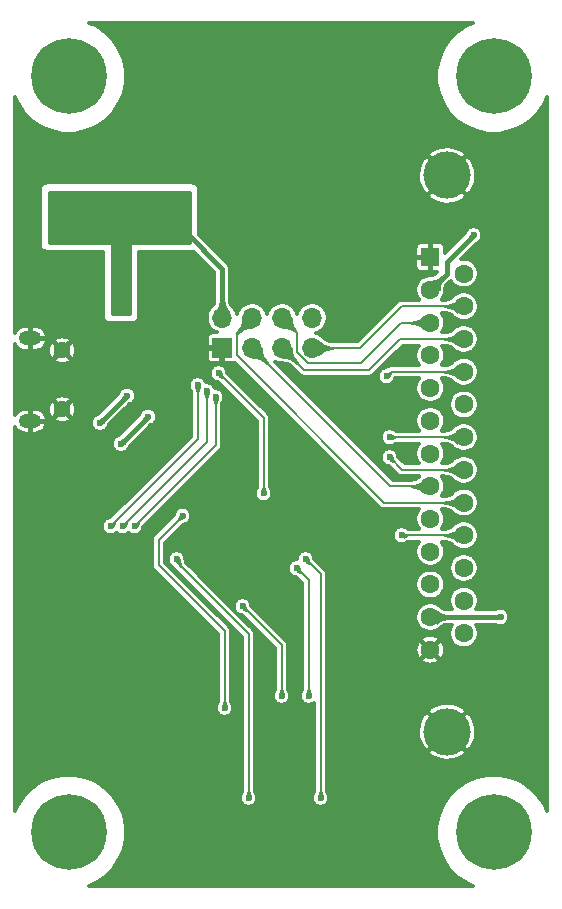
<source format=gbr>
%TF.GenerationSoftware,KiCad,Pcbnew,(5.1.8)-1*%
%TF.CreationDate,2021-01-06T18:40:03+10:00*%
%TF.ProjectId,OpenRetroPad,4f70656e-5265-4747-926f-5061642e6b69,rev?*%
%TF.SameCoordinates,Original*%
%TF.FileFunction,Copper,L2,Bot*%
%TF.FilePolarity,Positive*%
%FSLAX46Y46*%
G04 Gerber Fmt 4.6, Leading zero omitted, Abs format (unit mm)*
G04 Created by KiCad (PCBNEW (5.1.8)-1) date 2021-01-06 18:40:03*
%MOMM*%
%LPD*%
G01*
G04 APERTURE LIST*
%TA.AperFunction,ComponentPad*%
%ADD10O,1.900000X1.200000*%
%TD*%
%TA.AperFunction,ComponentPad*%
%ADD11C,1.450000*%
%TD*%
%TA.AperFunction,ComponentPad*%
%ADD12O,1.700000X1.700000*%
%TD*%
%TA.AperFunction,ComponentPad*%
%ADD13R,1.700000X1.700000*%
%TD*%
%TA.AperFunction,SMDPad,CuDef*%
%ADD14C,0.100000*%
%TD*%
%TA.AperFunction,ComponentPad*%
%ADD15C,0.500000*%
%TD*%
%TA.AperFunction,ComponentPad*%
%ADD16C,0.800000*%
%TD*%
%TA.AperFunction,ComponentPad*%
%ADD17C,6.400000*%
%TD*%
%TA.AperFunction,ComponentPad*%
%ADD18C,4.000000*%
%TD*%
%TA.AperFunction,ComponentPad*%
%ADD19C,1.600000*%
%TD*%
%TA.AperFunction,ComponentPad*%
%ADD20R,1.600000X1.600000*%
%TD*%
%TA.AperFunction,ViaPad*%
%ADD21C,0.600000*%
%TD*%
%TA.AperFunction,Conductor*%
%ADD22C,0.406400*%
%TD*%
%TA.AperFunction,Conductor*%
%ADD23C,0.203200*%
%TD*%
%TA.AperFunction,Conductor*%
%ADD24C,0.254000*%
%TD*%
%TA.AperFunction,Conductor*%
%ADD25C,0.100000*%
%TD*%
%TA.AperFunction,Conductor*%
%ADD26C,0.304800*%
%TD*%
%TA.AperFunction,Conductor*%
%ADD27C,0.025400*%
%TD*%
G04 APERTURE END LIST*
D10*
%TO.P,J1,6*%
%TO.N,GND*%
X108522500Y-91430000D03*
X108522500Y-84430000D03*
D11*
X111222500Y-90430000D03*
X111222500Y-85430000D03*
%TD*%
D12*
%TO.P,J2,8*%
%TO.N,PF1*%
X132380000Y-82690000D03*
%TO.P,J2,6*%
%TO.N,PB2*%
X129840000Y-82690000D03*
%TO.P,J2,4*%
%TO.N,PB4*%
X127300000Y-82690000D03*
%TO.P,J2,2*%
%TO.N,+3V3*%
X124760000Y-82690000D03*
%TO.P,J2,7*%
%TO.N,PB3*%
X132380000Y-85230000D03*
%TO.P,J2,5*%
%TO.N,PB1*%
X129840000Y-85230000D03*
%TO.P,J2,3*%
%TO.N,PB5*%
X127300000Y-85230000D03*
D13*
%TO.P,J2,1*%
%TO.N,GND*%
X124760000Y-85230000D03*
%TD*%
%TA.AperFunction,SMDPad,CuDef*%
D14*
%TO.P,U2,45*%
%TO.N,GND*%
G36*
X122190854Y-101775666D02*
G01*
X125832454Y-98134066D01*
X129474054Y-101775666D01*
X125832454Y-105417266D01*
X122190854Y-101775666D01*
G37*
%TD.AperFunction*%
D15*
X125832454Y-105063713D03*
X125010442Y-104241701D03*
X124188431Y-103419689D03*
X123366419Y-102597678D03*
X122544407Y-101775666D03*
X126654466Y-104241701D03*
X125832454Y-103419689D03*
X125010442Y-102597678D03*
X124188431Y-101775666D03*
X123366419Y-100953654D03*
X127476477Y-103419689D03*
X126654466Y-102597678D03*
X125832454Y-101775666D03*
X125010442Y-100953654D03*
X124188431Y-100131643D03*
X128298489Y-102597678D03*
X127476477Y-101775666D03*
X126654466Y-100953654D03*
X125832454Y-100131643D03*
X125010442Y-99309631D03*
X129120501Y-101775666D03*
X128298489Y-100953654D03*
X127476477Y-100131643D03*
X126654466Y-99309631D03*
X125832454Y-98487619D03*
%TD*%
D16*
%TO.P,H4,1*%
%TO.N,N/C*%
X149457056Y-124532944D03*
X147760000Y-123830000D03*
X146062944Y-124532944D03*
X145360000Y-126230000D03*
X146062944Y-127927056D03*
X147760000Y-128630000D03*
X149457056Y-127927056D03*
X150160000Y-126230000D03*
D17*
X147760000Y-126230000D03*
%TD*%
D16*
%TO.P,H3,1*%
%TO.N,N/C*%
X113457056Y-124532944D03*
X111760000Y-123830000D03*
X110062944Y-124532944D03*
X109360000Y-126230000D03*
X110062944Y-127927056D03*
X111760000Y-128630000D03*
X113457056Y-127927056D03*
X114160000Y-126230000D03*
D17*
X111760000Y-126230000D03*
%TD*%
D16*
%TO.P,H2,1*%
%TO.N,N/C*%
X149457056Y-60532944D03*
X147760000Y-59830000D03*
X146062944Y-60532944D03*
X145360000Y-62230000D03*
X146062944Y-63927056D03*
X147760000Y-64630000D03*
X149457056Y-63927056D03*
X150160000Y-62230000D03*
D17*
X147760000Y-62230000D03*
%TD*%
D16*
%TO.P,H1,1*%
%TO.N,N/C*%
X113457056Y-60532944D03*
X111760000Y-59830000D03*
X110062944Y-60532944D03*
X109360000Y-62230000D03*
X110062944Y-63927056D03*
X111760000Y-64630000D03*
X113457056Y-63927056D03*
X114160000Y-62230000D03*
D17*
X111760000Y-62230000D03*
%TD*%
D18*
%TO.P,J3,0*%
%TO.N,GND*%
X143810000Y-70620000D03*
X143810000Y-117720000D03*
D19*
%TO.P,J3,25*%
%TO.N,+5V*%
X145230000Y-109405000D03*
%TO.P,J3,24*%
%TO.N,PD0*%
X145230000Y-106635000D03*
%TO.P,J3,23*%
%TO.N,PD2*%
X145230000Y-103865000D03*
%TO.P,J3,22*%
%TO.N,PD4*%
X145230000Y-101095000D03*
%TO.P,J3,21*%
%TO.N,PB4*%
X145230000Y-98325000D03*
%TO.P,J3,20*%
%TO.N,PB6*%
X145230000Y-95555000D03*
%TO.P,J3,19*%
%TO.N,PC6*%
X145230000Y-92785000D03*
%TO.P,J3,18*%
%TO.N,PF6*%
X145230000Y-90015000D03*
%TO.P,J3,17*%
%TO.N,PF4*%
X145230000Y-87245000D03*
%TO.P,J3,16*%
%TO.N,PB1*%
X145230000Y-84475000D03*
%TO.P,J3,15*%
%TO.N,PB3*%
X145230000Y-81705000D03*
%TO.P,J3,14*%
%TO.N,+5V*%
X145230000Y-78935000D03*
%TO.P,J3,13*%
%TO.N,GND*%
X142390000Y-110790000D03*
%TO.P,J3,12*%
%TO.N,+3V3*%
X142390000Y-108020000D03*
%TO.P,J3,11*%
%TO.N,PD1*%
X142390000Y-105250000D03*
%TO.P,J3,10*%
%TO.N,PD3*%
X142390000Y-102480000D03*
%TO.P,J3,9*%
%TO.N,PD7*%
X142390000Y-99710000D03*
%TO.P,J3,8*%
%TO.N,PB5*%
X142390000Y-96940000D03*
%TO.P,J3,7*%
%TO.N,Net-(J3-Pad7)*%
X142390000Y-94170000D03*
%TO.P,J3,6*%
%TO.N,PF7*%
X142390000Y-91400000D03*
%TO.P,J3,5*%
%TO.N,PF5*%
X142390000Y-88630000D03*
%TO.P,J3,4*%
%TO.N,PE6*%
X142390000Y-85860000D03*
%TO.P,J3,3*%
%TO.N,PB2*%
X142390000Y-83090000D03*
%TO.P,J3,2*%
%TO.N,+3V3*%
X142390000Y-80320000D03*
D20*
%TO.P,J3,1*%
%TO.N,GND*%
X142390000Y-77550000D03*
%TD*%
D21*
%TO.N,GND*%
X114046000Y-108204000D03*
X119126000Y-114046000D03*
X116840000Y-104139990D03*
X135636000Y-129159000D03*
X124460000Y-129159000D03*
X120904000Y-106426000D03*
X116332000Y-111506000D03*
X130048000Y-123317000D03*
X112014000Y-98044000D03*
X121158000Y-92710000D03*
X114808028Y-83311972D03*
X117830000Y-69570000D03*
X116078000Y-69596000D03*
X114554000Y-69596000D03*
X117348000Y-96520000D03*
%TO.N,+5V*%
X114427000Y-91566998D03*
X116713000Y-89281000D03*
X116205000Y-93345006D03*
X118491000Y-91059000D03*
%TO.N,+3V3*%
X121666000Y-72390000D03*
X121666000Y-73406000D03*
X121666000Y-74422000D03*
X110490000Y-72390000D03*
X110490000Y-73406000D03*
X110490000Y-74422000D03*
X110490000Y-75438000D03*
X111506000Y-75438000D03*
X111506000Y-74422000D03*
X111506000Y-73406000D03*
X111506000Y-72390000D03*
X120650000Y-75438000D03*
X120650000Y-74422000D03*
X120650000Y-73406000D03*
X120650000Y-72390000D03*
X116586000Y-79502000D03*
X115824000Y-78740000D03*
X116586000Y-77978000D03*
X115824000Y-77216000D03*
X121666000Y-75438000D03*
X146050000Y-75692000D03*
X148336000Y-108020000D03*
%TO.N,PF4*%
X138684000Y-87630000D03*
%TO.N,PB2*%
X123444000Y-88900000D03*
X116332000Y-100330000D03*
%TO.N,PB1*%
X124206000Y-89408000D03*
X117348000Y-100330000D03*
%TO.N,PB3*%
X122682000Y-88392000D03*
X115316000Y-100330000D03*
%TO.N,PB6*%
X138938000Y-94488000D03*
%TO.N,PC6*%
X138938000Y-92785000D03*
%TO.N,PD4*%
X139951000Y-101095000D03*
%TO.N,PE2*%
X133096000Y-123317000D03*
X131826000Y-103124000D03*
%TO.N,RESET*%
X127000000Y-123317000D03*
X120904000Y-103124000D03*
%TO.N,PF1*%
X128270000Y-97536000D03*
X124460000Y-87376000D03*
%TO.N,PC7*%
X131064000Y-103886000D03*
X132080000Y-114681000D03*
%TO.N,PB0*%
X124967978Y-115697000D03*
X121412000Y-99441000D03*
%TO.N,PD5*%
X129794000Y-114681000D03*
X126492000Y-107115293D03*
%TD*%
D22*
%TO.N,+5V*%
X114427000Y-91566998D02*
X114727001Y-91266999D01*
X114727001Y-91266999D02*
X116713000Y-89281000D01*
X118491000Y-91059006D02*
X118491000Y-91059000D01*
X116205000Y-93345006D02*
X118491000Y-91059006D01*
%TO.N,+3V3*%
X124760000Y-78532000D02*
X121666000Y-75438000D01*
X124760000Y-82690000D02*
X124760000Y-78532000D01*
X143764000Y-77978000D02*
X146050000Y-75692000D01*
X143764000Y-78946000D02*
X143764000Y-77978000D01*
X142390000Y-80320000D02*
X143764000Y-78946000D01*
X148336000Y-108020000D02*
X142390000Y-108020000D01*
D23*
%TO.N,PF4*%
X145230000Y-87245000D02*
X139069000Y-87245000D01*
X139069000Y-87245000D02*
X138684000Y-87630000D01*
%TO.N,PB2*%
X131064000Y-83914000D02*
X129840000Y-82690000D01*
X131064000Y-85547922D02*
X131064000Y-83914000D01*
X136499610Y-86512390D02*
X132028468Y-86512390D01*
X132028468Y-86512390D02*
X131064000Y-85547922D01*
X139922000Y-83090000D02*
X136499610Y-86512390D01*
X142390000Y-83090000D02*
X139922000Y-83090000D01*
X123444000Y-93218000D02*
X116332000Y-100330000D01*
X123444000Y-88900000D02*
X123444000Y-93218000D01*
%TO.N,PB1*%
X131732000Y-87122000D02*
X129840000Y-85230000D01*
X137160000Y-87122000D02*
X131732000Y-87122000D01*
X139807000Y-84475000D02*
X137160000Y-87122000D01*
X145230000Y-84475000D02*
X139807000Y-84475000D01*
X124206000Y-89408000D02*
X124206000Y-93472000D01*
X124206000Y-93472000D02*
X117348000Y-100330000D01*
%TO.N,PB3*%
X136458040Y-85230000D02*
X132380000Y-85230000D01*
X139983040Y-81705000D02*
X136458040Y-85230000D01*
X145230000Y-81705000D02*
X139983040Y-81705000D01*
X122682000Y-88392000D02*
X122682000Y-92964000D01*
X122682000Y-92964000D02*
X115316000Y-100330000D01*
%TO.N,PB6*%
X145230000Y-95555000D02*
X140005000Y-95555000D01*
X140005000Y-95555000D02*
X138938000Y-94488000D01*
%TO.N,PB5*%
X139010000Y-96940000D02*
X127300000Y-85230000D01*
X142390000Y-96940000D02*
X139010000Y-96940000D01*
%TO.N,PB4*%
X125984000Y-84006000D02*
X127300000Y-82690000D01*
X125984000Y-85852000D02*
X125984000Y-84006000D01*
X138457000Y-98325000D02*
X125984000Y-85852000D01*
X145230000Y-98325000D02*
X138457000Y-98325000D01*
%TO.N,PC6*%
X145230000Y-92785000D02*
X138938000Y-92785000D01*
%TO.N,PD4*%
X145230000Y-101095000D02*
X139951000Y-101095000D01*
%TO.N,PE2*%
X133096000Y-104394000D02*
X131826000Y-103124000D01*
X133096000Y-123317000D02*
X133096000Y-104394000D01*
%TO.N,RESET*%
X120904000Y-103378000D02*
X120904000Y-103124000D01*
X127000000Y-109474000D02*
X120904000Y-103378000D01*
X127000000Y-123317000D02*
X127000000Y-109474000D01*
%TO.N,PF1*%
X128270000Y-91186000D02*
X124460000Y-87376000D01*
X128270000Y-97536000D02*
X128270000Y-91186000D01*
%TO.N,PC7*%
X132080000Y-104902000D02*
X132080000Y-114681000D01*
X131064000Y-103886000D02*
X132080000Y-104902000D01*
%TO.N,PB0*%
X124967978Y-109220022D02*
X124968000Y-109220000D01*
X124967978Y-115697000D02*
X124967978Y-109220022D01*
X119380000Y-103632000D02*
X119380000Y-101473000D01*
X119380000Y-101473000D02*
X121412000Y-99441000D01*
X124967978Y-109219978D02*
X119380000Y-103632000D01*
%TO.N,PD5*%
X129794000Y-110417293D02*
X126492000Y-107115293D01*
X129794000Y-114681000D02*
X129794000Y-110417293D01*
%TD*%
D24*
%TO.N,+3V3*%
X122047000Y-76327000D02*
X117094000Y-76327000D01*
X117069224Y-76329440D01*
X117045399Y-76336667D01*
X117023443Y-76348403D01*
X117004197Y-76364197D01*
X116988403Y-76383443D01*
X116976667Y-76405399D01*
X116969440Y-76429224D01*
X116967000Y-76454000D01*
X116967000Y-82359000D01*
X115443000Y-82359000D01*
X115443000Y-76454000D01*
X115440560Y-76429224D01*
X115433333Y-76405399D01*
X115421597Y-76383443D01*
X115405803Y-76364197D01*
X115386557Y-76348403D01*
X115364601Y-76336667D01*
X115340776Y-76329440D01*
X115316000Y-76327000D01*
X110109000Y-76327000D01*
X110109000Y-72009000D01*
X122047000Y-72009000D01*
X122047000Y-76327000D01*
%TA.AperFunction,Conductor*%
D25*
G36*
X122047000Y-76327000D02*
G01*
X117094000Y-76327000D01*
X117069224Y-76329440D01*
X117045399Y-76336667D01*
X117023443Y-76348403D01*
X117004197Y-76364197D01*
X116988403Y-76383443D01*
X116976667Y-76405399D01*
X116969440Y-76429224D01*
X116967000Y-76454000D01*
X116967000Y-82359000D01*
X115443000Y-82359000D01*
X115443000Y-76454000D01*
X115440560Y-76429224D01*
X115433333Y-76405399D01*
X115421597Y-76383443D01*
X115405803Y-76364197D01*
X115386557Y-76348403D01*
X115364601Y-76336667D01*
X115340776Y-76329440D01*
X115316000Y-76327000D01*
X110109000Y-76327000D01*
X110109000Y-72009000D01*
X122047000Y-72009000D01*
X122047000Y-76327000D01*
G37*
%TD.AperFunction*%
%TD*%
D26*
%TO.N,GND*%
X145461527Y-57929859D02*
X144666775Y-58460895D01*
X143990895Y-59136775D01*
X143459859Y-59931527D01*
X143094075Y-60814607D01*
X142907600Y-61752080D01*
X142907600Y-62707920D01*
X143094075Y-63645393D01*
X143459859Y-64528473D01*
X143990895Y-65323225D01*
X144666775Y-65999105D01*
X145461527Y-66530141D01*
X146344607Y-66895925D01*
X147282080Y-67082400D01*
X148237920Y-67082400D01*
X149175393Y-66895925D01*
X150058473Y-66530141D01*
X150853225Y-65999105D01*
X151529105Y-65323225D01*
X152060141Y-64528473D01*
X152277801Y-64002996D01*
X152277800Y-124457002D01*
X152060141Y-123931527D01*
X151529105Y-123136775D01*
X150853225Y-122460895D01*
X150058473Y-121929859D01*
X149175393Y-121564075D01*
X148237920Y-121377600D01*
X147282080Y-121377600D01*
X146344607Y-121564075D01*
X145461527Y-121929859D01*
X144666775Y-122460895D01*
X143990895Y-123136775D01*
X143459859Y-123931527D01*
X143094075Y-124814607D01*
X142907600Y-125752080D01*
X142907600Y-126707920D01*
X143094075Y-127645393D01*
X143459859Y-128528473D01*
X143990895Y-129323225D01*
X144666775Y-129999105D01*
X145461527Y-130530141D01*
X145987002Y-130747800D01*
X113532998Y-130747800D01*
X114058473Y-130530141D01*
X114853225Y-129999105D01*
X115529105Y-129323225D01*
X116060141Y-128528473D01*
X116425925Y-127645393D01*
X116612400Y-126707920D01*
X116612400Y-125752080D01*
X116425925Y-124814607D01*
X116060141Y-123931527D01*
X115529105Y-123136775D01*
X114853225Y-122460895D01*
X114058473Y-121929859D01*
X113175393Y-121564075D01*
X112237920Y-121377600D01*
X111282080Y-121377600D01*
X110344607Y-121564075D01*
X109461527Y-121929859D01*
X108666775Y-122460895D01*
X107990895Y-123136775D01*
X107459859Y-123931527D01*
X107242200Y-124457002D01*
X107242200Y-101473000D01*
X118818497Y-101473000D01*
X118821201Y-101500452D01*
X118821200Y-103604558D01*
X118818497Y-103632000D01*
X118821200Y-103659442D01*
X118821200Y-103659443D01*
X118829286Y-103741543D01*
X118861239Y-103846877D01*
X118913127Y-103943954D01*
X118982957Y-104029043D01*
X119004281Y-104046543D01*
X124409179Y-109451441D01*
X124409178Y-115184957D01*
X124379822Y-115214313D01*
X124296956Y-115338331D01*
X124239877Y-115476133D01*
X124210778Y-115622422D01*
X124210778Y-115771578D01*
X124239877Y-115917867D01*
X124296956Y-116055669D01*
X124379822Y-116179687D01*
X124485291Y-116285156D01*
X124609309Y-116368022D01*
X124747111Y-116425101D01*
X124893400Y-116454200D01*
X125042556Y-116454200D01*
X125188845Y-116425101D01*
X125326647Y-116368022D01*
X125450665Y-116285156D01*
X125556134Y-116179687D01*
X125639000Y-116055669D01*
X125696079Y-115917867D01*
X125725178Y-115771578D01*
X125725178Y-115622422D01*
X125696079Y-115476133D01*
X125639000Y-115338331D01*
X125556134Y-115214313D01*
X125526778Y-115184957D01*
X125526778Y-109247666D01*
X125529503Y-109220001D01*
X125518713Y-109110456D01*
X125486761Y-109005123D01*
X125434872Y-108908046D01*
X125365042Y-108822958D01*
X125343728Y-108805466D01*
X119938800Y-103400538D01*
X119938800Y-103049422D01*
X120146800Y-103049422D01*
X120146800Y-103198578D01*
X120175899Y-103344867D01*
X120232978Y-103482669D01*
X120315844Y-103606687D01*
X120421313Y-103712156D01*
X120496669Y-103762507D01*
X120506957Y-103775043D01*
X120528281Y-103792543D01*
X126441201Y-109705464D01*
X126441200Y-122804957D01*
X126411844Y-122834313D01*
X126328978Y-122958331D01*
X126271899Y-123096133D01*
X126242800Y-123242422D01*
X126242800Y-123391578D01*
X126271899Y-123537867D01*
X126328978Y-123675669D01*
X126411844Y-123799687D01*
X126517313Y-123905156D01*
X126641331Y-123988022D01*
X126779133Y-124045101D01*
X126925422Y-124074200D01*
X127074578Y-124074200D01*
X127220867Y-124045101D01*
X127358669Y-123988022D01*
X127482687Y-123905156D01*
X127588156Y-123799687D01*
X127671022Y-123675669D01*
X127728101Y-123537867D01*
X127757200Y-123391578D01*
X127757200Y-123242422D01*
X127728101Y-123096133D01*
X127671022Y-122958331D01*
X127588156Y-122834313D01*
X127558800Y-122804957D01*
X127558800Y-109501442D01*
X127561503Y-109474000D01*
X127557652Y-109434899D01*
X127550714Y-109364456D01*
X127518761Y-109259122D01*
X127466873Y-109162046D01*
X127397043Y-109076957D01*
X127375725Y-109059462D01*
X126040651Y-107724389D01*
X126133331Y-107786315D01*
X126271133Y-107843394D01*
X126417422Y-107872493D01*
X126458938Y-107872493D01*
X129235201Y-110648756D01*
X129235200Y-114168957D01*
X129205844Y-114198313D01*
X129122978Y-114322331D01*
X129065899Y-114460133D01*
X129036800Y-114606422D01*
X129036800Y-114755578D01*
X129065899Y-114901867D01*
X129122978Y-115039669D01*
X129205844Y-115163687D01*
X129311313Y-115269156D01*
X129435331Y-115352022D01*
X129573133Y-115409101D01*
X129719422Y-115438200D01*
X129868578Y-115438200D01*
X130014867Y-115409101D01*
X130152669Y-115352022D01*
X130276687Y-115269156D01*
X130382156Y-115163687D01*
X130465022Y-115039669D01*
X130522101Y-114901867D01*
X130551200Y-114755578D01*
X130551200Y-114606422D01*
X130522101Y-114460133D01*
X130465022Y-114322331D01*
X130382156Y-114198313D01*
X130352800Y-114168957D01*
X130352800Y-110444734D01*
X130355503Y-110417292D01*
X130351981Y-110381531D01*
X130344714Y-110307749D01*
X130312761Y-110202415D01*
X130260873Y-110105339D01*
X130191043Y-110020250D01*
X130169719Y-110002750D01*
X127249200Y-107082231D01*
X127249200Y-107040715D01*
X127220101Y-106894426D01*
X127163022Y-106756624D01*
X127080156Y-106632606D01*
X126974687Y-106527137D01*
X126850669Y-106444271D01*
X126712867Y-106387192D01*
X126566578Y-106358093D01*
X126417422Y-106358093D01*
X126271133Y-106387192D01*
X126133331Y-106444271D01*
X126009313Y-106527137D01*
X125903844Y-106632606D01*
X125820978Y-106756624D01*
X125763899Y-106894426D01*
X125734800Y-107040715D01*
X125734800Y-107189871D01*
X125763899Y-107336160D01*
X125820978Y-107473962D01*
X125882904Y-107566642D01*
X122127684Y-103811422D01*
X130306800Y-103811422D01*
X130306800Y-103960578D01*
X130335899Y-104106867D01*
X130392978Y-104244669D01*
X130475844Y-104368687D01*
X130581313Y-104474156D01*
X130705331Y-104557022D01*
X130843133Y-104614101D01*
X130989422Y-104643200D01*
X131030938Y-104643200D01*
X131521200Y-105133463D01*
X131521201Y-114168956D01*
X131491844Y-114198313D01*
X131408978Y-114322331D01*
X131351899Y-114460133D01*
X131322800Y-114606422D01*
X131322800Y-114755578D01*
X131351899Y-114901867D01*
X131408978Y-115039669D01*
X131491844Y-115163687D01*
X131597313Y-115269156D01*
X131721331Y-115352022D01*
X131859133Y-115409101D01*
X132005422Y-115438200D01*
X132154578Y-115438200D01*
X132300867Y-115409101D01*
X132438669Y-115352022D01*
X132537200Y-115286186D01*
X132537200Y-122804957D01*
X132507844Y-122834313D01*
X132424978Y-122958331D01*
X132367899Y-123096133D01*
X132338800Y-123242422D01*
X132338800Y-123391578D01*
X132367899Y-123537867D01*
X132424978Y-123675669D01*
X132507844Y-123799687D01*
X132613313Y-123905156D01*
X132737331Y-123988022D01*
X132875133Y-124045101D01*
X133021422Y-124074200D01*
X133170578Y-124074200D01*
X133316867Y-124045101D01*
X133454669Y-123988022D01*
X133578687Y-123905156D01*
X133684156Y-123799687D01*
X133767022Y-123675669D01*
X133824101Y-123537867D01*
X133853200Y-123391578D01*
X133853200Y-123242422D01*
X133824101Y-123096133D01*
X133767022Y-122958331D01*
X133684156Y-122834313D01*
X133654800Y-122804957D01*
X133654800Y-119420621D01*
X142181221Y-119420621D01*
X142400111Y-119746971D01*
X142822644Y-119983080D01*
X143283121Y-120132218D01*
X143763845Y-120188658D01*
X144246343Y-120150227D01*
X144712072Y-120018405D01*
X145143136Y-119798255D01*
X145219889Y-119746971D01*
X145438779Y-119420621D01*
X143810000Y-117791842D01*
X142181221Y-119420621D01*
X133654800Y-119420621D01*
X133654800Y-117673845D01*
X141341342Y-117673845D01*
X141379773Y-118156343D01*
X141511595Y-118622072D01*
X141731745Y-119053136D01*
X141783029Y-119129889D01*
X142109379Y-119348779D01*
X143738158Y-117720000D01*
X143881842Y-117720000D01*
X145510621Y-119348779D01*
X145836971Y-119129889D01*
X146073080Y-118707356D01*
X146222218Y-118246879D01*
X146278658Y-117766155D01*
X146240227Y-117283657D01*
X146108405Y-116817928D01*
X145888255Y-116386864D01*
X145836971Y-116310111D01*
X145510621Y-116091221D01*
X143881842Y-117720000D01*
X143738158Y-117720000D01*
X142109379Y-116091221D01*
X141783029Y-116310111D01*
X141546920Y-116732644D01*
X141397782Y-117193121D01*
X141341342Y-117673845D01*
X133654800Y-117673845D01*
X133654800Y-116019379D01*
X142181221Y-116019379D01*
X143810000Y-117648158D01*
X145438779Y-116019379D01*
X145219889Y-115693029D01*
X144797356Y-115456920D01*
X144336879Y-115307782D01*
X143856155Y-115251342D01*
X143373657Y-115289773D01*
X142907928Y-115421595D01*
X142476864Y-115641745D01*
X142400111Y-115693029D01*
X142181221Y-116019379D01*
X133654800Y-116019379D01*
X133654800Y-111637580D01*
X141614262Y-111637580D01*
X141689160Y-111841051D01*
X141907676Y-111957582D01*
X142144728Y-112029245D01*
X142391206Y-112053284D01*
X142637637Y-112028775D01*
X142874552Y-111956660D01*
X143090840Y-111841051D01*
X143165738Y-111637580D01*
X142390000Y-110861842D01*
X141614262Y-111637580D01*
X133654800Y-111637580D01*
X133654800Y-110791206D01*
X141126716Y-110791206D01*
X141151225Y-111037637D01*
X141223340Y-111274552D01*
X141338949Y-111490840D01*
X141542420Y-111565738D01*
X142318158Y-110790000D01*
X142461842Y-110790000D01*
X143237580Y-111565738D01*
X143441051Y-111490840D01*
X143557582Y-111272324D01*
X143629245Y-111035272D01*
X143653284Y-110788794D01*
X143628775Y-110542363D01*
X143556660Y-110305448D01*
X143441051Y-110089160D01*
X143237580Y-110014262D01*
X142461842Y-110790000D01*
X142318158Y-110790000D01*
X141542420Y-110014262D01*
X141338949Y-110089160D01*
X141222418Y-110307676D01*
X141150755Y-110544728D01*
X141126716Y-110791206D01*
X133654800Y-110791206D01*
X133654800Y-109942420D01*
X141614262Y-109942420D01*
X142390000Y-110718158D01*
X143165738Y-109942420D01*
X143090840Y-109738949D01*
X142872324Y-109622418D01*
X142635272Y-109550755D01*
X142388794Y-109526716D01*
X142142363Y-109551225D01*
X141905448Y-109623340D01*
X141689160Y-109738949D01*
X141614262Y-109942420D01*
X133654800Y-109942420D01*
X133654800Y-107896177D01*
X141132800Y-107896177D01*
X141132800Y-108143823D01*
X141181114Y-108386712D01*
X141275884Y-108615507D01*
X141413469Y-108821418D01*
X141588582Y-108996531D01*
X141794493Y-109134116D01*
X142023288Y-109228886D01*
X142266177Y-109277200D01*
X142513823Y-109277200D01*
X142756712Y-109228886D01*
X142985507Y-109134116D01*
X143191418Y-108996531D01*
X143281184Y-108906765D01*
X143334238Y-108856564D01*
X143380985Y-108818782D01*
X143428411Y-108786426D01*
X143476983Y-108758900D01*
X143527315Y-108735727D01*
X143580161Y-108716584D01*
X143636273Y-108701359D01*
X143696397Y-108690121D01*
X143761172Y-108683107D01*
X143838765Y-108680400D01*
X144202141Y-108680400D01*
X144115884Y-108809493D01*
X144021114Y-109038288D01*
X143972800Y-109281177D01*
X143972800Y-109528823D01*
X144021114Y-109771712D01*
X144115884Y-110000507D01*
X144253469Y-110206418D01*
X144428582Y-110381531D01*
X144634493Y-110519116D01*
X144863288Y-110613886D01*
X145106177Y-110662200D01*
X145353823Y-110662200D01*
X145596712Y-110613886D01*
X145825507Y-110519116D01*
X146031418Y-110381531D01*
X146206531Y-110206418D01*
X146344116Y-110000507D01*
X146438886Y-109771712D01*
X146487200Y-109528823D01*
X146487200Y-109281177D01*
X146438886Y-109038288D01*
X146344116Y-108809493D01*
X146257859Y-108680400D01*
X147945533Y-108680400D01*
X147961483Y-108680433D01*
X147977331Y-108691022D01*
X148115133Y-108748101D01*
X148261422Y-108777200D01*
X148410578Y-108777200D01*
X148556867Y-108748101D01*
X148694669Y-108691022D01*
X148818687Y-108608156D01*
X148924156Y-108502687D01*
X149007022Y-108378669D01*
X149064101Y-108240867D01*
X149093200Y-108094578D01*
X149093200Y-107945422D01*
X149064101Y-107799133D01*
X149007022Y-107661331D01*
X148924156Y-107537313D01*
X148818687Y-107431844D01*
X148694669Y-107348978D01*
X148556867Y-107291899D01*
X148410578Y-107262800D01*
X148261422Y-107262800D01*
X148115133Y-107291899D01*
X147977331Y-107348978D01*
X147961484Y-107359567D01*
X147945512Y-107359600D01*
X146257859Y-107359600D01*
X146344116Y-107230507D01*
X146438886Y-107001712D01*
X146487200Y-106758823D01*
X146487200Y-106511177D01*
X146438886Y-106268288D01*
X146344116Y-106039493D01*
X146206531Y-105833582D01*
X146031418Y-105658469D01*
X145825507Y-105520884D01*
X145596712Y-105426114D01*
X145353823Y-105377800D01*
X145106177Y-105377800D01*
X144863288Y-105426114D01*
X144634493Y-105520884D01*
X144428582Y-105658469D01*
X144253469Y-105833582D01*
X144115884Y-106039493D01*
X144021114Y-106268288D01*
X143972800Y-106511177D01*
X143972800Y-106758823D01*
X144021114Y-107001712D01*
X144115884Y-107230507D01*
X144202141Y-107359600D01*
X143838772Y-107359600D01*
X143761172Y-107356892D01*
X143696397Y-107349878D01*
X143636273Y-107338640D01*
X143580161Y-107323415D01*
X143527315Y-107304272D01*
X143476983Y-107281099D01*
X143428411Y-107253573D01*
X143380985Y-107221217D01*
X143334238Y-107183435D01*
X143281181Y-107133232D01*
X143191418Y-107043469D01*
X142985507Y-106905884D01*
X142756712Y-106811114D01*
X142513823Y-106762800D01*
X142266177Y-106762800D01*
X142023288Y-106811114D01*
X141794493Y-106905884D01*
X141588582Y-107043469D01*
X141413469Y-107218582D01*
X141275884Y-107424493D01*
X141181114Y-107653288D01*
X141132800Y-107896177D01*
X133654800Y-107896177D01*
X133654800Y-105126177D01*
X141132800Y-105126177D01*
X141132800Y-105373823D01*
X141181114Y-105616712D01*
X141275884Y-105845507D01*
X141413469Y-106051418D01*
X141588582Y-106226531D01*
X141794493Y-106364116D01*
X142023288Y-106458886D01*
X142266177Y-106507200D01*
X142513823Y-106507200D01*
X142756712Y-106458886D01*
X142985507Y-106364116D01*
X143191418Y-106226531D01*
X143366531Y-106051418D01*
X143504116Y-105845507D01*
X143598886Y-105616712D01*
X143647200Y-105373823D01*
X143647200Y-105126177D01*
X143598886Y-104883288D01*
X143504116Y-104654493D01*
X143366531Y-104448582D01*
X143191418Y-104273469D01*
X142985507Y-104135884D01*
X142756712Y-104041114D01*
X142513823Y-103992800D01*
X142266177Y-103992800D01*
X142023288Y-104041114D01*
X141794493Y-104135884D01*
X141588582Y-104273469D01*
X141413469Y-104448582D01*
X141275884Y-104654493D01*
X141181114Y-104883288D01*
X141132800Y-105126177D01*
X133654800Y-105126177D01*
X133654800Y-104421441D01*
X133657503Y-104393999D01*
X133648696Y-104304585D01*
X133646714Y-104284456D01*
X133614761Y-104179122D01*
X133562873Y-104082046D01*
X133493043Y-103996957D01*
X133471719Y-103979457D01*
X133233439Y-103741177D01*
X143972800Y-103741177D01*
X143972800Y-103988823D01*
X144021114Y-104231712D01*
X144115884Y-104460507D01*
X144253469Y-104666418D01*
X144428582Y-104841531D01*
X144634493Y-104979116D01*
X144863288Y-105073886D01*
X145106177Y-105122200D01*
X145353823Y-105122200D01*
X145596712Y-105073886D01*
X145825507Y-104979116D01*
X146031418Y-104841531D01*
X146206531Y-104666418D01*
X146344116Y-104460507D01*
X146438886Y-104231712D01*
X146487200Y-103988823D01*
X146487200Y-103741177D01*
X146438886Y-103498288D01*
X146344116Y-103269493D01*
X146206531Y-103063582D01*
X146031418Y-102888469D01*
X145825507Y-102750884D01*
X145596712Y-102656114D01*
X145353823Y-102607800D01*
X145106177Y-102607800D01*
X144863288Y-102656114D01*
X144634493Y-102750884D01*
X144428582Y-102888469D01*
X144253469Y-103063582D01*
X144115884Y-103269493D01*
X144021114Y-103498288D01*
X143972800Y-103741177D01*
X133233439Y-103741177D01*
X132583200Y-103090938D01*
X132583200Y-103049422D01*
X132554101Y-102903133D01*
X132497022Y-102765331D01*
X132414156Y-102641313D01*
X132308687Y-102535844D01*
X132184669Y-102452978D01*
X132046867Y-102395899D01*
X131900578Y-102366800D01*
X131751422Y-102366800D01*
X131605133Y-102395899D01*
X131467331Y-102452978D01*
X131343313Y-102535844D01*
X131237844Y-102641313D01*
X131154978Y-102765331D01*
X131097899Y-102903133D01*
X131068800Y-103049422D01*
X131068800Y-103128800D01*
X130989422Y-103128800D01*
X130843133Y-103157899D01*
X130705331Y-103214978D01*
X130581313Y-103297844D01*
X130475844Y-103403313D01*
X130392978Y-103527331D01*
X130335899Y-103665133D01*
X130306800Y-103811422D01*
X122127684Y-103811422D01*
X121720303Y-103404041D01*
X121714966Y-103385287D01*
X121700232Y-103330259D01*
X121687939Y-103280774D01*
X121678075Y-103237140D01*
X121670630Y-103199880D01*
X121665537Y-103169670D01*
X121662617Y-103147360D01*
X121661523Y-103134400D01*
X121661200Y-103121783D01*
X121661200Y-103049422D01*
X121632101Y-102903133D01*
X121575022Y-102765331D01*
X121492156Y-102641313D01*
X121386687Y-102535844D01*
X121262669Y-102452978D01*
X121124867Y-102395899D01*
X120978578Y-102366800D01*
X120829422Y-102366800D01*
X120683133Y-102395899D01*
X120545331Y-102452978D01*
X120421313Y-102535844D01*
X120315844Y-102641313D01*
X120232978Y-102765331D01*
X120175899Y-102903133D01*
X120146800Y-103049422D01*
X119938800Y-103049422D01*
X119938800Y-101704462D01*
X121445063Y-100198200D01*
X121486578Y-100198200D01*
X121632867Y-100169101D01*
X121770669Y-100112022D01*
X121894687Y-100029156D01*
X122000156Y-99923687D01*
X122083022Y-99799669D01*
X122140101Y-99661867D01*
X122169200Y-99515578D01*
X122169200Y-99366422D01*
X122140101Y-99220133D01*
X122083022Y-99082331D01*
X122000156Y-98958313D01*
X121894687Y-98852844D01*
X121770669Y-98769978D01*
X121632867Y-98712899D01*
X121486578Y-98683800D01*
X121337422Y-98683800D01*
X121191133Y-98712899D01*
X121053331Y-98769978D01*
X120929313Y-98852844D01*
X120823844Y-98958313D01*
X120740978Y-99082331D01*
X120683899Y-99220133D01*
X120654800Y-99366422D01*
X120654800Y-99407937D01*
X119004276Y-101058462D01*
X118982958Y-101075957D01*
X118965463Y-101097275D01*
X118913128Y-101161046D01*
X118861239Y-101258123D01*
X118829287Y-101363456D01*
X118818497Y-101473000D01*
X107242200Y-101473000D01*
X107242200Y-100255422D01*
X114558800Y-100255422D01*
X114558800Y-100404578D01*
X114587899Y-100550867D01*
X114644978Y-100688669D01*
X114727844Y-100812687D01*
X114833313Y-100918156D01*
X114957331Y-101001022D01*
X115095133Y-101058101D01*
X115241422Y-101087200D01*
X115390578Y-101087200D01*
X115536867Y-101058101D01*
X115674669Y-101001022D01*
X115798687Y-100918156D01*
X115824000Y-100892843D01*
X115849313Y-100918156D01*
X115973331Y-101001022D01*
X116111133Y-101058101D01*
X116257422Y-101087200D01*
X116406578Y-101087200D01*
X116552867Y-101058101D01*
X116690669Y-101001022D01*
X116814687Y-100918156D01*
X116840000Y-100892843D01*
X116865313Y-100918156D01*
X116989331Y-101001022D01*
X117127133Y-101058101D01*
X117273422Y-101087200D01*
X117422578Y-101087200D01*
X117568867Y-101058101D01*
X117706669Y-101001022D01*
X117830687Y-100918156D01*
X117936156Y-100812687D01*
X118019022Y-100688669D01*
X118076101Y-100550867D01*
X118105200Y-100404578D01*
X118105200Y-100363062D01*
X124581725Y-93886538D01*
X124603043Y-93869043D01*
X124648020Y-93814238D01*
X124672873Y-93783955D01*
X124724761Y-93686878D01*
X124756714Y-93581545D01*
X124767503Y-93472000D01*
X124764800Y-93444556D01*
X124764800Y-89920043D01*
X124794156Y-89890687D01*
X124877022Y-89766669D01*
X124934101Y-89628867D01*
X124963200Y-89482578D01*
X124963200Y-89333422D01*
X124934101Y-89187133D01*
X124877022Y-89049331D01*
X124794156Y-88925313D01*
X124688687Y-88819844D01*
X124564669Y-88736978D01*
X124426867Y-88679899D01*
X124280578Y-88650800D01*
X124160365Y-88650800D01*
X124115022Y-88541331D01*
X124032156Y-88417313D01*
X123926687Y-88311844D01*
X123802669Y-88228978D01*
X123664867Y-88171899D01*
X123518578Y-88142800D01*
X123398365Y-88142800D01*
X123353022Y-88033331D01*
X123270156Y-87909313D01*
X123164687Y-87803844D01*
X123040669Y-87720978D01*
X122902867Y-87663899D01*
X122756578Y-87634800D01*
X122607422Y-87634800D01*
X122461133Y-87663899D01*
X122323331Y-87720978D01*
X122199313Y-87803844D01*
X122093844Y-87909313D01*
X122010978Y-88033331D01*
X121953899Y-88171133D01*
X121924800Y-88317422D01*
X121924800Y-88466578D01*
X121953899Y-88612867D01*
X122010978Y-88750669D01*
X122093844Y-88874687D01*
X122123200Y-88904043D01*
X122123201Y-92732536D01*
X115282938Y-99572800D01*
X115241422Y-99572800D01*
X115095133Y-99601899D01*
X114957331Y-99658978D01*
X114833313Y-99741844D01*
X114727844Y-99847313D01*
X114644978Y-99971331D01*
X114587899Y-100109133D01*
X114558800Y-100255422D01*
X107242200Y-100255422D01*
X107242200Y-93270428D01*
X115447800Y-93270428D01*
X115447800Y-93419584D01*
X115476899Y-93565873D01*
X115533978Y-93703675D01*
X115616844Y-93827693D01*
X115722313Y-93933162D01*
X115846331Y-94016028D01*
X115984133Y-94073107D01*
X116130422Y-94102206D01*
X116279578Y-94102206D01*
X116425867Y-94073107D01*
X116563669Y-94016028D01*
X116687687Y-93933162D01*
X116793156Y-93827693D01*
X116876022Y-93703675D01*
X116933101Y-93565873D01*
X116936819Y-93547180D01*
X116948147Y-93535805D01*
X118681991Y-91801962D01*
X118693181Y-91790818D01*
X118711867Y-91787101D01*
X118849669Y-91730022D01*
X118973687Y-91647156D01*
X119079156Y-91541687D01*
X119162022Y-91417669D01*
X119219101Y-91279867D01*
X119248200Y-91133578D01*
X119248200Y-90984422D01*
X119219101Y-90838133D01*
X119162022Y-90700331D01*
X119079156Y-90576313D01*
X118973687Y-90470844D01*
X118849669Y-90387978D01*
X118711867Y-90330899D01*
X118565578Y-90301800D01*
X118416422Y-90301800D01*
X118270133Y-90330899D01*
X118132331Y-90387978D01*
X118008313Y-90470844D01*
X117902844Y-90576313D01*
X117819978Y-90700331D01*
X117762899Y-90838133D01*
X117759180Y-90856831D01*
X117747993Y-90868066D01*
X116014221Y-92601839D01*
X116002825Y-92613187D01*
X115984133Y-92616905D01*
X115846331Y-92673984D01*
X115722313Y-92756850D01*
X115616844Y-92862319D01*
X115533978Y-92986337D01*
X115476899Y-93124139D01*
X115447800Y-93270428D01*
X107242200Y-93270428D01*
X107242200Y-91926517D01*
X107265247Y-91975111D01*
X107389025Y-92141633D01*
X107542912Y-92280808D01*
X107720994Y-92387286D01*
X107916427Y-92456976D01*
X108121700Y-92487200D01*
X108471700Y-92487200D01*
X108471700Y-91480800D01*
X108573300Y-91480800D01*
X108573300Y-92487200D01*
X108923300Y-92487200D01*
X109128573Y-92456976D01*
X109324006Y-92387286D01*
X109502088Y-92280808D01*
X109655975Y-92141633D01*
X109779753Y-91975111D01*
X109868666Y-91787641D01*
X109907531Y-91645366D01*
X109814031Y-91480800D01*
X108573300Y-91480800D01*
X108471700Y-91480800D01*
X108451700Y-91480800D01*
X108451700Y-91379200D01*
X108471700Y-91379200D01*
X108471700Y-90372800D01*
X108573300Y-90372800D01*
X108573300Y-91379200D01*
X109814031Y-91379200D01*
X109902076Y-91224234D01*
X110500108Y-91224234D01*
X110565995Y-91420027D01*
X110771755Y-91529082D01*
X110994836Y-91595899D01*
X111226666Y-91617912D01*
X111458336Y-91594274D01*
X111680943Y-91525894D01*
X111743568Y-91492420D01*
X113669800Y-91492420D01*
X113669800Y-91641576D01*
X113698899Y-91787865D01*
X113755978Y-91925667D01*
X113838844Y-92049685D01*
X113944313Y-92155154D01*
X114068331Y-92238020D01*
X114206133Y-92295099D01*
X114352422Y-92324198D01*
X114501578Y-92324198D01*
X114647867Y-92295099D01*
X114785669Y-92238020D01*
X114909687Y-92155154D01*
X115015156Y-92049685D01*
X115098022Y-91925667D01*
X115155101Y-91787865D01*
X115158819Y-91769174D01*
X115170276Y-91757670D01*
X115216910Y-91711036D01*
X116903974Y-90023973D01*
X116915174Y-90012819D01*
X116933867Y-90009101D01*
X117071669Y-89952022D01*
X117195687Y-89869156D01*
X117301156Y-89763687D01*
X117384022Y-89639669D01*
X117441101Y-89501867D01*
X117470200Y-89355578D01*
X117470200Y-89206422D01*
X117441101Y-89060133D01*
X117384022Y-88922331D01*
X117301156Y-88798313D01*
X117195687Y-88692844D01*
X117071669Y-88609978D01*
X116933867Y-88552899D01*
X116787578Y-88523800D01*
X116638422Y-88523800D01*
X116492133Y-88552899D01*
X116354331Y-88609978D01*
X116230313Y-88692844D01*
X116124844Y-88798313D01*
X116041978Y-88922331D01*
X115984899Y-89060133D01*
X115981181Y-89078825D01*
X115970003Y-89090050D01*
X114237090Y-90822964D01*
X114236488Y-90823566D01*
X114224826Y-90835179D01*
X114206133Y-90838897D01*
X114068331Y-90895976D01*
X113944313Y-90978842D01*
X113838844Y-91084311D01*
X113755978Y-91208329D01*
X113698899Y-91346131D01*
X113669800Y-91492420D01*
X111743568Y-91492420D01*
X111879005Y-91420027D01*
X111944892Y-91224234D01*
X111222500Y-90501842D01*
X110500108Y-91224234D01*
X109902076Y-91224234D01*
X109907531Y-91214634D01*
X109868666Y-91072359D01*
X109779753Y-90884889D01*
X109655975Y-90718367D01*
X109502088Y-90579192D01*
X109324006Y-90472714D01*
X109215906Y-90434166D01*
X110034588Y-90434166D01*
X110058226Y-90665836D01*
X110126606Y-90888443D01*
X110232473Y-91086505D01*
X110428266Y-91152392D01*
X111150658Y-90430000D01*
X111294342Y-90430000D01*
X112016734Y-91152392D01*
X112212527Y-91086505D01*
X112321582Y-90880745D01*
X112388399Y-90657664D01*
X112410412Y-90425834D01*
X112386774Y-90194164D01*
X112318394Y-89971557D01*
X112212527Y-89773495D01*
X112016734Y-89707608D01*
X111294342Y-90430000D01*
X111150658Y-90430000D01*
X110428266Y-89707608D01*
X110232473Y-89773495D01*
X110123418Y-89979255D01*
X110056601Y-90202336D01*
X110034588Y-90434166D01*
X109215906Y-90434166D01*
X109128573Y-90403024D01*
X108923300Y-90372800D01*
X108573300Y-90372800D01*
X108471700Y-90372800D01*
X108121700Y-90372800D01*
X107916427Y-90403024D01*
X107720994Y-90472714D01*
X107542912Y-90579192D01*
X107389025Y-90718367D01*
X107265247Y-90884889D01*
X107242200Y-90933483D01*
X107242200Y-89635766D01*
X110500108Y-89635766D01*
X111222500Y-90358158D01*
X111944892Y-89635766D01*
X111879005Y-89439973D01*
X111673245Y-89330918D01*
X111450164Y-89264101D01*
X111218334Y-89242088D01*
X110986664Y-89265726D01*
X110764057Y-89334106D01*
X110565995Y-89439973D01*
X110500108Y-89635766D01*
X107242200Y-89635766D01*
X107242200Y-87301422D01*
X123702800Y-87301422D01*
X123702800Y-87450578D01*
X123731899Y-87596867D01*
X123788978Y-87734669D01*
X123871844Y-87858687D01*
X123977313Y-87964156D01*
X124101331Y-88047022D01*
X124239133Y-88104101D01*
X124385422Y-88133200D01*
X124426938Y-88133200D01*
X127711201Y-91417464D01*
X127711200Y-97023957D01*
X127681844Y-97053313D01*
X127598978Y-97177331D01*
X127541899Y-97315133D01*
X127512800Y-97461422D01*
X127512800Y-97610578D01*
X127541899Y-97756867D01*
X127598978Y-97894669D01*
X127681844Y-98018687D01*
X127787313Y-98124156D01*
X127911331Y-98207022D01*
X128049133Y-98264101D01*
X128195422Y-98293200D01*
X128344578Y-98293200D01*
X128490867Y-98264101D01*
X128628669Y-98207022D01*
X128752687Y-98124156D01*
X128858156Y-98018687D01*
X128941022Y-97894669D01*
X128998101Y-97756867D01*
X129027200Y-97610578D01*
X129027200Y-97461422D01*
X128998101Y-97315133D01*
X128941022Y-97177331D01*
X128858156Y-97053313D01*
X128828800Y-97023957D01*
X128828800Y-91213444D01*
X128831503Y-91186000D01*
X128820714Y-91076455D01*
X128788761Y-90971122D01*
X128736873Y-90874045D01*
X128689579Y-90816418D01*
X128667043Y-90788957D01*
X128645725Y-90771462D01*
X125217200Y-87342938D01*
X125217200Y-87301422D01*
X125188101Y-87155133D01*
X125131022Y-87017331D01*
X125048156Y-86893313D01*
X124942687Y-86787844D01*
X124818669Y-86704978D01*
X124680867Y-86647899D01*
X124534578Y-86618800D01*
X124385422Y-86618800D01*
X124239133Y-86647899D01*
X124101331Y-86704978D01*
X123977313Y-86787844D01*
X123871844Y-86893313D01*
X123788978Y-87017331D01*
X123731899Y-87155133D01*
X123702800Y-87301422D01*
X107242200Y-87301422D01*
X107242200Y-86224234D01*
X110500108Y-86224234D01*
X110565995Y-86420027D01*
X110771755Y-86529082D01*
X110994836Y-86595899D01*
X111226666Y-86617912D01*
X111458336Y-86594274D01*
X111680943Y-86525894D01*
X111879005Y-86420027D01*
X111944892Y-86224234D01*
X111222500Y-85501842D01*
X110500108Y-86224234D01*
X107242200Y-86224234D01*
X107242200Y-84926517D01*
X107265247Y-84975111D01*
X107389025Y-85141633D01*
X107542912Y-85280808D01*
X107720994Y-85387286D01*
X107916427Y-85456976D01*
X108121700Y-85487200D01*
X108471700Y-85487200D01*
X108471700Y-84480800D01*
X108573300Y-84480800D01*
X108573300Y-85487200D01*
X108923300Y-85487200D01*
X109128573Y-85456976D01*
X109192539Y-85434166D01*
X110034588Y-85434166D01*
X110058226Y-85665836D01*
X110126606Y-85888443D01*
X110232473Y-86086505D01*
X110428266Y-86152392D01*
X111150658Y-85430000D01*
X111294342Y-85430000D01*
X112016734Y-86152392D01*
X112212527Y-86086505D01*
X112215974Y-86080000D01*
X123450588Y-86080000D01*
X123459415Y-86169627D01*
X123485559Y-86255809D01*
X123528013Y-86335236D01*
X123585147Y-86404853D01*
X123654764Y-86461987D01*
X123734191Y-86504441D01*
X123820373Y-86530585D01*
X123910000Y-86539412D01*
X124594900Y-86537200D01*
X124709200Y-86422900D01*
X124709200Y-85280800D01*
X123567100Y-85280800D01*
X123452800Y-85395100D01*
X123450588Y-86080000D01*
X112215974Y-86080000D01*
X112321582Y-85880745D01*
X112388399Y-85657664D01*
X112410412Y-85425834D01*
X112386774Y-85194164D01*
X112318394Y-84971557D01*
X112212527Y-84773495D01*
X112016734Y-84707608D01*
X111294342Y-85430000D01*
X111150658Y-85430000D01*
X110428266Y-84707608D01*
X110232473Y-84773495D01*
X110123418Y-84979255D01*
X110056601Y-85202336D01*
X110034588Y-85434166D01*
X109192539Y-85434166D01*
X109324006Y-85387286D01*
X109502088Y-85280808D01*
X109655975Y-85141633D01*
X109779753Y-84975111D01*
X109868666Y-84787641D01*
X109907531Y-84645366D01*
X109902077Y-84635766D01*
X110500108Y-84635766D01*
X111222500Y-85358158D01*
X111944892Y-84635766D01*
X111879005Y-84439973D01*
X111673245Y-84330918D01*
X111450164Y-84264101D01*
X111218334Y-84242088D01*
X110986664Y-84265726D01*
X110764057Y-84334106D01*
X110565995Y-84439973D01*
X110500108Y-84635766D01*
X109902077Y-84635766D01*
X109814031Y-84480800D01*
X108573300Y-84480800D01*
X108471700Y-84480800D01*
X108451700Y-84480800D01*
X108451700Y-84379200D01*
X108471700Y-84379200D01*
X108471700Y-83372800D01*
X108573300Y-83372800D01*
X108573300Y-84379200D01*
X109814031Y-84379200D01*
X109907531Y-84214634D01*
X109868666Y-84072359D01*
X109779753Y-83884889D01*
X109655975Y-83718367D01*
X109502088Y-83579192D01*
X109324006Y-83472714D01*
X109128573Y-83403024D01*
X108923300Y-83372800D01*
X108573300Y-83372800D01*
X108471700Y-83372800D01*
X108121700Y-83372800D01*
X107916427Y-83403024D01*
X107720994Y-83472714D01*
X107542912Y-83579192D01*
X107389025Y-83718367D01*
X107265247Y-83884889D01*
X107242200Y-83933483D01*
X107242200Y-71882000D01*
X109321600Y-71882000D01*
X109321600Y-76454000D01*
X109334289Y-76582838D01*
X109371870Y-76706724D01*
X109432897Y-76820899D01*
X109515027Y-76920973D01*
X109615101Y-77003103D01*
X109729276Y-77064130D01*
X109853162Y-77101711D01*
X109982000Y-77114400D01*
X114655600Y-77114400D01*
X114655600Y-82486000D01*
X114668289Y-82614838D01*
X114705870Y-82738724D01*
X114766897Y-82852899D01*
X114849027Y-82952973D01*
X114949101Y-83035103D01*
X115063276Y-83096130D01*
X115187162Y-83133711D01*
X115316000Y-83146400D01*
X117094000Y-83146400D01*
X117222838Y-83133711D01*
X117346724Y-83096130D01*
X117460899Y-83035103D01*
X117560973Y-82952973D01*
X117643103Y-82852899D01*
X117704130Y-82738724D01*
X117741711Y-82614838D01*
X117754400Y-82486000D01*
X117754400Y-77114400D01*
X122174000Y-77114400D01*
X122302838Y-77101711D01*
X122374136Y-77080083D01*
X124099601Y-78805548D01*
X124099600Y-81120495D01*
X124096542Y-81208089D01*
X124088483Y-81282478D01*
X124075499Y-81351922D01*
X124057826Y-81417029D01*
X124035543Y-81478524D01*
X124008524Y-81537193D01*
X123976440Y-81593796D01*
X123938842Y-81648895D01*
X123895087Y-81703025D01*
X123838304Y-81763036D01*
X123744631Y-81856709D01*
X123601574Y-82070809D01*
X123503035Y-82308704D01*
X123452800Y-82561252D01*
X123452800Y-82818748D01*
X123503035Y-83071296D01*
X123601574Y-83309191D01*
X123744631Y-83523291D01*
X123926709Y-83705369D01*
X124140809Y-83848426D01*
X124318207Y-83921906D01*
X123910000Y-83920588D01*
X123820373Y-83929415D01*
X123734191Y-83955559D01*
X123654764Y-83998013D01*
X123585147Y-84055147D01*
X123528013Y-84124764D01*
X123485559Y-84204191D01*
X123459415Y-84290373D01*
X123450588Y-84380000D01*
X123452800Y-85064900D01*
X123567100Y-85179200D01*
X124709200Y-85179200D01*
X124709200Y-85159200D01*
X124810800Y-85159200D01*
X124810800Y-85179200D01*
X124830800Y-85179200D01*
X124830800Y-85280800D01*
X124810800Y-85280800D01*
X124810800Y-86422900D01*
X124925100Y-86537200D01*
X125610000Y-86539412D01*
X125699627Y-86530585D01*
X125785809Y-86504441D01*
X125825151Y-86483413D01*
X138042462Y-98700725D01*
X138059957Y-98722043D01*
X138081274Y-98739537D01*
X138145045Y-98791873D01*
X138242122Y-98843761D01*
X138347455Y-98875714D01*
X138457000Y-98886503D01*
X138484444Y-98883800D01*
X141438251Y-98883800D01*
X141413469Y-98908582D01*
X141275884Y-99114493D01*
X141181114Y-99343288D01*
X141132800Y-99586177D01*
X141132800Y-99833823D01*
X141181114Y-100076712D01*
X141275884Y-100305507D01*
X141413469Y-100511418D01*
X141438251Y-100536200D01*
X140463043Y-100536200D01*
X140433687Y-100506844D01*
X140309669Y-100423978D01*
X140171867Y-100366899D01*
X140025578Y-100337800D01*
X139876422Y-100337800D01*
X139730133Y-100366899D01*
X139592331Y-100423978D01*
X139468313Y-100506844D01*
X139362844Y-100612313D01*
X139279978Y-100736331D01*
X139222899Y-100874133D01*
X139193800Y-101020422D01*
X139193800Y-101169578D01*
X139222899Y-101315867D01*
X139279978Y-101453669D01*
X139362844Y-101577687D01*
X139468313Y-101683156D01*
X139592331Y-101766022D01*
X139730133Y-101823101D01*
X139876422Y-101852200D01*
X140025578Y-101852200D01*
X140171867Y-101823101D01*
X140309669Y-101766022D01*
X140433687Y-101683156D01*
X140463043Y-101653800D01*
X141438251Y-101653800D01*
X141413469Y-101678582D01*
X141275884Y-101884493D01*
X141181114Y-102113288D01*
X141132800Y-102356177D01*
X141132800Y-102603823D01*
X141181114Y-102846712D01*
X141275884Y-103075507D01*
X141413469Y-103281418D01*
X141588582Y-103456531D01*
X141794493Y-103594116D01*
X142023288Y-103688886D01*
X142266177Y-103737200D01*
X142513823Y-103737200D01*
X142756712Y-103688886D01*
X142985507Y-103594116D01*
X143191418Y-103456531D01*
X143366531Y-103281418D01*
X143504116Y-103075507D01*
X143598886Y-102846712D01*
X143647200Y-102603823D01*
X143647200Y-102356177D01*
X143598886Y-102113288D01*
X143504116Y-101884493D01*
X143366531Y-101678582D01*
X143341749Y-101653800D01*
X143535929Y-101653800D01*
X143642127Y-101657517D01*
X143734554Y-101667557D01*
X143821443Y-101683843D01*
X143903449Y-101706151D01*
X143981269Y-101734403D01*
X144055690Y-101768732D01*
X144127450Y-101809461D01*
X144197169Y-101857081D01*
X144265307Y-101912192D01*
X144338792Y-101981741D01*
X144428582Y-102071531D01*
X144634493Y-102209116D01*
X144863288Y-102303886D01*
X145106177Y-102352200D01*
X145353823Y-102352200D01*
X145596712Y-102303886D01*
X145825507Y-102209116D01*
X146031418Y-102071531D01*
X146206531Y-101896418D01*
X146344116Y-101690507D01*
X146438886Y-101461712D01*
X146487200Y-101218823D01*
X146487200Y-100971177D01*
X146438886Y-100728288D01*
X146344116Y-100499493D01*
X146206531Y-100293582D01*
X146031418Y-100118469D01*
X145825507Y-99980884D01*
X145596712Y-99886114D01*
X145353823Y-99837800D01*
X145106177Y-99837800D01*
X144863288Y-99886114D01*
X144634493Y-99980884D01*
X144428582Y-100118469D01*
X144338776Y-100208275D01*
X144265315Y-100277801D01*
X144197169Y-100332918D01*
X144127450Y-100380538D01*
X144055690Y-100421267D01*
X143981269Y-100455596D01*
X143903449Y-100483848D01*
X143821443Y-100506156D01*
X143734554Y-100522442D01*
X143642127Y-100532482D01*
X143535923Y-100536200D01*
X143341749Y-100536200D01*
X143366531Y-100511418D01*
X143504116Y-100305507D01*
X143598886Y-100076712D01*
X143647200Y-99833823D01*
X143647200Y-99586177D01*
X143598886Y-99343288D01*
X143504116Y-99114493D01*
X143366531Y-98908582D01*
X143341749Y-98883800D01*
X143535929Y-98883800D01*
X143642127Y-98887517D01*
X143734554Y-98897557D01*
X143821443Y-98913843D01*
X143903449Y-98936151D01*
X143981269Y-98964403D01*
X144055690Y-98998732D01*
X144127450Y-99039461D01*
X144197169Y-99087081D01*
X144265307Y-99142192D01*
X144338792Y-99211741D01*
X144428582Y-99301531D01*
X144634493Y-99439116D01*
X144863288Y-99533886D01*
X145106177Y-99582200D01*
X145353823Y-99582200D01*
X145596712Y-99533886D01*
X145825507Y-99439116D01*
X146031418Y-99301531D01*
X146206531Y-99126418D01*
X146344116Y-98920507D01*
X146438886Y-98691712D01*
X146487200Y-98448823D01*
X146487200Y-98201177D01*
X146438886Y-97958288D01*
X146344116Y-97729493D01*
X146206531Y-97523582D01*
X146031418Y-97348469D01*
X145825507Y-97210884D01*
X145596712Y-97116114D01*
X145353823Y-97067800D01*
X145106177Y-97067800D01*
X144863288Y-97116114D01*
X144634493Y-97210884D01*
X144428582Y-97348469D01*
X144338776Y-97438275D01*
X144265315Y-97507801D01*
X144197169Y-97562918D01*
X144127450Y-97610538D01*
X144055690Y-97651267D01*
X143981269Y-97685596D01*
X143903449Y-97713848D01*
X143821443Y-97736156D01*
X143734554Y-97752442D01*
X143642127Y-97762482D01*
X143535923Y-97766200D01*
X143341749Y-97766200D01*
X143366531Y-97741418D01*
X143504116Y-97535507D01*
X143598886Y-97306712D01*
X143647200Y-97063823D01*
X143647200Y-96816177D01*
X143598886Y-96573288D01*
X143504116Y-96344493D01*
X143366531Y-96138582D01*
X143341749Y-96113800D01*
X143535929Y-96113800D01*
X143642127Y-96117517D01*
X143734554Y-96127557D01*
X143821443Y-96143843D01*
X143903449Y-96166151D01*
X143981269Y-96194403D01*
X144055690Y-96228732D01*
X144127450Y-96269461D01*
X144197169Y-96317081D01*
X144265307Y-96372192D01*
X144338792Y-96441741D01*
X144428582Y-96531531D01*
X144634493Y-96669116D01*
X144863288Y-96763886D01*
X145106177Y-96812200D01*
X145353823Y-96812200D01*
X145596712Y-96763886D01*
X145825507Y-96669116D01*
X146031418Y-96531531D01*
X146206531Y-96356418D01*
X146344116Y-96150507D01*
X146438886Y-95921712D01*
X146487200Y-95678823D01*
X146487200Y-95431177D01*
X146438886Y-95188288D01*
X146344116Y-94959493D01*
X146206531Y-94753582D01*
X146031418Y-94578469D01*
X145825507Y-94440884D01*
X145596712Y-94346114D01*
X145353823Y-94297800D01*
X145106177Y-94297800D01*
X144863288Y-94346114D01*
X144634493Y-94440884D01*
X144428582Y-94578469D01*
X144338776Y-94668275D01*
X144265315Y-94737801D01*
X144197169Y-94792918D01*
X144127450Y-94840538D01*
X144055690Y-94881267D01*
X143981269Y-94915596D01*
X143903449Y-94943848D01*
X143821443Y-94966156D01*
X143734554Y-94982442D01*
X143642127Y-94992482D01*
X143535923Y-94996200D01*
X143341749Y-94996200D01*
X143366531Y-94971418D01*
X143504116Y-94765507D01*
X143598886Y-94536712D01*
X143647200Y-94293823D01*
X143647200Y-94046177D01*
X143598886Y-93803288D01*
X143504116Y-93574493D01*
X143366531Y-93368582D01*
X143341749Y-93343800D01*
X143535929Y-93343800D01*
X143642127Y-93347517D01*
X143734554Y-93357557D01*
X143821443Y-93373843D01*
X143903449Y-93396151D01*
X143981269Y-93424403D01*
X144055690Y-93458732D01*
X144127450Y-93499461D01*
X144197169Y-93547081D01*
X144265307Y-93602192D01*
X144338792Y-93671741D01*
X144428582Y-93761531D01*
X144634493Y-93899116D01*
X144863288Y-93993886D01*
X145106177Y-94042200D01*
X145353823Y-94042200D01*
X145596712Y-93993886D01*
X145825507Y-93899116D01*
X146031418Y-93761531D01*
X146206531Y-93586418D01*
X146344116Y-93380507D01*
X146438886Y-93151712D01*
X146487200Y-92908823D01*
X146487200Y-92661177D01*
X146438886Y-92418288D01*
X146344116Y-92189493D01*
X146206531Y-91983582D01*
X146031418Y-91808469D01*
X145825507Y-91670884D01*
X145596712Y-91576114D01*
X145353823Y-91527800D01*
X145106177Y-91527800D01*
X144863288Y-91576114D01*
X144634493Y-91670884D01*
X144428582Y-91808469D01*
X144338776Y-91898275D01*
X144265315Y-91967801D01*
X144197169Y-92022918D01*
X144127450Y-92070538D01*
X144055690Y-92111267D01*
X143981269Y-92145596D01*
X143903449Y-92173848D01*
X143821443Y-92196156D01*
X143734554Y-92212442D01*
X143642127Y-92222482D01*
X143535923Y-92226200D01*
X143341749Y-92226200D01*
X143366531Y-92201418D01*
X143504116Y-91995507D01*
X143598886Y-91766712D01*
X143647200Y-91523823D01*
X143647200Y-91276177D01*
X143598886Y-91033288D01*
X143504116Y-90804493D01*
X143366531Y-90598582D01*
X143191418Y-90423469D01*
X142985507Y-90285884D01*
X142756712Y-90191114D01*
X142513823Y-90142800D01*
X142266177Y-90142800D01*
X142023288Y-90191114D01*
X141794493Y-90285884D01*
X141588582Y-90423469D01*
X141413469Y-90598582D01*
X141275884Y-90804493D01*
X141181114Y-91033288D01*
X141132800Y-91276177D01*
X141132800Y-91523823D01*
X141181114Y-91766712D01*
X141275884Y-91995507D01*
X141413469Y-92201418D01*
X141438251Y-92226200D01*
X139450043Y-92226200D01*
X139420687Y-92196844D01*
X139296669Y-92113978D01*
X139158867Y-92056899D01*
X139012578Y-92027800D01*
X138863422Y-92027800D01*
X138717133Y-92056899D01*
X138579331Y-92113978D01*
X138455313Y-92196844D01*
X138349844Y-92302313D01*
X138266978Y-92426331D01*
X138209899Y-92564133D01*
X138180800Y-92710422D01*
X138180800Y-92859578D01*
X138209899Y-93005867D01*
X138266978Y-93143669D01*
X138349844Y-93267687D01*
X138455313Y-93373156D01*
X138579331Y-93456022D01*
X138717133Y-93513101D01*
X138863422Y-93542200D01*
X139012578Y-93542200D01*
X139158867Y-93513101D01*
X139296669Y-93456022D01*
X139420687Y-93373156D01*
X139450043Y-93343800D01*
X141438251Y-93343800D01*
X141413469Y-93368582D01*
X141275884Y-93574493D01*
X141181114Y-93803288D01*
X141132800Y-94046177D01*
X141132800Y-94293823D01*
X141181114Y-94536712D01*
X141275884Y-94765507D01*
X141413469Y-94971418D01*
X141438251Y-94996200D01*
X140236463Y-94996200D01*
X139695200Y-94454938D01*
X139695200Y-94413422D01*
X139666101Y-94267133D01*
X139609022Y-94129331D01*
X139526156Y-94005313D01*
X139420687Y-93899844D01*
X139296669Y-93816978D01*
X139158867Y-93759899D01*
X139012578Y-93730800D01*
X138863422Y-93730800D01*
X138717133Y-93759899D01*
X138579331Y-93816978D01*
X138455313Y-93899844D01*
X138349844Y-94005313D01*
X138266978Y-94129331D01*
X138209899Y-94267133D01*
X138180800Y-94413422D01*
X138180800Y-94562578D01*
X138209899Y-94708867D01*
X138266978Y-94846669D01*
X138349844Y-94970687D01*
X138455313Y-95076156D01*
X138579331Y-95159022D01*
X138717133Y-95216101D01*
X138863422Y-95245200D01*
X138904938Y-95245200D01*
X139590462Y-95930725D01*
X139607957Y-95952043D01*
X139629274Y-95969537D01*
X139693045Y-96021873D01*
X139741812Y-96047939D01*
X139790122Y-96073761D01*
X139895456Y-96105714D01*
X139977556Y-96113800D01*
X139977558Y-96113800D01*
X140005000Y-96116503D01*
X140032442Y-96113800D01*
X141434825Y-96113800D01*
X141425315Y-96122801D01*
X141357169Y-96177918D01*
X141287450Y-96225538D01*
X141215690Y-96266267D01*
X141141269Y-96300596D01*
X141063449Y-96328848D01*
X140981443Y-96351156D01*
X140894554Y-96367442D01*
X140802127Y-96377482D01*
X140695923Y-96381200D01*
X139241463Y-96381200D01*
X132751440Y-89891177D01*
X143972800Y-89891177D01*
X143972800Y-90138823D01*
X144021114Y-90381712D01*
X144115884Y-90610507D01*
X144253469Y-90816418D01*
X144428582Y-90991531D01*
X144634493Y-91129116D01*
X144863288Y-91223886D01*
X145106177Y-91272200D01*
X145353823Y-91272200D01*
X145596712Y-91223886D01*
X145825507Y-91129116D01*
X146031418Y-90991531D01*
X146206531Y-90816418D01*
X146344116Y-90610507D01*
X146438886Y-90381712D01*
X146487200Y-90138823D01*
X146487200Y-89891177D01*
X146438886Y-89648288D01*
X146344116Y-89419493D01*
X146206531Y-89213582D01*
X146031418Y-89038469D01*
X145825507Y-88900884D01*
X145596712Y-88806114D01*
X145353823Y-88757800D01*
X145106177Y-88757800D01*
X144863288Y-88806114D01*
X144634493Y-88900884D01*
X144428582Y-89038469D01*
X144253469Y-89213582D01*
X144115884Y-89419493D01*
X144021114Y-89648288D01*
X143972800Y-89891177D01*
X132751440Y-89891177D01*
X129268402Y-86408139D01*
X129458704Y-86486965D01*
X129711252Y-86537200D01*
X129843775Y-86537200D01*
X129954472Y-86540246D01*
X130051023Y-86550449D01*
X130143155Y-86567799D01*
X130231573Y-86592186D01*
X130317097Y-86623713D01*
X130400451Y-86662661D01*
X130482280Y-86709488D01*
X130563081Y-86764777D01*
X130643091Y-86829106D01*
X130728121Y-86908384D01*
X131317462Y-87497725D01*
X131334957Y-87519043D01*
X131420046Y-87588873D01*
X131517122Y-87640761D01*
X131622456Y-87672714D01*
X131704556Y-87680800D01*
X131704557Y-87680800D01*
X131731999Y-87683503D01*
X131759441Y-87680800D01*
X137132558Y-87680800D01*
X137160000Y-87683503D01*
X137187442Y-87680800D01*
X137187444Y-87680800D01*
X137269544Y-87672714D01*
X137374878Y-87640761D01*
X137471954Y-87588873D01*
X137557043Y-87519043D01*
X137574543Y-87497719D01*
X140038462Y-85033800D01*
X141438251Y-85033800D01*
X141413469Y-85058582D01*
X141275884Y-85264493D01*
X141181114Y-85493288D01*
X141132800Y-85736177D01*
X141132800Y-85983823D01*
X141181114Y-86226712D01*
X141275884Y-86455507D01*
X141413469Y-86661418D01*
X141438251Y-86686200D01*
X139096441Y-86686200D01*
X139068999Y-86683497D01*
X139041557Y-86686200D01*
X139041556Y-86686200D01*
X138959456Y-86694286D01*
X138854122Y-86726239D01*
X138757046Y-86778127D01*
X138671957Y-86847957D01*
X138654457Y-86869281D01*
X138650938Y-86872800D01*
X138609422Y-86872800D01*
X138463133Y-86901899D01*
X138325331Y-86958978D01*
X138201313Y-87041844D01*
X138095844Y-87147313D01*
X138012978Y-87271331D01*
X137955899Y-87409133D01*
X137926800Y-87555422D01*
X137926800Y-87704578D01*
X137955899Y-87850867D01*
X138012978Y-87988669D01*
X138095844Y-88112687D01*
X138201313Y-88218156D01*
X138325331Y-88301022D01*
X138463133Y-88358101D01*
X138609422Y-88387200D01*
X138758578Y-88387200D01*
X138904867Y-88358101D01*
X139042669Y-88301022D01*
X139166687Y-88218156D01*
X139272156Y-88112687D01*
X139355022Y-87988669D01*
X139412101Y-87850867D01*
X139421463Y-87803800D01*
X141438251Y-87803800D01*
X141413469Y-87828582D01*
X141275884Y-88034493D01*
X141181114Y-88263288D01*
X141132800Y-88506177D01*
X141132800Y-88753823D01*
X141181114Y-88996712D01*
X141275884Y-89225507D01*
X141413469Y-89431418D01*
X141588582Y-89606531D01*
X141794493Y-89744116D01*
X142023288Y-89838886D01*
X142266177Y-89887200D01*
X142513823Y-89887200D01*
X142756712Y-89838886D01*
X142985507Y-89744116D01*
X143191418Y-89606531D01*
X143366531Y-89431418D01*
X143504116Y-89225507D01*
X143598886Y-88996712D01*
X143647200Y-88753823D01*
X143647200Y-88506177D01*
X143598886Y-88263288D01*
X143504116Y-88034493D01*
X143366531Y-87828582D01*
X143341749Y-87803800D01*
X143535929Y-87803800D01*
X143642127Y-87807517D01*
X143734554Y-87817557D01*
X143821443Y-87833843D01*
X143903449Y-87856151D01*
X143981269Y-87884403D01*
X144055690Y-87918732D01*
X144127450Y-87959461D01*
X144197169Y-88007081D01*
X144265307Y-88062192D01*
X144338792Y-88131741D01*
X144428582Y-88221531D01*
X144634493Y-88359116D01*
X144863288Y-88453886D01*
X145106177Y-88502200D01*
X145353823Y-88502200D01*
X145596712Y-88453886D01*
X145825507Y-88359116D01*
X146031418Y-88221531D01*
X146206531Y-88046418D01*
X146344116Y-87840507D01*
X146438886Y-87611712D01*
X146487200Y-87368823D01*
X146487200Y-87121177D01*
X146438886Y-86878288D01*
X146344116Y-86649493D01*
X146206531Y-86443582D01*
X146031418Y-86268469D01*
X145825507Y-86130884D01*
X145596712Y-86036114D01*
X145353823Y-85987800D01*
X145106177Y-85987800D01*
X144863288Y-86036114D01*
X144634493Y-86130884D01*
X144428582Y-86268469D01*
X144338776Y-86358275D01*
X144265315Y-86427801D01*
X144197169Y-86482918D01*
X144127450Y-86530538D01*
X144055690Y-86571267D01*
X143981269Y-86605596D01*
X143903449Y-86633848D01*
X143821443Y-86656156D01*
X143734554Y-86672442D01*
X143642127Y-86682482D01*
X143535923Y-86686200D01*
X143341749Y-86686200D01*
X143366531Y-86661418D01*
X143504116Y-86455507D01*
X143598886Y-86226712D01*
X143647200Y-85983823D01*
X143647200Y-85736177D01*
X143598886Y-85493288D01*
X143504116Y-85264493D01*
X143366531Y-85058582D01*
X143341749Y-85033800D01*
X143535929Y-85033800D01*
X143642127Y-85037517D01*
X143734554Y-85047557D01*
X143821443Y-85063843D01*
X143903449Y-85086151D01*
X143981269Y-85114403D01*
X144055690Y-85148732D01*
X144127450Y-85189461D01*
X144197169Y-85237081D01*
X144265307Y-85292192D01*
X144338792Y-85361741D01*
X144428582Y-85451531D01*
X144634493Y-85589116D01*
X144863288Y-85683886D01*
X145106177Y-85732200D01*
X145353823Y-85732200D01*
X145596712Y-85683886D01*
X145825507Y-85589116D01*
X146031418Y-85451531D01*
X146206531Y-85276418D01*
X146344116Y-85070507D01*
X146438886Y-84841712D01*
X146487200Y-84598823D01*
X146487200Y-84351177D01*
X146438886Y-84108288D01*
X146344116Y-83879493D01*
X146206531Y-83673582D01*
X146031418Y-83498469D01*
X145825507Y-83360884D01*
X145596712Y-83266114D01*
X145353823Y-83217800D01*
X145106177Y-83217800D01*
X144863288Y-83266114D01*
X144634493Y-83360884D01*
X144428582Y-83498469D01*
X144338776Y-83588275D01*
X144265315Y-83657801D01*
X144197169Y-83712918D01*
X144127450Y-83760538D01*
X144055690Y-83801267D01*
X143981269Y-83835596D01*
X143903449Y-83863848D01*
X143821443Y-83886156D01*
X143734554Y-83902442D01*
X143642127Y-83912482D01*
X143535923Y-83916200D01*
X143341749Y-83916200D01*
X143366531Y-83891418D01*
X143504116Y-83685507D01*
X143598886Y-83456712D01*
X143647200Y-83213823D01*
X143647200Y-82966177D01*
X143598886Y-82723288D01*
X143504116Y-82494493D01*
X143366531Y-82288582D01*
X143341749Y-82263800D01*
X143535929Y-82263800D01*
X143642127Y-82267517D01*
X143734554Y-82277557D01*
X143821443Y-82293843D01*
X143903449Y-82316151D01*
X143981269Y-82344403D01*
X144055690Y-82378732D01*
X144127450Y-82419461D01*
X144197169Y-82467081D01*
X144265307Y-82522192D01*
X144338792Y-82591741D01*
X144428582Y-82681531D01*
X144634493Y-82819116D01*
X144863288Y-82913886D01*
X145106177Y-82962200D01*
X145353823Y-82962200D01*
X145596712Y-82913886D01*
X145825507Y-82819116D01*
X146031418Y-82681531D01*
X146206531Y-82506418D01*
X146344116Y-82300507D01*
X146438886Y-82071712D01*
X146487200Y-81828823D01*
X146487200Y-81581177D01*
X146438886Y-81338288D01*
X146344116Y-81109493D01*
X146206531Y-80903582D01*
X146031418Y-80728469D01*
X145825507Y-80590884D01*
X145596712Y-80496114D01*
X145353823Y-80447800D01*
X145106177Y-80447800D01*
X144863288Y-80496114D01*
X144634493Y-80590884D01*
X144428582Y-80728469D01*
X144338776Y-80818275D01*
X144265315Y-80887801D01*
X144197169Y-80942918D01*
X144127450Y-80990538D01*
X144055690Y-81031267D01*
X143981269Y-81065596D01*
X143903449Y-81093848D01*
X143821443Y-81116156D01*
X143734554Y-81132442D01*
X143642127Y-81142482D01*
X143535923Y-81146200D01*
X143341749Y-81146200D01*
X143366531Y-81121418D01*
X143504116Y-80915507D01*
X143598886Y-80686712D01*
X143647200Y-80443823D01*
X143647200Y-80316816D01*
X143649216Y-80243878D01*
X143655556Y-80184096D01*
X143666215Y-80127667D01*
X143681094Y-80073866D01*
X143700297Y-80021896D01*
X143724125Y-79971000D01*
X143753047Y-79920536D01*
X143787611Y-79870083D01*
X143828447Y-79819328D01*
X143881419Y-79762527D01*
X144115168Y-79528778D01*
X144115884Y-79530507D01*
X144253469Y-79736418D01*
X144428582Y-79911531D01*
X144634493Y-80049116D01*
X144863288Y-80143886D01*
X145106177Y-80192200D01*
X145353823Y-80192200D01*
X145596712Y-80143886D01*
X145825507Y-80049116D01*
X146031418Y-79911531D01*
X146206531Y-79736418D01*
X146344116Y-79530507D01*
X146438886Y-79301712D01*
X146487200Y-79058823D01*
X146487200Y-78811177D01*
X146438886Y-78568288D01*
X146344116Y-78339493D01*
X146206531Y-78133582D01*
X146031418Y-77958469D01*
X145825507Y-77820884D01*
X145596712Y-77726114D01*
X145353823Y-77677800D01*
X145106177Y-77677800D01*
X144971322Y-77704625D01*
X146240978Y-76434969D01*
X146252174Y-76423819D01*
X146270867Y-76420101D01*
X146408669Y-76363022D01*
X146532687Y-76280156D01*
X146638156Y-76174687D01*
X146721022Y-76050669D01*
X146778101Y-75912867D01*
X146807200Y-75766578D01*
X146807200Y-75617422D01*
X146778101Y-75471133D01*
X146721022Y-75333331D01*
X146638156Y-75209313D01*
X146532687Y-75103844D01*
X146408669Y-75020978D01*
X146270867Y-74963899D01*
X146124578Y-74934800D01*
X145975422Y-74934800D01*
X145829133Y-74963899D01*
X145691331Y-75020978D01*
X145567313Y-75103844D01*
X145461844Y-75209313D01*
X145378978Y-75333331D01*
X145321899Y-75471133D01*
X145318181Y-75489825D01*
X145307008Y-75501045D01*
X143647983Y-77160071D01*
X143649412Y-76750000D01*
X143640585Y-76660373D01*
X143614441Y-76574191D01*
X143571987Y-76494764D01*
X143514853Y-76425147D01*
X143445236Y-76368013D01*
X143365809Y-76325559D01*
X143279627Y-76299415D01*
X143190000Y-76290588D01*
X142555100Y-76292800D01*
X142440800Y-76407100D01*
X142440800Y-77499200D01*
X142460800Y-77499200D01*
X142460800Y-77600800D01*
X142440800Y-77600800D01*
X142440800Y-78692900D01*
X142555100Y-78807200D01*
X142967417Y-78808637D01*
X142947465Y-78828589D01*
X142890679Y-78881546D01*
X142839916Y-78922388D01*
X142789463Y-78956952D01*
X142738996Y-78985876D01*
X142688110Y-79009700D01*
X142636129Y-79028906D01*
X142582332Y-79043784D01*
X142525903Y-79054443D01*
X142466120Y-79060783D01*
X142393176Y-79062800D01*
X142266177Y-79062800D01*
X142023288Y-79111114D01*
X141794493Y-79205884D01*
X141588582Y-79343469D01*
X141413469Y-79518582D01*
X141275884Y-79724493D01*
X141181114Y-79953288D01*
X141132800Y-80196177D01*
X141132800Y-80443823D01*
X141181114Y-80686712D01*
X141275884Y-80915507D01*
X141413469Y-81121418D01*
X141438251Y-81146200D01*
X140010482Y-81146200D01*
X139983040Y-81143497D01*
X139955598Y-81146200D01*
X139955596Y-81146200D01*
X139873496Y-81154286D01*
X139785426Y-81181002D01*
X139768162Y-81186239D01*
X139671085Y-81238127D01*
X139621035Y-81279202D01*
X139585997Y-81307957D01*
X139568502Y-81329275D01*
X136226578Y-84671200D01*
X134194791Y-84671200D01*
X134078620Y-84667132D01*
X133976531Y-84656041D01*
X133880328Y-84638007D01*
X133789345Y-84613255D01*
X133702858Y-84581853D01*
X133620100Y-84543675D01*
X133540320Y-84498391D01*
X133462922Y-84445523D01*
X133387428Y-84384460D01*
X133306992Y-84308332D01*
X133213291Y-84214631D01*
X132999191Y-84071574D01*
X132761296Y-83973035D01*
X132695765Y-83960000D01*
X132761296Y-83946965D01*
X132999191Y-83848426D01*
X133213291Y-83705369D01*
X133395369Y-83523291D01*
X133538426Y-83309191D01*
X133636965Y-83071296D01*
X133687200Y-82818748D01*
X133687200Y-82561252D01*
X133636965Y-82308704D01*
X133538426Y-82070809D01*
X133395369Y-81856709D01*
X133213291Y-81674631D01*
X132999191Y-81531574D01*
X132761296Y-81433035D01*
X132508748Y-81382800D01*
X132251252Y-81382800D01*
X131998704Y-81433035D01*
X131760809Y-81531574D01*
X131546709Y-81674631D01*
X131364631Y-81856709D01*
X131221574Y-82070809D01*
X131123035Y-82308704D01*
X131110000Y-82374235D01*
X131096965Y-82308704D01*
X130998426Y-82070809D01*
X130855369Y-81856709D01*
X130673291Y-81674631D01*
X130459191Y-81531574D01*
X130221296Y-81433035D01*
X129968748Y-81382800D01*
X129711252Y-81382800D01*
X129458704Y-81433035D01*
X129220809Y-81531574D01*
X129006709Y-81674631D01*
X128824631Y-81856709D01*
X128681574Y-82070809D01*
X128583035Y-82308704D01*
X128570000Y-82374235D01*
X128556965Y-82308704D01*
X128458426Y-82070809D01*
X128315369Y-81856709D01*
X128133291Y-81674631D01*
X127919191Y-81531574D01*
X127681296Y-81433035D01*
X127428748Y-81382800D01*
X127171252Y-81382800D01*
X126918704Y-81433035D01*
X126680809Y-81531574D01*
X126466709Y-81674631D01*
X126284631Y-81856709D01*
X126141574Y-82070809D01*
X126043035Y-82308704D01*
X126030000Y-82374235D01*
X126016965Y-82308704D01*
X125918426Y-82070809D01*
X125775369Y-81856709D01*
X125681696Y-81763036D01*
X125624913Y-81703025D01*
X125581158Y-81648895D01*
X125543560Y-81593796D01*
X125511476Y-81537193D01*
X125484457Y-81478524D01*
X125462174Y-81417029D01*
X125444501Y-81351922D01*
X125431517Y-81282478D01*
X125423458Y-81208089D01*
X125420400Y-81120506D01*
X125420400Y-78564439D01*
X125423595Y-78532000D01*
X125410844Y-78402539D01*
X125394907Y-78350000D01*
X141130588Y-78350000D01*
X141139415Y-78439627D01*
X141165559Y-78525809D01*
X141208013Y-78605236D01*
X141265147Y-78674853D01*
X141334764Y-78731987D01*
X141414191Y-78774441D01*
X141500373Y-78800585D01*
X141590000Y-78809412D01*
X142224900Y-78807200D01*
X142339200Y-78692900D01*
X142339200Y-77600800D01*
X141247100Y-77600800D01*
X141132800Y-77715100D01*
X141130588Y-78350000D01*
X125394907Y-78350000D01*
X125373082Y-78278053D01*
X125311759Y-78163326D01*
X125249911Y-78087964D01*
X125229233Y-78062767D01*
X125204033Y-78042086D01*
X123911947Y-76750000D01*
X141130588Y-76750000D01*
X141132800Y-77384900D01*
X141247100Y-77499200D01*
X142339200Y-77499200D01*
X142339200Y-76407100D01*
X142224900Y-76292800D01*
X141590000Y-76290588D01*
X141500373Y-76299415D01*
X141414191Y-76325559D01*
X141334764Y-76368013D01*
X141265147Y-76425147D01*
X141208013Y-76494764D01*
X141165559Y-76574191D01*
X141139415Y-76660373D01*
X141130588Y-76750000D01*
X123911947Y-76750000D01*
X122834400Y-75672454D01*
X122834400Y-72320621D01*
X142181221Y-72320621D01*
X142400111Y-72646971D01*
X142822644Y-72883080D01*
X143283121Y-73032218D01*
X143763845Y-73088658D01*
X144246343Y-73050227D01*
X144712072Y-72918405D01*
X145143136Y-72698255D01*
X145219889Y-72646971D01*
X145438779Y-72320621D01*
X143810000Y-70691842D01*
X142181221Y-72320621D01*
X122834400Y-72320621D01*
X122834400Y-71882000D01*
X122821711Y-71753162D01*
X122784130Y-71629276D01*
X122723103Y-71515101D01*
X122640973Y-71415027D01*
X122540899Y-71332897D01*
X122426724Y-71271870D01*
X122302838Y-71234289D01*
X122174000Y-71221600D01*
X109982000Y-71221600D01*
X109853162Y-71234289D01*
X109729276Y-71271870D01*
X109615101Y-71332897D01*
X109515027Y-71415027D01*
X109432897Y-71515101D01*
X109371870Y-71629276D01*
X109334289Y-71753162D01*
X109321600Y-71882000D01*
X107242200Y-71882000D01*
X107242200Y-70573845D01*
X141341342Y-70573845D01*
X141379773Y-71056343D01*
X141511595Y-71522072D01*
X141731745Y-71953136D01*
X141783029Y-72029889D01*
X142109379Y-72248779D01*
X143738158Y-70620000D01*
X143881842Y-70620000D01*
X145510621Y-72248779D01*
X145836971Y-72029889D01*
X146073080Y-71607356D01*
X146222218Y-71146879D01*
X146278658Y-70666155D01*
X146240227Y-70183657D01*
X146108405Y-69717928D01*
X145888255Y-69286864D01*
X145836971Y-69210111D01*
X145510621Y-68991221D01*
X143881842Y-70620000D01*
X143738158Y-70620000D01*
X142109379Y-68991221D01*
X141783029Y-69210111D01*
X141546920Y-69632644D01*
X141397782Y-70093121D01*
X141341342Y-70573845D01*
X107242200Y-70573845D01*
X107242200Y-68919379D01*
X142181221Y-68919379D01*
X143810000Y-70548158D01*
X145438779Y-68919379D01*
X145219889Y-68593029D01*
X144797356Y-68356920D01*
X144336879Y-68207782D01*
X143856155Y-68151342D01*
X143373657Y-68189773D01*
X142907928Y-68321595D01*
X142476864Y-68541745D01*
X142400111Y-68593029D01*
X142181221Y-68919379D01*
X107242200Y-68919379D01*
X107242200Y-64002998D01*
X107459859Y-64528473D01*
X107990895Y-65323225D01*
X108666775Y-65999105D01*
X109461527Y-66530141D01*
X110344607Y-66895925D01*
X111282080Y-67082400D01*
X112237920Y-67082400D01*
X113175393Y-66895925D01*
X114058473Y-66530141D01*
X114853225Y-65999105D01*
X115529105Y-65323225D01*
X116060141Y-64528473D01*
X116425925Y-63645393D01*
X116612400Y-62707920D01*
X116612400Y-61752080D01*
X116425925Y-60814607D01*
X116060141Y-59931527D01*
X115529105Y-59136775D01*
X114853225Y-58460895D01*
X114058473Y-57929859D01*
X113532998Y-57712200D01*
X145987002Y-57712200D01*
X145461527Y-57929859D01*
%TA.AperFunction,Conductor*%
D25*
G36*
X145461527Y-57929859D02*
G01*
X144666775Y-58460895D01*
X143990895Y-59136775D01*
X143459859Y-59931527D01*
X143094075Y-60814607D01*
X142907600Y-61752080D01*
X142907600Y-62707920D01*
X143094075Y-63645393D01*
X143459859Y-64528473D01*
X143990895Y-65323225D01*
X144666775Y-65999105D01*
X145461527Y-66530141D01*
X146344607Y-66895925D01*
X147282080Y-67082400D01*
X148237920Y-67082400D01*
X149175393Y-66895925D01*
X150058473Y-66530141D01*
X150853225Y-65999105D01*
X151529105Y-65323225D01*
X152060141Y-64528473D01*
X152277801Y-64002996D01*
X152277800Y-124457002D01*
X152060141Y-123931527D01*
X151529105Y-123136775D01*
X150853225Y-122460895D01*
X150058473Y-121929859D01*
X149175393Y-121564075D01*
X148237920Y-121377600D01*
X147282080Y-121377600D01*
X146344607Y-121564075D01*
X145461527Y-121929859D01*
X144666775Y-122460895D01*
X143990895Y-123136775D01*
X143459859Y-123931527D01*
X143094075Y-124814607D01*
X142907600Y-125752080D01*
X142907600Y-126707920D01*
X143094075Y-127645393D01*
X143459859Y-128528473D01*
X143990895Y-129323225D01*
X144666775Y-129999105D01*
X145461527Y-130530141D01*
X145987002Y-130747800D01*
X113532998Y-130747800D01*
X114058473Y-130530141D01*
X114853225Y-129999105D01*
X115529105Y-129323225D01*
X116060141Y-128528473D01*
X116425925Y-127645393D01*
X116612400Y-126707920D01*
X116612400Y-125752080D01*
X116425925Y-124814607D01*
X116060141Y-123931527D01*
X115529105Y-123136775D01*
X114853225Y-122460895D01*
X114058473Y-121929859D01*
X113175393Y-121564075D01*
X112237920Y-121377600D01*
X111282080Y-121377600D01*
X110344607Y-121564075D01*
X109461527Y-121929859D01*
X108666775Y-122460895D01*
X107990895Y-123136775D01*
X107459859Y-123931527D01*
X107242200Y-124457002D01*
X107242200Y-101473000D01*
X118818497Y-101473000D01*
X118821201Y-101500452D01*
X118821200Y-103604558D01*
X118818497Y-103632000D01*
X118821200Y-103659442D01*
X118821200Y-103659443D01*
X118829286Y-103741543D01*
X118861239Y-103846877D01*
X118913127Y-103943954D01*
X118982957Y-104029043D01*
X119004281Y-104046543D01*
X124409179Y-109451441D01*
X124409178Y-115184957D01*
X124379822Y-115214313D01*
X124296956Y-115338331D01*
X124239877Y-115476133D01*
X124210778Y-115622422D01*
X124210778Y-115771578D01*
X124239877Y-115917867D01*
X124296956Y-116055669D01*
X124379822Y-116179687D01*
X124485291Y-116285156D01*
X124609309Y-116368022D01*
X124747111Y-116425101D01*
X124893400Y-116454200D01*
X125042556Y-116454200D01*
X125188845Y-116425101D01*
X125326647Y-116368022D01*
X125450665Y-116285156D01*
X125556134Y-116179687D01*
X125639000Y-116055669D01*
X125696079Y-115917867D01*
X125725178Y-115771578D01*
X125725178Y-115622422D01*
X125696079Y-115476133D01*
X125639000Y-115338331D01*
X125556134Y-115214313D01*
X125526778Y-115184957D01*
X125526778Y-109247666D01*
X125529503Y-109220001D01*
X125518713Y-109110456D01*
X125486761Y-109005123D01*
X125434872Y-108908046D01*
X125365042Y-108822958D01*
X125343728Y-108805466D01*
X119938800Y-103400538D01*
X119938800Y-103049422D01*
X120146800Y-103049422D01*
X120146800Y-103198578D01*
X120175899Y-103344867D01*
X120232978Y-103482669D01*
X120315844Y-103606687D01*
X120421313Y-103712156D01*
X120496669Y-103762507D01*
X120506957Y-103775043D01*
X120528281Y-103792543D01*
X126441201Y-109705464D01*
X126441200Y-122804957D01*
X126411844Y-122834313D01*
X126328978Y-122958331D01*
X126271899Y-123096133D01*
X126242800Y-123242422D01*
X126242800Y-123391578D01*
X126271899Y-123537867D01*
X126328978Y-123675669D01*
X126411844Y-123799687D01*
X126517313Y-123905156D01*
X126641331Y-123988022D01*
X126779133Y-124045101D01*
X126925422Y-124074200D01*
X127074578Y-124074200D01*
X127220867Y-124045101D01*
X127358669Y-123988022D01*
X127482687Y-123905156D01*
X127588156Y-123799687D01*
X127671022Y-123675669D01*
X127728101Y-123537867D01*
X127757200Y-123391578D01*
X127757200Y-123242422D01*
X127728101Y-123096133D01*
X127671022Y-122958331D01*
X127588156Y-122834313D01*
X127558800Y-122804957D01*
X127558800Y-109501442D01*
X127561503Y-109474000D01*
X127557652Y-109434899D01*
X127550714Y-109364456D01*
X127518761Y-109259122D01*
X127466873Y-109162046D01*
X127397043Y-109076957D01*
X127375725Y-109059462D01*
X126040651Y-107724389D01*
X126133331Y-107786315D01*
X126271133Y-107843394D01*
X126417422Y-107872493D01*
X126458938Y-107872493D01*
X129235201Y-110648756D01*
X129235200Y-114168957D01*
X129205844Y-114198313D01*
X129122978Y-114322331D01*
X129065899Y-114460133D01*
X129036800Y-114606422D01*
X129036800Y-114755578D01*
X129065899Y-114901867D01*
X129122978Y-115039669D01*
X129205844Y-115163687D01*
X129311313Y-115269156D01*
X129435331Y-115352022D01*
X129573133Y-115409101D01*
X129719422Y-115438200D01*
X129868578Y-115438200D01*
X130014867Y-115409101D01*
X130152669Y-115352022D01*
X130276687Y-115269156D01*
X130382156Y-115163687D01*
X130465022Y-115039669D01*
X130522101Y-114901867D01*
X130551200Y-114755578D01*
X130551200Y-114606422D01*
X130522101Y-114460133D01*
X130465022Y-114322331D01*
X130382156Y-114198313D01*
X130352800Y-114168957D01*
X130352800Y-110444734D01*
X130355503Y-110417292D01*
X130351981Y-110381531D01*
X130344714Y-110307749D01*
X130312761Y-110202415D01*
X130260873Y-110105339D01*
X130191043Y-110020250D01*
X130169719Y-110002750D01*
X127249200Y-107082231D01*
X127249200Y-107040715D01*
X127220101Y-106894426D01*
X127163022Y-106756624D01*
X127080156Y-106632606D01*
X126974687Y-106527137D01*
X126850669Y-106444271D01*
X126712867Y-106387192D01*
X126566578Y-106358093D01*
X126417422Y-106358093D01*
X126271133Y-106387192D01*
X126133331Y-106444271D01*
X126009313Y-106527137D01*
X125903844Y-106632606D01*
X125820978Y-106756624D01*
X125763899Y-106894426D01*
X125734800Y-107040715D01*
X125734800Y-107189871D01*
X125763899Y-107336160D01*
X125820978Y-107473962D01*
X125882904Y-107566642D01*
X122127684Y-103811422D01*
X130306800Y-103811422D01*
X130306800Y-103960578D01*
X130335899Y-104106867D01*
X130392978Y-104244669D01*
X130475844Y-104368687D01*
X130581313Y-104474156D01*
X130705331Y-104557022D01*
X130843133Y-104614101D01*
X130989422Y-104643200D01*
X131030938Y-104643200D01*
X131521200Y-105133463D01*
X131521201Y-114168956D01*
X131491844Y-114198313D01*
X131408978Y-114322331D01*
X131351899Y-114460133D01*
X131322800Y-114606422D01*
X131322800Y-114755578D01*
X131351899Y-114901867D01*
X131408978Y-115039669D01*
X131491844Y-115163687D01*
X131597313Y-115269156D01*
X131721331Y-115352022D01*
X131859133Y-115409101D01*
X132005422Y-115438200D01*
X132154578Y-115438200D01*
X132300867Y-115409101D01*
X132438669Y-115352022D01*
X132537200Y-115286186D01*
X132537200Y-122804957D01*
X132507844Y-122834313D01*
X132424978Y-122958331D01*
X132367899Y-123096133D01*
X132338800Y-123242422D01*
X132338800Y-123391578D01*
X132367899Y-123537867D01*
X132424978Y-123675669D01*
X132507844Y-123799687D01*
X132613313Y-123905156D01*
X132737331Y-123988022D01*
X132875133Y-124045101D01*
X133021422Y-124074200D01*
X133170578Y-124074200D01*
X133316867Y-124045101D01*
X133454669Y-123988022D01*
X133578687Y-123905156D01*
X133684156Y-123799687D01*
X133767022Y-123675669D01*
X133824101Y-123537867D01*
X133853200Y-123391578D01*
X133853200Y-123242422D01*
X133824101Y-123096133D01*
X133767022Y-122958331D01*
X133684156Y-122834313D01*
X133654800Y-122804957D01*
X133654800Y-119420621D01*
X142181221Y-119420621D01*
X142400111Y-119746971D01*
X142822644Y-119983080D01*
X143283121Y-120132218D01*
X143763845Y-120188658D01*
X144246343Y-120150227D01*
X144712072Y-120018405D01*
X145143136Y-119798255D01*
X145219889Y-119746971D01*
X145438779Y-119420621D01*
X143810000Y-117791842D01*
X142181221Y-119420621D01*
X133654800Y-119420621D01*
X133654800Y-117673845D01*
X141341342Y-117673845D01*
X141379773Y-118156343D01*
X141511595Y-118622072D01*
X141731745Y-119053136D01*
X141783029Y-119129889D01*
X142109379Y-119348779D01*
X143738158Y-117720000D01*
X143881842Y-117720000D01*
X145510621Y-119348779D01*
X145836971Y-119129889D01*
X146073080Y-118707356D01*
X146222218Y-118246879D01*
X146278658Y-117766155D01*
X146240227Y-117283657D01*
X146108405Y-116817928D01*
X145888255Y-116386864D01*
X145836971Y-116310111D01*
X145510621Y-116091221D01*
X143881842Y-117720000D01*
X143738158Y-117720000D01*
X142109379Y-116091221D01*
X141783029Y-116310111D01*
X141546920Y-116732644D01*
X141397782Y-117193121D01*
X141341342Y-117673845D01*
X133654800Y-117673845D01*
X133654800Y-116019379D01*
X142181221Y-116019379D01*
X143810000Y-117648158D01*
X145438779Y-116019379D01*
X145219889Y-115693029D01*
X144797356Y-115456920D01*
X144336879Y-115307782D01*
X143856155Y-115251342D01*
X143373657Y-115289773D01*
X142907928Y-115421595D01*
X142476864Y-115641745D01*
X142400111Y-115693029D01*
X142181221Y-116019379D01*
X133654800Y-116019379D01*
X133654800Y-111637580D01*
X141614262Y-111637580D01*
X141689160Y-111841051D01*
X141907676Y-111957582D01*
X142144728Y-112029245D01*
X142391206Y-112053284D01*
X142637637Y-112028775D01*
X142874552Y-111956660D01*
X143090840Y-111841051D01*
X143165738Y-111637580D01*
X142390000Y-110861842D01*
X141614262Y-111637580D01*
X133654800Y-111637580D01*
X133654800Y-110791206D01*
X141126716Y-110791206D01*
X141151225Y-111037637D01*
X141223340Y-111274552D01*
X141338949Y-111490840D01*
X141542420Y-111565738D01*
X142318158Y-110790000D01*
X142461842Y-110790000D01*
X143237580Y-111565738D01*
X143441051Y-111490840D01*
X143557582Y-111272324D01*
X143629245Y-111035272D01*
X143653284Y-110788794D01*
X143628775Y-110542363D01*
X143556660Y-110305448D01*
X143441051Y-110089160D01*
X143237580Y-110014262D01*
X142461842Y-110790000D01*
X142318158Y-110790000D01*
X141542420Y-110014262D01*
X141338949Y-110089160D01*
X141222418Y-110307676D01*
X141150755Y-110544728D01*
X141126716Y-110791206D01*
X133654800Y-110791206D01*
X133654800Y-109942420D01*
X141614262Y-109942420D01*
X142390000Y-110718158D01*
X143165738Y-109942420D01*
X143090840Y-109738949D01*
X142872324Y-109622418D01*
X142635272Y-109550755D01*
X142388794Y-109526716D01*
X142142363Y-109551225D01*
X141905448Y-109623340D01*
X141689160Y-109738949D01*
X141614262Y-109942420D01*
X133654800Y-109942420D01*
X133654800Y-107896177D01*
X141132800Y-107896177D01*
X141132800Y-108143823D01*
X141181114Y-108386712D01*
X141275884Y-108615507D01*
X141413469Y-108821418D01*
X141588582Y-108996531D01*
X141794493Y-109134116D01*
X142023288Y-109228886D01*
X142266177Y-109277200D01*
X142513823Y-109277200D01*
X142756712Y-109228886D01*
X142985507Y-109134116D01*
X143191418Y-108996531D01*
X143281184Y-108906765D01*
X143334238Y-108856564D01*
X143380985Y-108818782D01*
X143428411Y-108786426D01*
X143476983Y-108758900D01*
X143527315Y-108735727D01*
X143580161Y-108716584D01*
X143636273Y-108701359D01*
X143696397Y-108690121D01*
X143761172Y-108683107D01*
X143838765Y-108680400D01*
X144202141Y-108680400D01*
X144115884Y-108809493D01*
X144021114Y-109038288D01*
X143972800Y-109281177D01*
X143972800Y-109528823D01*
X144021114Y-109771712D01*
X144115884Y-110000507D01*
X144253469Y-110206418D01*
X144428582Y-110381531D01*
X144634493Y-110519116D01*
X144863288Y-110613886D01*
X145106177Y-110662200D01*
X145353823Y-110662200D01*
X145596712Y-110613886D01*
X145825507Y-110519116D01*
X146031418Y-110381531D01*
X146206531Y-110206418D01*
X146344116Y-110000507D01*
X146438886Y-109771712D01*
X146487200Y-109528823D01*
X146487200Y-109281177D01*
X146438886Y-109038288D01*
X146344116Y-108809493D01*
X146257859Y-108680400D01*
X147945533Y-108680400D01*
X147961483Y-108680433D01*
X147977331Y-108691022D01*
X148115133Y-108748101D01*
X148261422Y-108777200D01*
X148410578Y-108777200D01*
X148556867Y-108748101D01*
X148694669Y-108691022D01*
X148818687Y-108608156D01*
X148924156Y-108502687D01*
X149007022Y-108378669D01*
X149064101Y-108240867D01*
X149093200Y-108094578D01*
X149093200Y-107945422D01*
X149064101Y-107799133D01*
X149007022Y-107661331D01*
X148924156Y-107537313D01*
X148818687Y-107431844D01*
X148694669Y-107348978D01*
X148556867Y-107291899D01*
X148410578Y-107262800D01*
X148261422Y-107262800D01*
X148115133Y-107291899D01*
X147977331Y-107348978D01*
X147961484Y-107359567D01*
X147945512Y-107359600D01*
X146257859Y-107359600D01*
X146344116Y-107230507D01*
X146438886Y-107001712D01*
X146487200Y-106758823D01*
X146487200Y-106511177D01*
X146438886Y-106268288D01*
X146344116Y-106039493D01*
X146206531Y-105833582D01*
X146031418Y-105658469D01*
X145825507Y-105520884D01*
X145596712Y-105426114D01*
X145353823Y-105377800D01*
X145106177Y-105377800D01*
X144863288Y-105426114D01*
X144634493Y-105520884D01*
X144428582Y-105658469D01*
X144253469Y-105833582D01*
X144115884Y-106039493D01*
X144021114Y-106268288D01*
X143972800Y-106511177D01*
X143972800Y-106758823D01*
X144021114Y-107001712D01*
X144115884Y-107230507D01*
X144202141Y-107359600D01*
X143838772Y-107359600D01*
X143761172Y-107356892D01*
X143696397Y-107349878D01*
X143636273Y-107338640D01*
X143580161Y-107323415D01*
X143527315Y-107304272D01*
X143476983Y-107281099D01*
X143428411Y-107253573D01*
X143380985Y-107221217D01*
X143334238Y-107183435D01*
X143281181Y-107133232D01*
X143191418Y-107043469D01*
X142985507Y-106905884D01*
X142756712Y-106811114D01*
X142513823Y-106762800D01*
X142266177Y-106762800D01*
X142023288Y-106811114D01*
X141794493Y-106905884D01*
X141588582Y-107043469D01*
X141413469Y-107218582D01*
X141275884Y-107424493D01*
X141181114Y-107653288D01*
X141132800Y-107896177D01*
X133654800Y-107896177D01*
X133654800Y-105126177D01*
X141132800Y-105126177D01*
X141132800Y-105373823D01*
X141181114Y-105616712D01*
X141275884Y-105845507D01*
X141413469Y-106051418D01*
X141588582Y-106226531D01*
X141794493Y-106364116D01*
X142023288Y-106458886D01*
X142266177Y-106507200D01*
X142513823Y-106507200D01*
X142756712Y-106458886D01*
X142985507Y-106364116D01*
X143191418Y-106226531D01*
X143366531Y-106051418D01*
X143504116Y-105845507D01*
X143598886Y-105616712D01*
X143647200Y-105373823D01*
X143647200Y-105126177D01*
X143598886Y-104883288D01*
X143504116Y-104654493D01*
X143366531Y-104448582D01*
X143191418Y-104273469D01*
X142985507Y-104135884D01*
X142756712Y-104041114D01*
X142513823Y-103992800D01*
X142266177Y-103992800D01*
X142023288Y-104041114D01*
X141794493Y-104135884D01*
X141588582Y-104273469D01*
X141413469Y-104448582D01*
X141275884Y-104654493D01*
X141181114Y-104883288D01*
X141132800Y-105126177D01*
X133654800Y-105126177D01*
X133654800Y-104421441D01*
X133657503Y-104393999D01*
X133648696Y-104304585D01*
X133646714Y-104284456D01*
X133614761Y-104179122D01*
X133562873Y-104082046D01*
X133493043Y-103996957D01*
X133471719Y-103979457D01*
X133233439Y-103741177D01*
X143972800Y-103741177D01*
X143972800Y-103988823D01*
X144021114Y-104231712D01*
X144115884Y-104460507D01*
X144253469Y-104666418D01*
X144428582Y-104841531D01*
X144634493Y-104979116D01*
X144863288Y-105073886D01*
X145106177Y-105122200D01*
X145353823Y-105122200D01*
X145596712Y-105073886D01*
X145825507Y-104979116D01*
X146031418Y-104841531D01*
X146206531Y-104666418D01*
X146344116Y-104460507D01*
X146438886Y-104231712D01*
X146487200Y-103988823D01*
X146487200Y-103741177D01*
X146438886Y-103498288D01*
X146344116Y-103269493D01*
X146206531Y-103063582D01*
X146031418Y-102888469D01*
X145825507Y-102750884D01*
X145596712Y-102656114D01*
X145353823Y-102607800D01*
X145106177Y-102607800D01*
X144863288Y-102656114D01*
X144634493Y-102750884D01*
X144428582Y-102888469D01*
X144253469Y-103063582D01*
X144115884Y-103269493D01*
X144021114Y-103498288D01*
X143972800Y-103741177D01*
X133233439Y-103741177D01*
X132583200Y-103090938D01*
X132583200Y-103049422D01*
X132554101Y-102903133D01*
X132497022Y-102765331D01*
X132414156Y-102641313D01*
X132308687Y-102535844D01*
X132184669Y-102452978D01*
X132046867Y-102395899D01*
X131900578Y-102366800D01*
X131751422Y-102366800D01*
X131605133Y-102395899D01*
X131467331Y-102452978D01*
X131343313Y-102535844D01*
X131237844Y-102641313D01*
X131154978Y-102765331D01*
X131097899Y-102903133D01*
X131068800Y-103049422D01*
X131068800Y-103128800D01*
X130989422Y-103128800D01*
X130843133Y-103157899D01*
X130705331Y-103214978D01*
X130581313Y-103297844D01*
X130475844Y-103403313D01*
X130392978Y-103527331D01*
X130335899Y-103665133D01*
X130306800Y-103811422D01*
X122127684Y-103811422D01*
X121720303Y-103404041D01*
X121714966Y-103385287D01*
X121700232Y-103330259D01*
X121687939Y-103280774D01*
X121678075Y-103237140D01*
X121670630Y-103199880D01*
X121665537Y-103169670D01*
X121662617Y-103147360D01*
X121661523Y-103134400D01*
X121661200Y-103121783D01*
X121661200Y-103049422D01*
X121632101Y-102903133D01*
X121575022Y-102765331D01*
X121492156Y-102641313D01*
X121386687Y-102535844D01*
X121262669Y-102452978D01*
X121124867Y-102395899D01*
X120978578Y-102366800D01*
X120829422Y-102366800D01*
X120683133Y-102395899D01*
X120545331Y-102452978D01*
X120421313Y-102535844D01*
X120315844Y-102641313D01*
X120232978Y-102765331D01*
X120175899Y-102903133D01*
X120146800Y-103049422D01*
X119938800Y-103049422D01*
X119938800Y-101704462D01*
X121445063Y-100198200D01*
X121486578Y-100198200D01*
X121632867Y-100169101D01*
X121770669Y-100112022D01*
X121894687Y-100029156D01*
X122000156Y-99923687D01*
X122083022Y-99799669D01*
X122140101Y-99661867D01*
X122169200Y-99515578D01*
X122169200Y-99366422D01*
X122140101Y-99220133D01*
X122083022Y-99082331D01*
X122000156Y-98958313D01*
X121894687Y-98852844D01*
X121770669Y-98769978D01*
X121632867Y-98712899D01*
X121486578Y-98683800D01*
X121337422Y-98683800D01*
X121191133Y-98712899D01*
X121053331Y-98769978D01*
X120929313Y-98852844D01*
X120823844Y-98958313D01*
X120740978Y-99082331D01*
X120683899Y-99220133D01*
X120654800Y-99366422D01*
X120654800Y-99407937D01*
X119004276Y-101058462D01*
X118982958Y-101075957D01*
X118965463Y-101097275D01*
X118913128Y-101161046D01*
X118861239Y-101258123D01*
X118829287Y-101363456D01*
X118818497Y-101473000D01*
X107242200Y-101473000D01*
X107242200Y-100255422D01*
X114558800Y-100255422D01*
X114558800Y-100404578D01*
X114587899Y-100550867D01*
X114644978Y-100688669D01*
X114727844Y-100812687D01*
X114833313Y-100918156D01*
X114957331Y-101001022D01*
X115095133Y-101058101D01*
X115241422Y-101087200D01*
X115390578Y-101087200D01*
X115536867Y-101058101D01*
X115674669Y-101001022D01*
X115798687Y-100918156D01*
X115824000Y-100892843D01*
X115849313Y-100918156D01*
X115973331Y-101001022D01*
X116111133Y-101058101D01*
X116257422Y-101087200D01*
X116406578Y-101087200D01*
X116552867Y-101058101D01*
X116690669Y-101001022D01*
X116814687Y-100918156D01*
X116840000Y-100892843D01*
X116865313Y-100918156D01*
X116989331Y-101001022D01*
X117127133Y-101058101D01*
X117273422Y-101087200D01*
X117422578Y-101087200D01*
X117568867Y-101058101D01*
X117706669Y-101001022D01*
X117830687Y-100918156D01*
X117936156Y-100812687D01*
X118019022Y-100688669D01*
X118076101Y-100550867D01*
X118105200Y-100404578D01*
X118105200Y-100363062D01*
X124581725Y-93886538D01*
X124603043Y-93869043D01*
X124648020Y-93814238D01*
X124672873Y-93783955D01*
X124724761Y-93686878D01*
X124756714Y-93581545D01*
X124767503Y-93472000D01*
X124764800Y-93444556D01*
X124764800Y-89920043D01*
X124794156Y-89890687D01*
X124877022Y-89766669D01*
X124934101Y-89628867D01*
X124963200Y-89482578D01*
X124963200Y-89333422D01*
X124934101Y-89187133D01*
X124877022Y-89049331D01*
X124794156Y-88925313D01*
X124688687Y-88819844D01*
X124564669Y-88736978D01*
X124426867Y-88679899D01*
X124280578Y-88650800D01*
X124160365Y-88650800D01*
X124115022Y-88541331D01*
X124032156Y-88417313D01*
X123926687Y-88311844D01*
X123802669Y-88228978D01*
X123664867Y-88171899D01*
X123518578Y-88142800D01*
X123398365Y-88142800D01*
X123353022Y-88033331D01*
X123270156Y-87909313D01*
X123164687Y-87803844D01*
X123040669Y-87720978D01*
X122902867Y-87663899D01*
X122756578Y-87634800D01*
X122607422Y-87634800D01*
X122461133Y-87663899D01*
X122323331Y-87720978D01*
X122199313Y-87803844D01*
X122093844Y-87909313D01*
X122010978Y-88033331D01*
X121953899Y-88171133D01*
X121924800Y-88317422D01*
X121924800Y-88466578D01*
X121953899Y-88612867D01*
X122010978Y-88750669D01*
X122093844Y-88874687D01*
X122123200Y-88904043D01*
X122123201Y-92732536D01*
X115282938Y-99572800D01*
X115241422Y-99572800D01*
X115095133Y-99601899D01*
X114957331Y-99658978D01*
X114833313Y-99741844D01*
X114727844Y-99847313D01*
X114644978Y-99971331D01*
X114587899Y-100109133D01*
X114558800Y-100255422D01*
X107242200Y-100255422D01*
X107242200Y-93270428D01*
X115447800Y-93270428D01*
X115447800Y-93419584D01*
X115476899Y-93565873D01*
X115533978Y-93703675D01*
X115616844Y-93827693D01*
X115722313Y-93933162D01*
X115846331Y-94016028D01*
X115984133Y-94073107D01*
X116130422Y-94102206D01*
X116279578Y-94102206D01*
X116425867Y-94073107D01*
X116563669Y-94016028D01*
X116687687Y-93933162D01*
X116793156Y-93827693D01*
X116876022Y-93703675D01*
X116933101Y-93565873D01*
X116936819Y-93547180D01*
X116948147Y-93535805D01*
X118681991Y-91801962D01*
X118693181Y-91790818D01*
X118711867Y-91787101D01*
X118849669Y-91730022D01*
X118973687Y-91647156D01*
X119079156Y-91541687D01*
X119162022Y-91417669D01*
X119219101Y-91279867D01*
X119248200Y-91133578D01*
X119248200Y-90984422D01*
X119219101Y-90838133D01*
X119162022Y-90700331D01*
X119079156Y-90576313D01*
X118973687Y-90470844D01*
X118849669Y-90387978D01*
X118711867Y-90330899D01*
X118565578Y-90301800D01*
X118416422Y-90301800D01*
X118270133Y-90330899D01*
X118132331Y-90387978D01*
X118008313Y-90470844D01*
X117902844Y-90576313D01*
X117819978Y-90700331D01*
X117762899Y-90838133D01*
X117759180Y-90856831D01*
X117747993Y-90868066D01*
X116014221Y-92601839D01*
X116002825Y-92613187D01*
X115984133Y-92616905D01*
X115846331Y-92673984D01*
X115722313Y-92756850D01*
X115616844Y-92862319D01*
X115533978Y-92986337D01*
X115476899Y-93124139D01*
X115447800Y-93270428D01*
X107242200Y-93270428D01*
X107242200Y-91926517D01*
X107265247Y-91975111D01*
X107389025Y-92141633D01*
X107542912Y-92280808D01*
X107720994Y-92387286D01*
X107916427Y-92456976D01*
X108121700Y-92487200D01*
X108471700Y-92487200D01*
X108471700Y-91480800D01*
X108573300Y-91480800D01*
X108573300Y-92487200D01*
X108923300Y-92487200D01*
X109128573Y-92456976D01*
X109324006Y-92387286D01*
X109502088Y-92280808D01*
X109655975Y-92141633D01*
X109779753Y-91975111D01*
X109868666Y-91787641D01*
X109907531Y-91645366D01*
X109814031Y-91480800D01*
X108573300Y-91480800D01*
X108471700Y-91480800D01*
X108451700Y-91480800D01*
X108451700Y-91379200D01*
X108471700Y-91379200D01*
X108471700Y-90372800D01*
X108573300Y-90372800D01*
X108573300Y-91379200D01*
X109814031Y-91379200D01*
X109902076Y-91224234D01*
X110500108Y-91224234D01*
X110565995Y-91420027D01*
X110771755Y-91529082D01*
X110994836Y-91595899D01*
X111226666Y-91617912D01*
X111458336Y-91594274D01*
X111680943Y-91525894D01*
X111743568Y-91492420D01*
X113669800Y-91492420D01*
X113669800Y-91641576D01*
X113698899Y-91787865D01*
X113755978Y-91925667D01*
X113838844Y-92049685D01*
X113944313Y-92155154D01*
X114068331Y-92238020D01*
X114206133Y-92295099D01*
X114352422Y-92324198D01*
X114501578Y-92324198D01*
X114647867Y-92295099D01*
X114785669Y-92238020D01*
X114909687Y-92155154D01*
X115015156Y-92049685D01*
X115098022Y-91925667D01*
X115155101Y-91787865D01*
X115158819Y-91769174D01*
X115170276Y-91757670D01*
X115216910Y-91711036D01*
X116903974Y-90023973D01*
X116915174Y-90012819D01*
X116933867Y-90009101D01*
X117071669Y-89952022D01*
X117195687Y-89869156D01*
X117301156Y-89763687D01*
X117384022Y-89639669D01*
X117441101Y-89501867D01*
X117470200Y-89355578D01*
X117470200Y-89206422D01*
X117441101Y-89060133D01*
X117384022Y-88922331D01*
X117301156Y-88798313D01*
X117195687Y-88692844D01*
X117071669Y-88609978D01*
X116933867Y-88552899D01*
X116787578Y-88523800D01*
X116638422Y-88523800D01*
X116492133Y-88552899D01*
X116354331Y-88609978D01*
X116230313Y-88692844D01*
X116124844Y-88798313D01*
X116041978Y-88922331D01*
X115984899Y-89060133D01*
X115981181Y-89078825D01*
X115970003Y-89090050D01*
X114237090Y-90822964D01*
X114236488Y-90823566D01*
X114224826Y-90835179D01*
X114206133Y-90838897D01*
X114068331Y-90895976D01*
X113944313Y-90978842D01*
X113838844Y-91084311D01*
X113755978Y-91208329D01*
X113698899Y-91346131D01*
X113669800Y-91492420D01*
X111743568Y-91492420D01*
X111879005Y-91420027D01*
X111944892Y-91224234D01*
X111222500Y-90501842D01*
X110500108Y-91224234D01*
X109902076Y-91224234D01*
X109907531Y-91214634D01*
X109868666Y-91072359D01*
X109779753Y-90884889D01*
X109655975Y-90718367D01*
X109502088Y-90579192D01*
X109324006Y-90472714D01*
X109215906Y-90434166D01*
X110034588Y-90434166D01*
X110058226Y-90665836D01*
X110126606Y-90888443D01*
X110232473Y-91086505D01*
X110428266Y-91152392D01*
X111150658Y-90430000D01*
X111294342Y-90430000D01*
X112016734Y-91152392D01*
X112212527Y-91086505D01*
X112321582Y-90880745D01*
X112388399Y-90657664D01*
X112410412Y-90425834D01*
X112386774Y-90194164D01*
X112318394Y-89971557D01*
X112212527Y-89773495D01*
X112016734Y-89707608D01*
X111294342Y-90430000D01*
X111150658Y-90430000D01*
X110428266Y-89707608D01*
X110232473Y-89773495D01*
X110123418Y-89979255D01*
X110056601Y-90202336D01*
X110034588Y-90434166D01*
X109215906Y-90434166D01*
X109128573Y-90403024D01*
X108923300Y-90372800D01*
X108573300Y-90372800D01*
X108471700Y-90372800D01*
X108121700Y-90372800D01*
X107916427Y-90403024D01*
X107720994Y-90472714D01*
X107542912Y-90579192D01*
X107389025Y-90718367D01*
X107265247Y-90884889D01*
X107242200Y-90933483D01*
X107242200Y-89635766D01*
X110500108Y-89635766D01*
X111222500Y-90358158D01*
X111944892Y-89635766D01*
X111879005Y-89439973D01*
X111673245Y-89330918D01*
X111450164Y-89264101D01*
X111218334Y-89242088D01*
X110986664Y-89265726D01*
X110764057Y-89334106D01*
X110565995Y-89439973D01*
X110500108Y-89635766D01*
X107242200Y-89635766D01*
X107242200Y-87301422D01*
X123702800Y-87301422D01*
X123702800Y-87450578D01*
X123731899Y-87596867D01*
X123788978Y-87734669D01*
X123871844Y-87858687D01*
X123977313Y-87964156D01*
X124101331Y-88047022D01*
X124239133Y-88104101D01*
X124385422Y-88133200D01*
X124426938Y-88133200D01*
X127711201Y-91417464D01*
X127711200Y-97023957D01*
X127681844Y-97053313D01*
X127598978Y-97177331D01*
X127541899Y-97315133D01*
X127512800Y-97461422D01*
X127512800Y-97610578D01*
X127541899Y-97756867D01*
X127598978Y-97894669D01*
X127681844Y-98018687D01*
X127787313Y-98124156D01*
X127911331Y-98207022D01*
X128049133Y-98264101D01*
X128195422Y-98293200D01*
X128344578Y-98293200D01*
X128490867Y-98264101D01*
X128628669Y-98207022D01*
X128752687Y-98124156D01*
X128858156Y-98018687D01*
X128941022Y-97894669D01*
X128998101Y-97756867D01*
X129027200Y-97610578D01*
X129027200Y-97461422D01*
X128998101Y-97315133D01*
X128941022Y-97177331D01*
X128858156Y-97053313D01*
X128828800Y-97023957D01*
X128828800Y-91213444D01*
X128831503Y-91186000D01*
X128820714Y-91076455D01*
X128788761Y-90971122D01*
X128736873Y-90874045D01*
X128689579Y-90816418D01*
X128667043Y-90788957D01*
X128645725Y-90771462D01*
X125217200Y-87342938D01*
X125217200Y-87301422D01*
X125188101Y-87155133D01*
X125131022Y-87017331D01*
X125048156Y-86893313D01*
X124942687Y-86787844D01*
X124818669Y-86704978D01*
X124680867Y-86647899D01*
X124534578Y-86618800D01*
X124385422Y-86618800D01*
X124239133Y-86647899D01*
X124101331Y-86704978D01*
X123977313Y-86787844D01*
X123871844Y-86893313D01*
X123788978Y-87017331D01*
X123731899Y-87155133D01*
X123702800Y-87301422D01*
X107242200Y-87301422D01*
X107242200Y-86224234D01*
X110500108Y-86224234D01*
X110565995Y-86420027D01*
X110771755Y-86529082D01*
X110994836Y-86595899D01*
X111226666Y-86617912D01*
X111458336Y-86594274D01*
X111680943Y-86525894D01*
X111879005Y-86420027D01*
X111944892Y-86224234D01*
X111222500Y-85501842D01*
X110500108Y-86224234D01*
X107242200Y-86224234D01*
X107242200Y-84926517D01*
X107265247Y-84975111D01*
X107389025Y-85141633D01*
X107542912Y-85280808D01*
X107720994Y-85387286D01*
X107916427Y-85456976D01*
X108121700Y-85487200D01*
X108471700Y-85487200D01*
X108471700Y-84480800D01*
X108573300Y-84480800D01*
X108573300Y-85487200D01*
X108923300Y-85487200D01*
X109128573Y-85456976D01*
X109192539Y-85434166D01*
X110034588Y-85434166D01*
X110058226Y-85665836D01*
X110126606Y-85888443D01*
X110232473Y-86086505D01*
X110428266Y-86152392D01*
X111150658Y-85430000D01*
X111294342Y-85430000D01*
X112016734Y-86152392D01*
X112212527Y-86086505D01*
X112215974Y-86080000D01*
X123450588Y-86080000D01*
X123459415Y-86169627D01*
X123485559Y-86255809D01*
X123528013Y-86335236D01*
X123585147Y-86404853D01*
X123654764Y-86461987D01*
X123734191Y-86504441D01*
X123820373Y-86530585D01*
X123910000Y-86539412D01*
X124594900Y-86537200D01*
X124709200Y-86422900D01*
X124709200Y-85280800D01*
X123567100Y-85280800D01*
X123452800Y-85395100D01*
X123450588Y-86080000D01*
X112215974Y-86080000D01*
X112321582Y-85880745D01*
X112388399Y-85657664D01*
X112410412Y-85425834D01*
X112386774Y-85194164D01*
X112318394Y-84971557D01*
X112212527Y-84773495D01*
X112016734Y-84707608D01*
X111294342Y-85430000D01*
X111150658Y-85430000D01*
X110428266Y-84707608D01*
X110232473Y-84773495D01*
X110123418Y-84979255D01*
X110056601Y-85202336D01*
X110034588Y-85434166D01*
X109192539Y-85434166D01*
X109324006Y-85387286D01*
X109502088Y-85280808D01*
X109655975Y-85141633D01*
X109779753Y-84975111D01*
X109868666Y-84787641D01*
X109907531Y-84645366D01*
X109902077Y-84635766D01*
X110500108Y-84635766D01*
X111222500Y-85358158D01*
X111944892Y-84635766D01*
X111879005Y-84439973D01*
X111673245Y-84330918D01*
X111450164Y-84264101D01*
X111218334Y-84242088D01*
X110986664Y-84265726D01*
X110764057Y-84334106D01*
X110565995Y-84439973D01*
X110500108Y-84635766D01*
X109902077Y-84635766D01*
X109814031Y-84480800D01*
X108573300Y-84480800D01*
X108471700Y-84480800D01*
X108451700Y-84480800D01*
X108451700Y-84379200D01*
X108471700Y-84379200D01*
X108471700Y-83372800D01*
X108573300Y-83372800D01*
X108573300Y-84379200D01*
X109814031Y-84379200D01*
X109907531Y-84214634D01*
X109868666Y-84072359D01*
X109779753Y-83884889D01*
X109655975Y-83718367D01*
X109502088Y-83579192D01*
X109324006Y-83472714D01*
X109128573Y-83403024D01*
X108923300Y-83372800D01*
X108573300Y-83372800D01*
X108471700Y-83372800D01*
X108121700Y-83372800D01*
X107916427Y-83403024D01*
X107720994Y-83472714D01*
X107542912Y-83579192D01*
X107389025Y-83718367D01*
X107265247Y-83884889D01*
X107242200Y-83933483D01*
X107242200Y-71882000D01*
X109321600Y-71882000D01*
X109321600Y-76454000D01*
X109334289Y-76582838D01*
X109371870Y-76706724D01*
X109432897Y-76820899D01*
X109515027Y-76920973D01*
X109615101Y-77003103D01*
X109729276Y-77064130D01*
X109853162Y-77101711D01*
X109982000Y-77114400D01*
X114655600Y-77114400D01*
X114655600Y-82486000D01*
X114668289Y-82614838D01*
X114705870Y-82738724D01*
X114766897Y-82852899D01*
X114849027Y-82952973D01*
X114949101Y-83035103D01*
X115063276Y-83096130D01*
X115187162Y-83133711D01*
X115316000Y-83146400D01*
X117094000Y-83146400D01*
X117222838Y-83133711D01*
X117346724Y-83096130D01*
X117460899Y-83035103D01*
X117560973Y-82952973D01*
X117643103Y-82852899D01*
X117704130Y-82738724D01*
X117741711Y-82614838D01*
X117754400Y-82486000D01*
X117754400Y-77114400D01*
X122174000Y-77114400D01*
X122302838Y-77101711D01*
X122374136Y-77080083D01*
X124099601Y-78805548D01*
X124099600Y-81120495D01*
X124096542Y-81208089D01*
X124088483Y-81282478D01*
X124075499Y-81351922D01*
X124057826Y-81417029D01*
X124035543Y-81478524D01*
X124008524Y-81537193D01*
X123976440Y-81593796D01*
X123938842Y-81648895D01*
X123895087Y-81703025D01*
X123838304Y-81763036D01*
X123744631Y-81856709D01*
X123601574Y-82070809D01*
X123503035Y-82308704D01*
X123452800Y-82561252D01*
X123452800Y-82818748D01*
X123503035Y-83071296D01*
X123601574Y-83309191D01*
X123744631Y-83523291D01*
X123926709Y-83705369D01*
X124140809Y-83848426D01*
X124318207Y-83921906D01*
X123910000Y-83920588D01*
X123820373Y-83929415D01*
X123734191Y-83955559D01*
X123654764Y-83998013D01*
X123585147Y-84055147D01*
X123528013Y-84124764D01*
X123485559Y-84204191D01*
X123459415Y-84290373D01*
X123450588Y-84380000D01*
X123452800Y-85064900D01*
X123567100Y-85179200D01*
X124709200Y-85179200D01*
X124709200Y-85159200D01*
X124810800Y-85159200D01*
X124810800Y-85179200D01*
X124830800Y-85179200D01*
X124830800Y-85280800D01*
X124810800Y-85280800D01*
X124810800Y-86422900D01*
X124925100Y-86537200D01*
X125610000Y-86539412D01*
X125699627Y-86530585D01*
X125785809Y-86504441D01*
X125825151Y-86483413D01*
X138042462Y-98700725D01*
X138059957Y-98722043D01*
X138081274Y-98739537D01*
X138145045Y-98791873D01*
X138242122Y-98843761D01*
X138347455Y-98875714D01*
X138457000Y-98886503D01*
X138484444Y-98883800D01*
X141438251Y-98883800D01*
X141413469Y-98908582D01*
X141275884Y-99114493D01*
X141181114Y-99343288D01*
X141132800Y-99586177D01*
X141132800Y-99833823D01*
X141181114Y-100076712D01*
X141275884Y-100305507D01*
X141413469Y-100511418D01*
X141438251Y-100536200D01*
X140463043Y-100536200D01*
X140433687Y-100506844D01*
X140309669Y-100423978D01*
X140171867Y-100366899D01*
X140025578Y-100337800D01*
X139876422Y-100337800D01*
X139730133Y-100366899D01*
X139592331Y-100423978D01*
X139468313Y-100506844D01*
X139362844Y-100612313D01*
X139279978Y-100736331D01*
X139222899Y-100874133D01*
X139193800Y-101020422D01*
X139193800Y-101169578D01*
X139222899Y-101315867D01*
X139279978Y-101453669D01*
X139362844Y-101577687D01*
X139468313Y-101683156D01*
X139592331Y-101766022D01*
X139730133Y-101823101D01*
X139876422Y-101852200D01*
X140025578Y-101852200D01*
X140171867Y-101823101D01*
X140309669Y-101766022D01*
X140433687Y-101683156D01*
X140463043Y-101653800D01*
X141438251Y-101653800D01*
X141413469Y-101678582D01*
X141275884Y-101884493D01*
X141181114Y-102113288D01*
X141132800Y-102356177D01*
X141132800Y-102603823D01*
X141181114Y-102846712D01*
X141275884Y-103075507D01*
X141413469Y-103281418D01*
X141588582Y-103456531D01*
X141794493Y-103594116D01*
X142023288Y-103688886D01*
X142266177Y-103737200D01*
X142513823Y-103737200D01*
X142756712Y-103688886D01*
X142985507Y-103594116D01*
X143191418Y-103456531D01*
X143366531Y-103281418D01*
X143504116Y-103075507D01*
X143598886Y-102846712D01*
X143647200Y-102603823D01*
X143647200Y-102356177D01*
X143598886Y-102113288D01*
X143504116Y-101884493D01*
X143366531Y-101678582D01*
X143341749Y-101653800D01*
X143535929Y-101653800D01*
X143642127Y-101657517D01*
X143734554Y-101667557D01*
X143821443Y-101683843D01*
X143903449Y-101706151D01*
X143981269Y-101734403D01*
X144055690Y-101768732D01*
X144127450Y-101809461D01*
X144197169Y-101857081D01*
X144265307Y-101912192D01*
X144338792Y-101981741D01*
X144428582Y-102071531D01*
X144634493Y-102209116D01*
X144863288Y-102303886D01*
X145106177Y-102352200D01*
X145353823Y-102352200D01*
X145596712Y-102303886D01*
X145825507Y-102209116D01*
X146031418Y-102071531D01*
X146206531Y-101896418D01*
X146344116Y-101690507D01*
X146438886Y-101461712D01*
X146487200Y-101218823D01*
X146487200Y-100971177D01*
X146438886Y-100728288D01*
X146344116Y-100499493D01*
X146206531Y-100293582D01*
X146031418Y-100118469D01*
X145825507Y-99980884D01*
X145596712Y-99886114D01*
X145353823Y-99837800D01*
X145106177Y-99837800D01*
X144863288Y-99886114D01*
X144634493Y-99980884D01*
X144428582Y-100118469D01*
X144338776Y-100208275D01*
X144265315Y-100277801D01*
X144197169Y-100332918D01*
X144127450Y-100380538D01*
X144055690Y-100421267D01*
X143981269Y-100455596D01*
X143903449Y-100483848D01*
X143821443Y-100506156D01*
X143734554Y-100522442D01*
X143642127Y-100532482D01*
X143535923Y-100536200D01*
X143341749Y-100536200D01*
X143366531Y-100511418D01*
X143504116Y-100305507D01*
X143598886Y-100076712D01*
X143647200Y-99833823D01*
X143647200Y-99586177D01*
X143598886Y-99343288D01*
X143504116Y-99114493D01*
X143366531Y-98908582D01*
X143341749Y-98883800D01*
X143535929Y-98883800D01*
X143642127Y-98887517D01*
X143734554Y-98897557D01*
X143821443Y-98913843D01*
X143903449Y-98936151D01*
X143981269Y-98964403D01*
X144055690Y-98998732D01*
X144127450Y-99039461D01*
X144197169Y-99087081D01*
X144265307Y-99142192D01*
X144338792Y-99211741D01*
X144428582Y-99301531D01*
X144634493Y-99439116D01*
X144863288Y-99533886D01*
X145106177Y-99582200D01*
X145353823Y-99582200D01*
X145596712Y-99533886D01*
X145825507Y-99439116D01*
X146031418Y-99301531D01*
X146206531Y-99126418D01*
X146344116Y-98920507D01*
X146438886Y-98691712D01*
X146487200Y-98448823D01*
X146487200Y-98201177D01*
X146438886Y-97958288D01*
X146344116Y-97729493D01*
X146206531Y-97523582D01*
X146031418Y-97348469D01*
X145825507Y-97210884D01*
X145596712Y-97116114D01*
X145353823Y-97067800D01*
X145106177Y-97067800D01*
X144863288Y-97116114D01*
X144634493Y-97210884D01*
X144428582Y-97348469D01*
X144338776Y-97438275D01*
X144265315Y-97507801D01*
X144197169Y-97562918D01*
X144127450Y-97610538D01*
X144055690Y-97651267D01*
X143981269Y-97685596D01*
X143903449Y-97713848D01*
X143821443Y-97736156D01*
X143734554Y-97752442D01*
X143642127Y-97762482D01*
X143535923Y-97766200D01*
X143341749Y-97766200D01*
X143366531Y-97741418D01*
X143504116Y-97535507D01*
X143598886Y-97306712D01*
X143647200Y-97063823D01*
X143647200Y-96816177D01*
X143598886Y-96573288D01*
X143504116Y-96344493D01*
X143366531Y-96138582D01*
X143341749Y-96113800D01*
X143535929Y-96113800D01*
X143642127Y-96117517D01*
X143734554Y-96127557D01*
X143821443Y-96143843D01*
X143903449Y-96166151D01*
X143981269Y-96194403D01*
X144055690Y-96228732D01*
X144127450Y-96269461D01*
X144197169Y-96317081D01*
X144265307Y-96372192D01*
X144338792Y-96441741D01*
X144428582Y-96531531D01*
X144634493Y-96669116D01*
X144863288Y-96763886D01*
X145106177Y-96812200D01*
X145353823Y-96812200D01*
X145596712Y-96763886D01*
X145825507Y-96669116D01*
X146031418Y-96531531D01*
X146206531Y-96356418D01*
X146344116Y-96150507D01*
X146438886Y-95921712D01*
X146487200Y-95678823D01*
X146487200Y-95431177D01*
X146438886Y-95188288D01*
X146344116Y-94959493D01*
X146206531Y-94753582D01*
X146031418Y-94578469D01*
X145825507Y-94440884D01*
X145596712Y-94346114D01*
X145353823Y-94297800D01*
X145106177Y-94297800D01*
X144863288Y-94346114D01*
X144634493Y-94440884D01*
X144428582Y-94578469D01*
X144338776Y-94668275D01*
X144265315Y-94737801D01*
X144197169Y-94792918D01*
X144127450Y-94840538D01*
X144055690Y-94881267D01*
X143981269Y-94915596D01*
X143903449Y-94943848D01*
X143821443Y-94966156D01*
X143734554Y-94982442D01*
X143642127Y-94992482D01*
X143535923Y-94996200D01*
X143341749Y-94996200D01*
X143366531Y-94971418D01*
X143504116Y-94765507D01*
X143598886Y-94536712D01*
X143647200Y-94293823D01*
X143647200Y-94046177D01*
X143598886Y-93803288D01*
X143504116Y-93574493D01*
X143366531Y-93368582D01*
X143341749Y-93343800D01*
X143535929Y-93343800D01*
X143642127Y-93347517D01*
X143734554Y-93357557D01*
X143821443Y-93373843D01*
X143903449Y-93396151D01*
X143981269Y-93424403D01*
X144055690Y-93458732D01*
X144127450Y-93499461D01*
X144197169Y-93547081D01*
X144265307Y-93602192D01*
X144338792Y-93671741D01*
X144428582Y-93761531D01*
X144634493Y-93899116D01*
X144863288Y-93993886D01*
X145106177Y-94042200D01*
X145353823Y-94042200D01*
X145596712Y-93993886D01*
X145825507Y-93899116D01*
X146031418Y-93761531D01*
X146206531Y-93586418D01*
X146344116Y-93380507D01*
X146438886Y-93151712D01*
X146487200Y-92908823D01*
X146487200Y-92661177D01*
X146438886Y-92418288D01*
X146344116Y-92189493D01*
X146206531Y-91983582D01*
X146031418Y-91808469D01*
X145825507Y-91670884D01*
X145596712Y-91576114D01*
X145353823Y-91527800D01*
X145106177Y-91527800D01*
X144863288Y-91576114D01*
X144634493Y-91670884D01*
X144428582Y-91808469D01*
X144338776Y-91898275D01*
X144265315Y-91967801D01*
X144197169Y-92022918D01*
X144127450Y-92070538D01*
X144055690Y-92111267D01*
X143981269Y-92145596D01*
X143903449Y-92173848D01*
X143821443Y-92196156D01*
X143734554Y-92212442D01*
X143642127Y-92222482D01*
X143535923Y-92226200D01*
X143341749Y-92226200D01*
X143366531Y-92201418D01*
X143504116Y-91995507D01*
X143598886Y-91766712D01*
X143647200Y-91523823D01*
X143647200Y-91276177D01*
X143598886Y-91033288D01*
X143504116Y-90804493D01*
X143366531Y-90598582D01*
X143191418Y-90423469D01*
X142985507Y-90285884D01*
X142756712Y-90191114D01*
X142513823Y-90142800D01*
X142266177Y-90142800D01*
X142023288Y-90191114D01*
X141794493Y-90285884D01*
X141588582Y-90423469D01*
X141413469Y-90598582D01*
X141275884Y-90804493D01*
X141181114Y-91033288D01*
X141132800Y-91276177D01*
X141132800Y-91523823D01*
X141181114Y-91766712D01*
X141275884Y-91995507D01*
X141413469Y-92201418D01*
X141438251Y-92226200D01*
X139450043Y-92226200D01*
X139420687Y-92196844D01*
X139296669Y-92113978D01*
X139158867Y-92056899D01*
X139012578Y-92027800D01*
X138863422Y-92027800D01*
X138717133Y-92056899D01*
X138579331Y-92113978D01*
X138455313Y-92196844D01*
X138349844Y-92302313D01*
X138266978Y-92426331D01*
X138209899Y-92564133D01*
X138180800Y-92710422D01*
X138180800Y-92859578D01*
X138209899Y-93005867D01*
X138266978Y-93143669D01*
X138349844Y-93267687D01*
X138455313Y-93373156D01*
X138579331Y-93456022D01*
X138717133Y-93513101D01*
X138863422Y-93542200D01*
X139012578Y-93542200D01*
X139158867Y-93513101D01*
X139296669Y-93456022D01*
X139420687Y-93373156D01*
X139450043Y-93343800D01*
X141438251Y-93343800D01*
X141413469Y-93368582D01*
X141275884Y-93574493D01*
X141181114Y-93803288D01*
X141132800Y-94046177D01*
X141132800Y-94293823D01*
X141181114Y-94536712D01*
X141275884Y-94765507D01*
X141413469Y-94971418D01*
X141438251Y-94996200D01*
X140236463Y-94996200D01*
X139695200Y-94454938D01*
X139695200Y-94413422D01*
X139666101Y-94267133D01*
X139609022Y-94129331D01*
X139526156Y-94005313D01*
X139420687Y-93899844D01*
X139296669Y-93816978D01*
X139158867Y-93759899D01*
X139012578Y-93730800D01*
X138863422Y-93730800D01*
X138717133Y-93759899D01*
X138579331Y-93816978D01*
X138455313Y-93899844D01*
X138349844Y-94005313D01*
X138266978Y-94129331D01*
X138209899Y-94267133D01*
X138180800Y-94413422D01*
X138180800Y-94562578D01*
X138209899Y-94708867D01*
X138266978Y-94846669D01*
X138349844Y-94970687D01*
X138455313Y-95076156D01*
X138579331Y-95159022D01*
X138717133Y-95216101D01*
X138863422Y-95245200D01*
X138904938Y-95245200D01*
X139590462Y-95930725D01*
X139607957Y-95952043D01*
X139629274Y-95969537D01*
X139693045Y-96021873D01*
X139741812Y-96047939D01*
X139790122Y-96073761D01*
X139895456Y-96105714D01*
X139977556Y-96113800D01*
X139977558Y-96113800D01*
X140005000Y-96116503D01*
X140032442Y-96113800D01*
X141434825Y-96113800D01*
X141425315Y-96122801D01*
X141357169Y-96177918D01*
X141287450Y-96225538D01*
X141215690Y-96266267D01*
X141141269Y-96300596D01*
X141063449Y-96328848D01*
X140981443Y-96351156D01*
X140894554Y-96367442D01*
X140802127Y-96377482D01*
X140695923Y-96381200D01*
X139241463Y-96381200D01*
X132751440Y-89891177D01*
X143972800Y-89891177D01*
X143972800Y-90138823D01*
X144021114Y-90381712D01*
X144115884Y-90610507D01*
X144253469Y-90816418D01*
X144428582Y-90991531D01*
X144634493Y-91129116D01*
X144863288Y-91223886D01*
X145106177Y-91272200D01*
X145353823Y-91272200D01*
X145596712Y-91223886D01*
X145825507Y-91129116D01*
X146031418Y-90991531D01*
X146206531Y-90816418D01*
X146344116Y-90610507D01*
X146438886Y-90381712D01*
X146487200Y-90138823D01*
X146487200Y-89891177D01*
X146438886Y-89648288D01*
X146344116Y-89419493D01*
X146206531Y-89213582D01*
X146031418Y-89038469D01*
X145825507Y-88900884D01*
X145596712Y-88806114D01*
X145353823Y-88757800D01*
X145106177Y-88757800D01*
X144863288Y-88806114D01*
X144634493Y-88900884D01*
X144428582Y-89038469D01*
X144253469Y-89213582D01*
X144115884Y-89419493D01*
X144021114Y-89648288D01*
X143972800Y-89891177D01*
X132751440Y-89891177D01*
X129268402Y-86408139D01*
X129458704Y-86486965D01*
X129711252Y-86537200D01*
X129843775Y-86537200D01*
X129954472Y-86540246D01*
X130051023Y-86550449D01*
X130143155Y-86567799D01*
X130231573Y-86592186D01*
X130317097Y-86623713D01*
X130400451Y-86662661D01*
X130482280Y-86709488D01*
X130563081Y-86764777D01*
X130643091Y-86829106D01*
X130728121Y-86908384D01*
X131317462Y-87497725D01*
X131334957Y-87519043D01*
X131420046Y-87588873D01*
X131517122Y-87640761D01*
X131622456Y-87672714D01*
X131704556Y-87680800D01*
X131704557Y-87680800D01*
X131731999Y-87683503D01*
X131759441Y-87680800D01*
X137132558Y-87680800D01*
X137160000Y-87683503D01*
X137187442Y-87680800D01*
X137187444Y-87680800D01*
X137269544Y-87672714D01*
X137374878Y-87640761D01*
X137471954Y-87588873D01*
X137557043Y-87519043D01*
X137574543Y-87497719D01*
X140038462Y-85033800D01*
X141438251Y-85033800D01*
X141413469Y-85058582D01*
X141275884Y-85264493D01*
X141181114Y-85493288D01*
X141132800Y-85736177D01*
X141132800Y-85983823D01*
X141181114Y-86226712D01*
X141275884Y-86455507D01*
X141413469Y-86661418D01*
X141438251Y-86686200D01*
X139096441Y-86686200D01*
X139068999Y-86683497D01*
X139041557Y-86686200D01*
X139041556Y-86686200D01*
X138959456Y-86694286D01*
X138854122Y-86726239D01*
X138757046Y-86778127D01*
X138671957Y-86847957D01*
X138654457Y-86869281D01*
X138650938Y-86872800D01*
X138609422Y-86872800D01*
X138463133Y-86901899D01*
X138325331Y-86958978D01*
X138201313Y-87041844D01*
X138095844Y-87147313D01*
X138012978Y-87271331D01*
X137955899Y-87409133D01*
X137926800Y-87555422D01*
X137926800Y-87704578D01*
X137955899Y-87850867D01*
X138012978Y-87988669D01*
X138095844Y-88112687D01*
X138201313Y-88218156D01*
X138325331Y-88301022D01*
X138463133Y-88358101D01*
X138609422Y-88387200D01*
X138758578Y-88387200D01*
X138904867Y-88358101D01*
X139042669Y-88301022D01*
X139166687Y-88218156D01*
X139272156Y-88112687D01*
X139355022Y-87988669D01*
X139412101Y-87850867D01*
X139421463Y-87803800D01*
X141438251Y-87803800D01*
X141413469Y-87828582D01*
X141275884Y-88034493D01*
X141181114Y-88263288D01*
X141132800Y-88506177D01*
X141132800Y-88753823D01*
X141181114Y-88996712D01*
X141275884Y-89225507D01*
X141413469Y-89431418D01*
X141588582Y-89606531D01*
X141794493Y-89744116D01*
X142023288Y-89838886D01*
X142266177Y-89887200D01*
X142513823Y-89887200D01*
X142756712Y-89838886D01*
X142985507Y-89744116D01*
X143191418Y-89606531D01*
X143366531Y-89431418D01*
X143504116Y-89225507D01*
X143598886Y-88996712D01*
X143647200Y-88753823D01*
X143647200Y-88506177D01*
X143598886Y-88263288D01*
X143504116Y-88034493D01*
X143366531Y-87828582D01*
X143341749Y-87803800D01*
X143535929Y-87803800D01*
X143642127Y-87807517D01*
X143734554Y-87817557D01*
X143821443Y-87833843D01*
X143903449Y-87856151D01*
X143981269Y-87884403D01*
X144055690Y-87918732D01*
X144127450Y-87959461D01*
X144197169Y-88007081D01*
X144265307Y-88062192D01*
X144338792Y-88131741D01*
X144428582Y-88221531D01*
X144634493Y-88359116D01*
X144863288Y-88453886D01*
X145106177Y-88502200D01*
X145353823Y-88502200D01*
X145596712Y-88453886D01*
X145825507Y-88359116D01*
X146031418Y-88221531D01*
X146206531Y-88046418D01*
X146344116Y-87840507D01*
X146438886Y-87611712D01*
X146487200Y-87368823D01*
X146487200Y-87121177D01*
X146438886Y-86878288D01*
X146344116Y-86649493D01*
X146206531Y-86443582D01*
X146031418Y-86268469D01*
X145825507Y-86130884D01*
X145596712Y-86036114D01*
X145353823Y-85987800D01*
X145106177Y-85987800D01*
X144863288Y-86036114D01*
X144634493Y-86130884D01*
X144428582Y-86268469D01*
X144338776Y-86358275D01*
X144265315Y-86427801D01*
X144197169Y-86482918D01*
X144127450Y-86530538D01*
X144055690Y-86571267D01*
X143981269Y-86605596D01*
X143903449Y-86633848D01*
X143821443Y-86656156D01*
X143734554Y-86672442D01*
X143642127Y-86682482D01*
X143535923Y-86686200D01*
X143341749Y-86686200D01*
X143366531Y-86661418D01*
X143504116Y-86455507D01*
X143598886Y-86226712D01*
X143647200Y-85983823D01*
X143647200Y-85736177D01*
X143598886Y-85493288D01*
X143504116Y-85264493D01*
X143366531Y-85058582D01*
X143341749Y-85033800D01*
X143535929Y-85033800D01*
X143642127Y-85037517D01*
X143734554Y-85047557D01*
X143821443Y-85063843D01*
X143903449Y-85086151D01*
X143981269Y-85114403D01*
X144055690Y-85148732D01*
X144127450Y-85189461D01*
X144197169Y-85237081D01*
X144265307Y-85292192D01*
X144338792Y-85361741D01*
X144428582Y-85451531D01*
X144634493Y-85589116D01*
X144863288Y-85683886D01*
X145106177Y-85732200D01*
X145353823Y-85732200D01*
X145596712Y-85683886D01*
X145825507Y-85589116D01*
X146031418Y-85451531D01*
X146206531Y-85276418D01*
X146344116Y-85070507D01*
X146438886Y-84841712D01*
X146487200Y-84598823D01*
X146487200Y-84351177D01*
X146438886Y-84108288D01*
X146344116Y-83879493D01*
X146206531Y-83673582D01*
X146031418Y-83498469D01*
X145825507Y-83360884D01*
X145596712Y-83266114D01*
X145353823Y-83217800D01*
X145106177Y-83217800D01*
X144863288Y-83266114D01*
X144634493Y-83360884D01*
X144428582Y-83498469D01*
X144338776Y-83588275D01*
X144265315Y-83657801D01*
X144197169Y-83712918D01*
X144127450Y-83760538D01*
X144055690Y-83801267D01*
X143981269Y-83835596D01*
X143903449Y-83863848D01*
X143821443Y-83886156D01*
X143734554Y-83902442D01*
X143642127Y-83912482D01*
X143535923Y-83916200D01*
X143341749Y-83916200D01*
X143366531Y-83891418D01*
X143504116Y-83685507D01*
X143598886Y-83456712D01*
X143647200Y-83213823D01*
X143647200Y-82966177D01*
X143598886Y-82723288D01*
X143504116Y-82494493D01*
X143366531Y-82288582D01*
X143341749Y-82263800D01*
X143535929Y-82263800D01*
X143642127Y-82267517D01*
X143734554Y-82277557D01*
X143821443Y-82293843D01*
X143903449Y-82316151D01*
X143981269Y-82344403D01*
X144055690Y-82378732D01*
X144127450Y-82419461D01*
X144197169Y-82467081D01*
X144265307Y-82522192D01*
X144338792Y-82591741D01*
X144428582Y-82681531D01*
X144634493Y-82819116D01*
X144863288Y-82913886D01*
X145106177Y-82962200D01*
X145353823Y-82962200D01*
X145596712Y-82913886D01*
X145825507Y-82819116D01*
X146031418Y-82681531D01*
X146206531Y-82506418D01*
X146344116Y-82300507D01*
X146438886Y-82071712D01*
X146487200Y-81828823D01*
X146487200Y-81581177D01*
X146438886Y-81338288D01*
X146344116Y-81109493D01*
X146206531Y-80903582D01*
X146031418Y-80728469D01*
X145825507Y-80590884D01*
X145596712Y-80496114D01*
X145353823Y-80447800D01*
X145106177Y-80447800D01*
X144863288Y-80496114D01*
X144634493Y-80590884D01*
X144428582Y-80728469D01*
X144338776Y-80818275D01*
X144265315Y-80887801D01*
X144197169Y-80942918D01*
X144127450Y-80990538D01*
X144055690Y-81031267D01*
X143981269Y-81065596D01*
X143903449Y-81093848D01*
X143821443Y-81116156D01*
X143734554Y-81132442D01*
X143642127Y-81142482D01*
X143535923Y-81146200D01*
X143341749Y-81146200D01*
X143366531Y-81121418D01*
X143504116Y-80915507D01*
X143598886Y-80686712D01*
X143647200Y-80443823D01*
X143647200Y-80316816D01*
X143649216Y-80243878D01*
X143655556Y-80184096D01*
X143666215Y-80127667D01*
X143681094Y-80073866D01*
X143700297Y-80021896D01*
X143724125Y-79971000D01*
X143753047Y-79920536D01*
X143787611Y-79870083D01*
X143828447Y-79819328D01*
X143881419Y-79762527D01*
X144115168Y-79528778D01*
X144115884Y-79530507D01*
X144253469Y-79736418D01*
X144428582Y-79911531D01*
X144634493Y-80049116D01*
X144863288Y-80143886D01*
X145106177Y-80192200D01*
X145353823Y-80192200D01*
X145596712Y-80143886D01*
X145825507Y-80049116D01*
X146031418Y-79911531D01*
X146206531Y-79736418D01*
X146344116Y-79530507D01*
X146438886Y-79301712D01*
X146487200Y-79058823D01*
X146487200Y-78811177D01*
X146438886Y-78568288D01*
X146344116Y-78339493D01*
X146206531Y-78133582D01*
X146031418Y-77958469D01*
X145825507Y-77820884D01*
X145596712Y-77726114D01*
X145353823Y-77677800D01*
X145106177Y-77677800D01*
X144971322Y-77704625D01*
X146240978Y-76434969D01*
X146252174Y-76423819D01*
X146270867Y-76420101D01*
X146408669Y-76363022D01*
X146532687Y-76280156D01*
X146638156Y-76174687D01*
X146721022Y-76050669D01*
X146778101Y-75912867D01*
X146807200Y-75766578D01*
X146807200Y-75617422D01*
X146778101Y-75471133D01*
X146721022Y-75333331D01*
X146638156Y-75209313D01*
X146532687Y-75103844D01*
X146408669Y-75020978D01*
X146270867Y-74963899D01*
X146124578Y-74934800D01*
X145975422Y-74934800D01*
X145829133Y-74963899D01*
X145691331Y-75020978D01*
X145567313Y-75103844D01*
X145461844Y-75209313D01*
X145378978Y-75333331D01*
X145321899Y-75471133D01*
X145318181Y-75489825D01*
X145307008Y-75501045D01*
X143647983Y-77160071D01*
X143649412Y-76750000D01*
X143640585Y-76660373D01*
X143614441Y-76574191D01*
X143571987Y-76494764D01*
X143514853Y-76425147D01*
X143445236Y-76368013D01*
X143365809Y-76325559D01*
X143279627Y-76299415D01*
X143190000Y-76290588D01*
X142555100Y-76292800D01*
X142440800Y-76407100D01*
X142440800Y-77499200D01*
X142460800Y-77499200D01*
X142460800Y-77600800D01*
X142440800Y-77600800D01*
X142440800Y-78692900D01*
X142555100Y-78807200D01*
X142967417Y-78808637D01*
X142947465Y-78828589D01*
X142890679Y-78881546D01*
X142839916Y-78922388D01*
X142789463Y-78956952D01*
X142738996Y-78985876D01*
X142688110Y-79009700D01*
X142636129Y-79028906D01*
X142582332Y-79043784D01*
X142525903Y-79054443D01*
X142466120Y-79060783D01*
X142393176Y-79062800D01*
X142266177Y-79062800D01*
X142023288Y-79111114D01*
X141794493Y-79205884D01*
X141588582Y-79343469D01*
X141413469Y-79518582D01*
X141275884Y-79724493D01*
X141181114Y-79953288D01*
X141132800Y-80196177D01*
X141132800Y-80443823D01*
X141181114Y-80686712D01*
X141275884Y-80915507D01*
X141413469Y-81121418D01*
X141438251Y-81146200D01*
X140010482Y-81146200D01*
X139983040Y-81143497D01*
X139955598Y-81146200D01*
X139955596Y-81146200D01*
X139873496Y-81154286D01*
X139785426Y-81181002D01*
X139768162Y-81186239D01*
X139671085Y-81238127D01*
X139621035Y-81279202D01*
X139585997Y-81307957D01*
X139568502Y-81329275D01*
X136226578Y-84671200D01*
X134194791Y-84671200D01*
X134078620Y-84667132D01*
X133976531Y-84656041D01*
X133880328Y-84638007D01*
X133789345Y-84613255D01*
X133702858Y-84581853D01*
X133620100Y-84543675D01*
X133540320Y-84498391D01*
X133462922Y-84445523D01*
X133387428Y-84384460D01*
X133306992Y-84308332D01*
X133213291Y-84214631D01*
X132999191Y-84071574D01*
X132761296Y-83973035D01*
X132695765Y-83960000D01*
X132761296Y-83946965D01*
X132999191Y-83848426D01*
X133213291Y-83705369D01*
X133395369Y-83523291D01*
X133538426Y-83309191D01*
X133636965Y-83071296D01*
X133687200Y-82818748D01*
X133687200Y-82561252D01*
X133636965Y-82308704D01*
X133538426Y-82070809D01*
X133395369Y-81856709D01*
X133213291Y-81674631D01*
X132999191Y-81531574D01*
X132761296Y-81433035D01*
X132508748Y-81382800D01*
X132251252Y-81382800D01*
X131998704Y-81433035D01*
X131760809Y-81531574D01*
X131546709Y-81674631D01*
X131364631Y-81856709D01*
X131221574Y-82070809D01*
X131123035Y-82308704D01*
X131110000Y-82374235D01*
X131096965Y-82308704D01*
X130998426Y-82070809D01*
X130855369Y-81856709D01*
X130673291Y-81674631D01*
X130459191Y-81531574D01*
X130221296Y-81433035D01*
X129968748Y-81382800D01*
X129711252Y-81382800D01*
X129458704Y-81433035D01*
X129220809Y-81531574D01*
X129006709Y-81674631D01*
X128824631Y-81856709D01*
X128681574Y-82070809D01*
X128583035Y-82308704D01*
X128570000Y-82374235D01*
X128556965Y-82308704D01*
X128458426Y-82070809D01*
X128315369Y-81856709D01*
X128133291Y-81674631D01*
X127919191Y-81531574D01*
X127681296Y-81433035D01*
X127428748Y-81382800D01*
X127171252Y-81382800D01*
X126918704Y-81433035D01*
X126680809Y-81531574D01*
X126466709Y-81674631D01*
X126284631Y-81856709D01*
X126141574Y-82070809D01*
X126043035Y-82308704D01*
X126030000Y-82374235D01*
X126016965Y-82308704D01*
X125918426Y-82070809D01*
X125775369Y-81856709D01*
X125681696Y-81763036D01*
X125624913Y-81703025D01*
X125581158Y-81648895D01*
X125543560Y-81593796D01*
X125511476Y-81537193D01*
X125484457Y-81478524D01*
X125462174Y-81417029D01*
X125444501Y-81351922D01*
X125431517Y-81282478D01*
X125423458Y-81208089D01*
X125420400Y-81120506D01*
X125420400Y-78564439D01*
X125423595Y-78532000D01*
X125410844Y-78402539D01*
X125394907Y-78350000D01*
X141130588Y-78350000D01*
X141139415Y-78439627D01*
X141165559Y-78525809D01*
X141208013Y-78605236D01*
X141265147Y-78674853D01*
X141334764Y-78731987D01*
X141414191Y-78774441D01*
X141500373Y-78800585D01*
X141590000Y-78809412D01*
X142224900Y-78807200D01*
X142339200Y-78692900D01*
X142339200Y-77600800D01*
X141247100Y-77600800D01*
X141132800Y-77715100D01*
X141130588Y-78350000D01*
X125394907Y-78350000D01*
X125373082Y-78278053D01*
X125311759Y-78163326D01*
X125249911Y-78087964D01*
X125229233Y-78062767D01*
X125204033Y-78042086D01*
X123911947Y-76750000D01*
X141130588Y-76750000D01*
X141132800Y-77384900D01*
X141247100Y-77499200D01*
X142339200Y-77499200D01*
X142339200Y-76407100D01*
X142224900Y-76292800D01*
X141590000Y-76290588D01*
X141500373Y-76299415D01*
X141414191Y-76325559D01*
X141334764Y-76368013D01*
X141265147Y-76425147D01*
X141208013Y-76494764D01*
X141165559Y-76574191D01*
X141139415Y-76660373D01*
X141130588Y-76750000D01*
X123911947Y-76750000D01*
X122834400Y-75672454D01*
X122834400Y-72320621D01*
X142181221Y-72320621D01*
X142400111Y-72646971D01*
X142822644Y-72883080D01*
X143283121Y-73032218D01*
X143763845Y-73088658D01*
X144246343Y-73050227D01*
X144712072Y-72918405D01*
X145143136Y-72698255D01*
X145219889Y-72646971D01*
X145438779Y-72320621D01*
X143810000Y-70691842D01*
X142181221Y-72320621D01*
X122834400Y-72320621D01*
X122834400Y-71882000D01*
X122821711Y-71753162D01*
X122784130Y-71629276D01*
X122723103Y-71515101D01*
X122640973Y-71415027D01*
X122540899Y-71332897D01*
X122426724Y-71271870D01*
X122302838Y-71234289D01*
X122174000Y-71221600D01*
X109982000Y-71221600D01*
X109853162Y-71234289D01*
X109729276Y-71271870D01*
X109615101Y-71332897D01*
X109515027Y-71415027D01*
X109432897Y-71515101D01*
X109371870Y-71629276D01*
X109334289Y-71753162D01*
X109321600Y-71882000D01*
X107242200Y-71882000D01*
X107242200Y-70573845D01*
X141341342Y-70573845D01*
X141379773Y-71056343D01*
X141511595Y-71522072D01*
X141731745Y-71953136D01*
X141783029Y-72029889D01*
X142109379Y-72248779D01*
X143738158Y-70620000D01*
X143881842Y-70620000D01*
X145510621Y-72248779D01*
X145836971Y-72029889D01*
X146073080Y-71607356D01*
X146222218Y-71146879D01*
X146278658Y-70666155D01*
X146240227Y-70183657D01*
X146108405Y-69717928D01*
X145888255Y-69286864D01*
X145836971Y-69210111D01*
X145510621Y-68991221D01*
X143881842Y-70620000D01*
X143738158Y-70620000D01*
X142109379Y-68991221D01*
X141783029Y-69210111D01*
X141546920Y-69632644D01*
X141397782Y-70093121D01*
X141341342Y-70573845D01*
X107242200Y-70573845D01*
X107242200Y-68919379D01*
X142181221Y-68919379D01*
X143810000Y-70548158D01*
X145438779Y-68919379D01*
X145219889Y-68593029D01*
X144797356Y-68356920D01*
X144336879Y-68207782D01*
X143856155Y-68151342D01*
X143373657Y-68189773D01*
X142907928Y-68321595D01*
X142476864Y-68541745D01*
X142400111Y-68593029D01*
X142181221Y-68919379D01*
X107242200Y-68919379D01*
X107242200Y-64002998D01*
X107459859Y-64528473D01*
X107990895Y-65323225D01*
X108666775Y-65999105D01*
X109461527Y-66530141D01*
X110344607Y-66895925D01*
X111282080Y-67082400D01*
X112237920Y-67082400D01*
X113175393Y-66895925D01*
X114058473Y-66530141D01*
X114853225Y-65999105D01*
X115529105Y-65323225D01*
X116060141Y-64528473D01*
X116425925Y-63645393D01*
X116612400Y-62707920D01*
X116612400Y-61752080D01*
X116425925Y-60814607D01*
X116060141Y-59931527D01*
X115529105Y-59136775D01*
X114853225Y-58460895D01*
X114058473Y-57929859D01*
X113532998Y-57712200D01*
X145987002Y-57712200D01*
X145461527Y-57929859D01*
G37*
%TD.AperFunction*%
%TD*%
D27*
%TO.N,+5V*%
X114828515Y-91434931D02*
X114814740Y-91448763D01*
X114814696Y-91448807D01*
X114794372Y-91469419D01*
X114794317Y-91469475D01*
X114776387Y-91487886D01*
X114776316Y-91487959D01*
X114760779Y-91504169D01*
X114760686Y-91504267D01*
X114747542Y-91518276D01*
X114747413Y-91518417D01*
X114736663Y-91530226D01*
X114736472Y-91530440D01*
X114728115Y-91540047D01*
X114727806Y-91540416D01*
X114721842Y-91547822D01*
X114721260Y-91548604D01*
X114718079Y-91553241D01*
X114338913Y-91655084D01*
X114440759Y-91275918D01*
X114445395Y-91272738D01*
X114446177Y-91272156D01*
X114453583Y-91266192D01*
X114453952Y-91265883D01*
X114463560Y-91257526D01*
X114463775Y-91257335D01*
X114475583Y-91246584D01*
X114475722Y-91246455D01*
X114489731Y-91233312D01*
X114489830Y-91233219D01*
X114506040Y-91217682D01*
X114506113Y-91217611D01*
X114524524Y-91199680D01*
X114524580Y-91199625D01*
X114545192Y-91179302D01*
X114545236Y-91179258D01*
X114559069Y-91165484D01*
X114828515Y-91434931D01*
%TA.AperFunction,Conductor*%
D25*
G36*
X114828515Y-91434931D02*
G01*
X114814740Y-91448763D01*
X114814696Y-91448807D01*
X114794372Y-91469419D01*
X114794317Y-91469475D01*
X114776387Y-91487886D01*
X114776316Y-91487959D01*
X114760779Y-91504169D01*
X114760686Y-91504267D01*
X114747542Y-91518276D01*
X114747413Y-91518417D01*
X114736663Y-91530226D01*
X114736472Y-91530440D01*
X114728115Y-91540047D01*
X114727806Y-91540416D01*
X114721842Y-91547822D01*
X114721260Y-91548604D01*
X114718079Y-91553241D01*
X114338913Y-91655084D01*
X114440759Y-91275918D01*
X114445395Y-91272738D01*
X114446177Y-91272156D01*
X114453583Y-91266192D01*
X114453952Y-91265883D01*
X114463560Y-91257526D01*
X114463775Y-91257335D01*
X114475583Y-91246584D01*
X114475722Y-91246455D01*
X114489731Y-91233312D01*
X114489830Y-91233219D01*
X114506040Y-91217682D01*
X114506113Y-91217611D01*
X114524524Y-91199680D01*
X114524580Y-91199625D01*
X114545192Y-91179302D01*
X114545236Y-91179258D01*
X114559069Y-91165484D01*
X114828515Y-91434931D01*
G37*
%TD.AperFunction*%
%TD*%
D27*
%TO.N,+5V*%
X116699242Y-89572078D02*
X116694605Y-89575259D01*
X116693823Y-89575841D01*
X116686417Y-89581805D01*
X116686048Y-89582114D01*
X116676441Y-89590471D01*
X116676226Y-89590662D01*
X116664417Y-89601413D01*
X116664278Y-89601542D01*
X116650269Y-89614685D01*
X116650170Y-89614778D01*
X116633960Y-89630315D01*
X116633887Y-89630386D01*
X116615476Y-89648317D01*
X116615420Y-89648372D01*
X116594808Y-89668695D01*
X116594764Y-89668739D01*
X116580932Y-89682514D01*
X116311486Y-89413068D01*
X116325260Y-89399235D01*
X116325304Y-89399191D01*
X116345627Y-89378579D01*
X116345682Y-89378523D01*
X116363613Y-89360112D01*
X116363684Y-89360039D01*
X116379221Y-89343829D01*
X116379314Y-89343730D01*
X116392457Y-89329721D01*
X116392586Y-89329582D01*
X116403337Y-89317774D01*
X116403528Y-89317559D01*
X116411885Y-89307951D01*
X116412194Y-89307582D01*
X116418158Y-89300176D01*
X116418740Y-89299394D01*
X116421920Y-89294758D01*
X116801087Y-89192913D01*
X116699242Y-89572078D01*
%TA.AperFunction,Conductor*%
D25*
G36*
X116699242Y-89572078D02*
G01*
X116694605Y-89575259D01*
X116693823Y-89575841D01*
X116686417Y-89581805D01*
X116686048Y-89582114D01*
X116676441Y-89590471D01*
X116676226Y-89590662D01*
X116664417Y-89601413D01*
X116664278Y-89601542D01*
X116650269Y-89614685D01*
X116650170Y-89614778D01*
X116633960Y-89630315D01*
X116633887Y-89630386D01*
X116615476Y-89648317D01*
X116615420Y-89648372D01*
X116594808Y-89668695D01*
X116594764Y-89668739D01*
X116580932Y-89682514D01*
X116311486Y-89413068D01*
X116325260Y-89399235D01*
X116325304Y-89399191D01*
X116345627Y-89378579D01*
X116345682Y-89378523D01*
X116363613Y-89360112D01*
X116363684Y-89360039D01*
X116379221Y-89343829D01*
X116379314Y-89343730D01*
X116392457Y-89329721D01*
X116392586Y-89329582D01*
X116403337Y-89317774D01*
X116403528Y-89317559D01*
X116411885Y-89307951D01*
X116412194Y-89307582D01*
X116418158Y-89300176D01*
X116418740Y-89299394D01*
X116421920Y-89294758D01*
X116801087Y-89192913D01*
X116699242Y-89572078D01*
G37*
%TD.AperFunction*%
%TD*%
D27*
%TO.N,+5V*%
X116606514Y-93212938D02*
X116592739Y-93226770D01*
X116592695Y-93226814D01*
X116572372Y-93247426D01*
X116572317Y-93247482D01*
X116554386Y-93265893D01*
X116554315Y-93265966D01*
X116538778Y-93282176D01*
X116538685Y-93282275D01*
X116525542Y-93296284D01*
X116525413Y-93296423D01*
X116514662Y-93308232D01*
X116514471Y-93308447D01*
X116506114Y-93318054D01*
X116505805Y-93318423D01*
X116499841Y-93325829D01*
X116499259Y-93326611D01*
X116496078Y-93331248D01*
X116116913Y-93433093D01*
X116218758Y-93053926D01*
X116223394Y-93050746D01*
X116224176Y-93050164D01*
X116231582Y-93044200D01*
X116231951Y-93043891D01*
X116241559Y-93035534D01*
X116241774Y-93035343D01*
X116253582Y-93024592D01*
X116253721Y-93024463D01*
X116267730Y-93011320D01*
X116267829Y-93011227D01*
X116284039Y-92995690D01*
X116284112Y-92995619D01*
X116302523Y-92977688D01*
X116302579Y-92977633D01*
X116323191Y-92957310D01*
X116323235Y-92957266D01*
X116337068Y-92943492D01*
X116606514Y-93212938D01*
%TA.AperFunction,Conductor*%
D25*
G36*
X116606514Y-93212938D02*
G01*
X116592739Y-93226770D01*
X116592695Y-93226814D01*
X116572372Y-93247426D01*
X116572317Y-93247482D01*
X116554386Y-93265893D01*
X116554315Y-93265966D01*
X116538778Y-93282176D01*
X116538685Y-93282275D01*
X116525542Y-93296284D01*
X116525413Y-93296423D01*
X116514662Y-93308232D01*
X116514471Y-93308447D01*
X116506114Y-93318054D01*
X116505805Y-93318423D01*
X116499841Y-93325829D01*
X116499259Y-93326611D01*
X116496078Y-93331248D01*
X116116913Y-93433093D01*
X116218758Y-93053926D01*
X116223394Y-93050746D01*
X116224176Y-93050164D01*
X116231582Y-93044200D01*
X116231951Y-93043891D01*
X116241559Y-93035534D01*
X116241774Y-93035343D01*
X116253582Y-93024592D01*
X116253721Y-93024463D01*
X116267730Y-93011320D01*
X116267829Y-93011227D01*
X116284039Y-92995690D01*
X116284112Y-92995619D01*
X116302523Y-92977688D01*
X116302579Y-92977633D01*
X116323191Y-92957310D01*
X116323235Y-92957266D01*
X116337068Y-92943492D01*
X116606514Y-93212938D01*
G37*
%TD.AperFunction*%
%TD*%
D27*
%TO.N,+5V*%
X118477242Y-91350078D02*
X118472605Y-91353259D01*
X118471823Y-91353841D01*
X118464417Y-91359806D01*
X118464048Y-91360115D01*
X118454441Y-91368472D01*
X118454226Y-91368663D01*
X118442417Y-91379414D01*
X118442277Y-91379544D01*
X118428268Y-91392689D01*
X118428170Y-91392781D01*
X118411960Y-91408318D01*
X118411887Y-91408389D01*
X118393476Y-91426320D01*
X118393420Y-91426375D01*
X118372808Y-91446700D01*
X118372763Y-91446744D01*
X118358931Y-91460519D01*
X118089486Y-91191074D01*
X118103261Y-91177240D01*
X118103305Y-91177195D01*
X118123628Y-91156582D01*
X118123682Y-91156527D01*
X118141613Y-91138115D01*
X118141684Y-91138042D01*
X118157221Y-91121831D01*
X118157314Y-91121732D01*
X118170457Y-91107722D01*
X118170586Y-91107583D01*
X118181337Y-91095774D01*
X118181528Y-91095559D01*
X118189885Y-91085952D01*
X118190195Y-91085582D01*
X118196159Y-91078175D01*
X118196740Y-91077394D01*
X118199920Y-91072758D01*
X118579087Y-90970913D01*
X118477242Y-91350078D01*
%TA.AperFunction,Conductor*%
D25*
G36*
X118477242Y-91350078D02*
G01*
X118472605Y-91353259D01*
X118471823Y-91353841D01*
X118464417Y-91359806D01*
X118464048Y-91360115D01*
X118454441Y-91368472D01*
X118454226Y-91368663D01*
X118442417Y-91379414D01*
X118442277Y-91379544D01*
X118428268Y-91392689D01*
X118428170Y-91392781D01*
X118411960Y-91408318D01*
X118411887Y-91408389D01*
X118393476Y-91426320D01*
X118393420Y-91426375D01*
X118372808Y-91446700D01*
X118372763Y-91446744D01*
X118358931Y-91460519D01*
X118089486Y-91191074D01*
X118103261Y-91177240D01*
X118103305Y-91177195D01*
X118123628Y-91156582D01*
X118123682Y-91156527D01*
X118141613Y-91138115D01*
X118141684Y-91138042D01*
X118157221Y-91121831D01*
X118157314Y-91121732D01*
X118170457Y-91107722D01*
X118170586Y-91107583D01*
X118181337Y-91095774D01*
X118181528Y-91095559D01*
X118189885Y-91085952D01*
X118190195Y-91085582D01*
X118196159Y-91078175D01*
X118196740Y-91077394D01*
X118199920Y-91072758D01*
X118579087Y-90970913D01*
X118477242Y-91350078D01*
G37*
%TD.AperFunction*%
%TD*%
D27*
%TO.N,+3V3*%
X124954426Y-81241163D02*
X124954492Y-81242088D01*
X124966246Y-81350584D01*
X124966388Y-81351550D01*
X124985978Y-81456319D01*
X124986205Y-81457312D01*
X125013631Y-81558352D01*
X125013948Y-81559352D01*
X125049210Y-81656664D01*
X125049614Y-81657649D01*
X125092712Y-81751234D01*
X125093200Y-81752185D01*
X125144134Y-81842041D01*
X125144692Y-81842936D01*
X125203462Y-81929064D01*
X125204075Y-81929890D01*
X125270681Y-82012290D01*
X125271333Y-82013035D01*
X125339271Y-82084835D01*
X124760000Y-83089574D01*
X124180729Y-82084835D01*
X124248667Y-82013035D01*
X124249319Y-82012290D01*
X124315925Y-81929890D01*
X124316538Y-81929064D01*
X124375308Y-81842936D01*
X124375866Y-81842041D01*
X124426800Y-81752185D01*
X124427288Y-81751234D01*
X124470386Y-81657649D01*
X124470790Y-81656664D01*
X124506052Y-81559352D01*
X124506369Y-81558352D01*
X124533795Y-81457312D01*
X124534022Y-81456319D01*
X124553612Y-81351550D01*
X124553754Y-81350584D01*
X124565508Y-81242088D01*
X124565574Y-81241163D01*
X124569064Y-81141196D01*
X124950936Y-81141196D01*
X124954426Y-81241163D01*
%TA.AperFunction,Conductor*%
D25*
G36*
X124954426Y-81241163D02*
G01*
X124954492Y-81242088D01*
X124966246Y-81350584D01*
X124966388Y-81351550D01*
X124985978Y-81456319D01*
X124986205Y-81457312D01*
X125013631Y-81558352D01*
X125013948Y-81559352D01*
X125049210Y-81656664D01*
X125049614Y-81657649D01*
X125092712Y-81751234D01*
X125093200Y-81752185D01*
X125144134Y-81842041D01*
X125144692Y-81842936D01*
X125203462Y-81929064D01*
X125204075Y-81929890D01*
X125270681Y-82012290D01*
X125271333Y-82013035D01*
X125339271Y-82084835D01*
X124760000Y-83089574D01*
X124180729Y-82084835D01*
X124248667Y-82013035D01*
X124249319Y-82012290D01*
X124315925Y-81929890D01*
X124316538Y-81929064D01*
X124375308Y-81842936D01*
X124375866Y-81842041D01*
X124426800Y-81752185D01*
X124427288Y-81751234D01*
X124470386Y-81657649D01*
X124470790Y-81656664D01*
X124506052Y-81559352D01*
X124506369Y-81558352D01*
X124533795Y-81457312D01*
X124534022Y-81456319D01*
X124553612Y-81351550D01*
X124553754Y-81350584D01*
X124565508Y-81242088D01*
X124565574Y-81241163D01*
X124569064Y-81141196D01*
X124950936Y-81141196D01*
X124954426Y-81241163D01*
G37*
%TD.AperFunction*%
%TD*%
D27*
%TO.N,+3V3*%
X146036242Y-75983078D02*
X146031605Y-75986259D01*
X146030823Y-75986841D01*
X146023417Y-75992805D01*
X146023048Y-75993114D01*
X146013441Y-76001471D01*
X146013226Y-76001662D01*
X146001417Y-76012413D01*
X146001278Y-76012542D01*
X145987269Y-76025685D01*
X145987170Y-76025778D01*
X145970960Y-76041315D01*
X145970887Y-76041386D01*
X145952476Y-76059317D01*
X145952420Y-76059372D01*
X145931808Y-76079695D01*
X145931764Y-76079739D01*
X145917932Y-76093514D01*
X145648486Y-75824068D01*
X145662260Y-75810235D01*
X145662304Y-75810191D01*
X145682627Y-75789579D01*
X145682682Y-75789523D01*
X145700613Y-75771112D01*
X145700684Y-75771039D01*
X145716221Y-75754829D01*
X145716314Y-75754730D01*
X145729457Y-75740721D01*
X145729586Y-75740582D01*
X145740337Y-75728774D01*
X145740528Y-75728559D01*
X145748885Y-75718951D01*
X145749194Y-75718582D01*
X145755158Y-75711176D01*
X145755740Y-75710394D01*
X145758920Y-75705758D01*
X146138087Y-75603913D01*
X146036242Y-75983078D01*
%TA.AperFunction,Conductor*%
D25*
G36*
X146036242Y-75983078D02*
G01*
X146031605Y-75986259D01*
X146030823Y-75986841D01*
X146023417Y-75992805D01*
X146023048Y-75993114D01*
X146013441Y-76001471D01*
X146013226Y-76001662D01*
X146001417Y-76012413D01*
X146001278Y-76012542D01*
X145987269Y-76025685D01*
X145987170Y-76025778D01*
X145970960Y-76041315D01*
X145970887Y-76041386D01*
X145952476Y-76059317D01*
X145952420Y-76059372D01*
X145931808Y-76079695D01*
X145931764Y-76079739D01*
X145917932Y-76093514D01*
X145648486Y-75824068D01*
X145662260Y-75810235D01*
X145662304Y-75810191D01*
X145682627Y-75789579D01*
X145682682Y-75789523D01*
X145700613Y-75771112D01*
X145700684Y-75771039D01*
X145716221Y-75754829D01*
X145716314Y-75754730D01*
X145729457Y-75740721D01*
X145729586Y-75740582D01*
X145740337Y-75728774D01*
X145740528Y-75728559D01*
X145748885Y-75718951D01*
X145749194Y-75718582D01*
X145755158Y-75711176D01*
X145755740Y-75710394D01*
X145758920Y-75705758D01*
X146138087Y-75603913D01*
X146036242Y-75983078D01*
G37*
%TD.AperFunction*%
%TD*%
D27*
%TO.N,+3V3*%
X143534826Y-79445196D02*
X143473412Y-79511050D01*
X143472805Y-79511751D01*
X143410478Y-79589217D01*
X143409896Y-79590000D01*
X143355018Y-79670107D01*
X143354476Y-79670970D01*
X143307049Y-79753719D01*
X143306566Y-79754649D01*
X143266589Y-79840039D01*
X143266178Y-79841022D01*
X143233651Y-79929054D01*
X143233323Y-79930071D01*
X143208246Y-80020745D01*
X143208008Y-80021773D01*
X143190382Y-80115088D01*
X143190232Y-80116106D01*
X143180055Y-80212062D01*
X143179989Y-80213050D01*
X143177525Y-80302190D01*
X142125137Y-80584863D01*
X142407810Y-79532474D01*
X142496949Y-79530010D01*
X142497937Y-79529944D01*
X142593893Y-79519767D01*
X142594911Y-79519617D01*
X142688226Y-79501991D01*
X142689254Y-79501753D01*
X142779928Y-79476676D01*
X142780945Y-79476348D01*
X142868977Y-79443822D01*
X142869960Y-79443411D01*
X142955350Y-79403433D01*
X142956280Y-79402950D01*
X143039029Y-79355523D01*
X143039892Y-79354981D01*
X143119999Y-79300103D01*
X143120782Y-79299521D01*
X143198248Y-79237194D01*
X143198949Y-79236587D01*
X143264804Y-79175174D01*
X143534826Y-79445196D01*
%TA.AperFunction,Conductor*%
D25*
G36*
X143534826Y-79445196D02*
G01*
X143473412Y-79511050D01*
X143472805Y-79511751D01*
X143410478Y-79589217D01*
X143409896Y-79590000D01*
X143355018Y-79670107D01*
X143354476Y-79670970D01*
X143307049Y-79753719D01*
X143306566Y-79754649D01*
X143266589Y-79840039D01*
X143266178Y-79841022D01*
X143233651Y-79929054D01*
X143233323Y-79930071D01*
X143208246Y-80020745D01*
X143208008Y-80021773D01*
X143190382Y-80115088D01*
X143190232Y-80116106D01*
X143180055Y-80212062D01*
X143179989Y-80213050D01*
X143177525Y-80302190D01*
X142125137Y-80584863D01*
X142407810Y-79532474D01*
X142496949Y-79530010D01*
X142497937Y-79529944D01*
X142593893Y-79519767D01*
X142594911Y-79519617D01*
X142688226Y-79501991D01*
X142689254Y-79501753D01*
X142779928Y-79476676D01*
X142780945Y-79476348D01*
X142868977Y-79443822D01*
X142869960Y-79443411D01*
X142955350Y-79403433D01*
X142956280Y-79402950D01*
X143039029Y-79355523D01*
X143039892Y-79354981D01*
X143119999Y-79300103D01*
X143120782Y-79299521D01*
X143198248Y-79237194D01*
X143198949Y-79236587D01*
X143264804Y-79175174D01*
X143534826Y-79445196D01*
G37*
%TD.AperFunction*%
%TD*%
D27*
%TO.N,+3V3*%
X148460574Y-108020000D02*
X148120449Y-108216096D01*
X148114920Y-108215066D01*
X148113956Y-108214924D01*
X148104502Y-108213904D01*
X148104022Y-108213862D01*
X148091319Y-108212978D01*
X148091032Y-108212961D01*
X148075080Y-108212213D01*
X148074890Y-108212205D01*
X148055690Y-108211593D01*
X148055554Y-108211590D01*
X148033106Y-108211114D01*
X148033005Y-108211112D01*
X148007308Y-108210772D01*
X148007230Y-108210771D01*
X147978284Y-108210567D01*
X147978220Y-108210567D01*
X147958701Y-108210526D01*
X147958701Y-107829473D01*
X147978221Y-107829432D01*
X147978284Y-107829432D01*
X148007230Y-107829228D01*
X148007308Y-107829227D01*
X148033005Y-107828887D01*
X148033106Y-107828885D01*
X148055554Y-107828409D01*
X148055690Y-107828406D01*
X148074890Y-107827794D01*
X148075080Y-107827786D01*
X148091032Y-107827038D01*
X148091319Y-107827021D01*
X148104022Y-107826137D01*
X148104502Y-107826095D01*
X148113956Y-107825075D01*
X148114920Y-107824933D01*
X148120447Y-107823903D01*
X148460574Y-108020000D01*
%TA.AperFunction,Conductor*%
D25*
G36*
X148460574Y-108020000D02*
G01*
X148120449Y-108216096D01*
X148114920Y-108215066D01*
X148113956Y-108214924D01*
X148104502Y-108213904D01*
X148104022Y-108213862D01*
X148091319Y-108212978D01*
X148091032Y-108212961D01*
X148075080Y-108212213D01*
X148074890Y-108212205D01*
X148055690Y-108211593D01*
X148055554Y-108211590D01*
X148033106Y-108211114D01*
X148033005Y-108211112D01*
X148007308Y-108210772D01*
X148007230Y-108210771D01*
X147978284Y-108210567D01*
X147978220Y-108210567D01*
X147958701Y-108210526D01*
X147958701Y-107829473D01*
X147978221Y-107829432D01*
X147978284Y-107829432D01*
X148007230Y-107829228D01*
X148007308Y-107829227D01*
X148033005Y-107828887D01*
X148033106Y-107828885D01*
X148055554Y-107828409D01*
X148055690Y-107828406D01*
X148074890Y-107827794D01*
X148075080Y-107827786D01*
X148091032Y-107827038D01*
X148091319Y-107827021D01*
X148104022Y-107826137D01*
X148104502Y-107826095D01*
X148113956Y-107825075D01*
X148114920Y-107824933D01*
X148120447Y-107823903D01*
X148460574Y-108020000D01*
G37*
%TD.AperFunction*%
%TD*%
D27*
%TO.N,+3V3*%
X143024231Y-107537017D02*
X143024977Y-107537669D01*
X143100025Y-107598325D01*
X143100851Y-107598939D01*
X143179298Y-107652459D01*
X143180193Y-107653017D01*
X143262041Y-107699401D01*
X143262992Y-107699888D01*
X143348240Y-107739136D01*
X143349226Y-107739541D01*
X143437874Y-107771653D01*
X143438873Y-107771969D01*
X143530921Y-107796945D01*
X143531914Y-107797172D01*
X143627363Y-107815012D01*
X143628329Y-107815154D01*
X143727177Y-107825858D01*
X143728101Y-107825924D01*
X143818094Y-107829064D01*
X143818094Y-108210936D01*
X143728101Y-108214075D01*
X143727177Y-108214141D01*
X143628329Y-108224845D01*
X143627363Y-108224987D01*
X143531914Y-108242827D01*
X143530921Y-108243054D01*
X143438873Y-108268030D01*
X143437874Y-108268346D01*
X143349226Y-108300458D01*
X143348240Y-108300863D01*
X143262992Y-108340111D01*
X143262041Y-108340598D01*
X143180193Y-108386982D01*
X143179298Y-108387540D01*
X143100851Y-108441060D01*
X143100025Y-108441674D01*
X143024977Y-108502330D01*
X143024231Y-108502982D01*
X142959458Y-108564271D01*
X142015426Y-108020000D01*
X142959458Y-107475729D01*
X143024231Y-107537017D01*
%TA.AperFunction,Conductor*%
D25*
G36*
X143024231Y-107537017D02*
G01*
X143024977Y-107537669D01*
X143100025Y-107598325D01*
X143100851Y-107598939D01*
X143179298Y-107652459D01*
X143180193Y-107653017D01*
X143262041Y-107699401D01*
X143262992Y-107699888D01*
X143348240Y-107739136D01*
X143349226Y-107739541D01*
X143437874Y-107771653D01*
X143438873Y-107771969D01*
X143530921Y-107796945D01*
X143531914Y-107797172D01*
X143627363Y-107815012D01*
X143628329Y-107815154D01*
X143727177Y-107825858D01*
X143728101Y-107825924D01*
X143818094Y-107829064D01*
X143818094Y-108210936D01*
X143728101Y-108214075D01*
X143727177Y-108214141D01*
X143628329Y-108224845D01*
X143627363Y-108224987D01*
X143531914Y-108242827D01*
X143530921Y-108243054D01*
X143438873Y-108268030D01*
X143437874Y-108268346D01*
X143349226Y-108300458D01*
X143348240Y-108300863D01*
X143262992Y-108340111D01*
X143262041Y-108340598D01*
X143180193Y-108386982D01*
X143179298Y-108387540D01*
X143100851Y-108441060D01*
X143100025Y-108441674D01*
X143024977Y-108502330D01*
X143024231Y-108502982D01*
X142959458Y-108564271D01*
X142015426Y-108020000D01*
X142959458Y-107475729D01*
X143024231Y-107537017D01*
G37*
%TD.AperFunction*%
%TD*%
D27*
%TO.N,PF4*%
X145604574Y-87245000D02*
X144660543Y-87789271D01*
X144575390Y-87708679D01*
X144574647Y-87708029D01*
X144478299Y-87630101D01*
X144477475Y-87629488D01*
X144376805Y-87560728D01*
X144375911Y-87560170D01*
X144270918Y-87500578D01*
X144269969Y-87500091D01*
X144160654Y-87449667D01*
X144159668Y-87449261D01*
X144046030Y-87408005D01*
X144045030Y-87407688D01*
X143927070Y-87375600D01*
X143926076Y-87375372D01*
X143803794Y-87352452D01*
X143802825Y-87352309D01*
X143676221Y-87338557D01*
X143675294Y-87338491D01*
X143556623Y-87334337D01*
X143556623Y-87155663D01*
X143675294Y-87151508D01*
X143676221Y-87151442D01*
X143802825Y-87137690D01*
X143803794Y-87137547D01*
X143926076Y-87114627D01*
X143927070Y-87114399D01*
X144045030Y-87082311D01*
X144046030Y-87081994D01*
X144159668Y-87040738D01*
X144160654Y-87040332D01*
X144269969Y-86989908D01*
X144270918Y-86989421D01*
X144375911Y-86929829D01*
X144376805Y-86929271D01*
X144477475Y-86860511D01*
X144478299Y-86859898D01*
X144574647Y-86781970D01*
X144575390Y-86781320D01*
X144660542Y-86700729D01*
X145604574Y-87245000D01*
%TA.AperFunction,Conductor*%
D25*
G36*
X145604574Y-87245000D02*
G01*
X144660543Y-87789271D01*
X144575390Y-87708679D01*
X144574647Y-87708029D01*
X144478299Y-87630101D01*
X144477475Y-87629488D01*
X144376805Y-87560728D01*
X144375911Y-87560170D01*
X144270918Y-87500578D01*
X144269969Y-87500091D01*
X144160654Y-87449667D01*
X144159668Y-87449261D01*
X144046030Y-87408005D01*
X144045030Y-87407688D01*
X143927070Y-87375600D01*
X143926076Y-87375372D01*
X143803794Y-87352452D01*
X143802825Y-87352309D01*
X143676221Y-87338557D01*
X143675294Y-87338491D01*
X143556623Y-87334337D01*
X143556623Y-87155663D01*
X143675294Y-87151508D01*
X143676221Y-87151442D01*
X143802825Y-87137690D01*
X143803794Y-87137547D01*
X143926076Y-87114627D01*
X143927070Y-87114399D01*
X144045030Y-87082311D01*
X144046030Y-87081994D01*
X144159668Y-87040738D01*
X144160654Y-87040332D01*
X144269969Y-86989908D01*
X144270918Y-86989421D01*
X144375911Y-86929829D01*
X144376805Y-86929271D01*
X144477475Y-86860511D01*
X144478299Y-86859898D01*
X144574647Y-86781970D01*
X144575390Y-86781320D01*
X144660542Y-86700729D01*
X145604574Y-87245000D01*
G37*
%TD.AperFunction*%
%TD*%
D27*
%TO.N,PF4*%
X139076876Y-87363460D02*
X139063966Y-87377300D01*
X139063361Y-87377998D01*
X139044356Y-87401603D01*
X139043775Y-87402385D01*
X139027041Y-87426784D01*
X139026500Y-87427644D01*
X139012038Y-87452837D01*
X139011554Y-87453767D01*
X138999364Y-87479754D01*
X138998953Y-87480736D01*
X138989034Y-87507518D01*
X138988705Y-87508535D01*
X138981058Y-87536111D01*
X138980818Y-87537140D01*
X138975442Y-87565510D01*
X138975291Y-87566531D01*
X138972187Y-87595696D01*
X138972121Y-87596687D01*
X138971552Y-87617190D01*
X138595913Y-87718087D01*
X138696811Y-87342448D01*
X138717312Y-87341878D01*
X138718303Y-87341812D01*
X138747468Y-87338708D01*
X138748488Y-87338557D01*
X138776858Y-87333182D01*
X138777888Y-87332942D01*
X138805464Y-87325294D01*
X138806480Y-87324966D01*
X138833262Y-87315048D01*
X138834246Y-87314636D01*
X138860233Y-87302445D01*
X138861162Y-87301961D01*
X138886355Y-87287499D01*
X138887215Y-87286959D01*
X138911614Y-87270226D01*
X138912396Y-87269644D01*
X138936001Y-87250638D01*
X138936699Y-87250033D01*
X138950539Y-87237123D01*
X139076876Y-87363460D01*
%TA.AperFunction,Conductor*%
D25*
G36*
X139076876Y-87363460D02*
G01*
X139063966Y-87377300D01*
X139063361Y-87377998D01*
X139044356Y-87401603D01*
X139043775Y-87402385D01*
X139027041Y-87426784D01*
X139026500Y-87427644D01*
X139012038Y-87452837D01*
X139011554Y-87453767D01*
X138999364Y-87479754D01*
X138998953Y-87480736D01*
X138989034Y-87507518D01*
X138988705Y-87508535D01*
X138981058Y-87536111D01*
X138980818Y-87537140D01*
X138975442Y-87565510D01*
X138975291Y-87566531D01*
X138972187Y-87595696D01*
X138972121Y-87596687D01*
X138971552Y-87617190D01*
X138595913Y-87718087D01*
X138696811Y-87342448D01*
X138717312Y-87341878D01*
X138718303Y-87341812D01*
X138747468Y-87338708D01*
X138748488Y-87338557D01*
X138776858Y-87333182D01*
X138777888Y-87332942D01*
X138805464Y-87325294D01*
X138806480Y-87324966D01*
X138833262Y-87315048D01*
X138834246Y-87314636D01*
X138860233Y-87302445D01*
X138861162Y-87301961D01*
X138886355Y-87287499D01*
X138887215Y-87286959D01*
X138911614Y-87270226D01*
X138912396Y-87269644D01*
X138936001Y-87250638D01*
X138936699Y-87250033D01*
X138950539Y-87237123D01*
X139076876Y-87363460D01*
G37*
%TD.AperFunction*%
%TD*%
D27*
%TO.N,PB2*%
X130677486Y-82708300D02*
X130680476Y-82834593D01*
X130680529Y-82835489D01*
X130692938Y-82966519D01*
X130693063Y-82967464D01*
X130714666Y-83093734D01*
X130714873Y-83094712D01*
X130745671Y-83216219D01*
X130745967Y-83217215D01*
X130785958Y-83333962D01*
X130786345Y-83334953D01*
X130835531Y-83446938D01*
X130836005Y-83447904D01*
X130894384Y-83555127D01*
X130894936Y-83556046D01*
X130962510Y-83658508D01*
X130963126Y-83659363D01*
X131039894Y-83757064D01*
X131040557Y-83757840D01*
X131118226Y-83841813D01*
X130991813Y-83968226D01*
X130907840Y-83890557D01*
X130907064Y-83889894D01*
X130809363Y-83813126D01*
X130808508Y-83812510D01*
X130706046Y-83744936D01*
X130705127Y-83744384D01*
X130597904Y-83686005D01*
X130596938Y-83685531D01*
X130484953Y-83636345D01*
X130483962Y-83635958D01*
X130367215Y-83595967D01*
X130366219Y-83595671D01*
X130244712Y-83564873D01*
X130243734Y-83564666D01*
X130117464Y-83543063D01*
X130116519Y-83542938D01*
X129985489Y-83530529D01*
X129984593Y-83530476D01*
X129858300Y-83527486D01*
X129557459Y-82407459D01*
X130677486Y-82708300D01*
%TA.AperFunction,Conductor*%
D25*
G36*
X130677486Y-82708300D02*
G01*
X130680476Y-82834593D01*
X130680529Y-82835489D01*
X130692938Y-82966519D01*
X130693063Y-82967464D01*
X130714666Y-83093734D01*
X130714873Y-83094712D01*
X130745671Y-83216219D01*
X130745967Y-83217215D01*
X130785958Y-83333962D01*
X130786345Y-83334953D01*
X130835531Y-83446938D01*
X130836005Y-83447904D01*
X130894384Y-83555127D01*
X130894936Y-83556046D01*
X130962510Y-83658508D01*
X130963126Y-83659363D01*
X131039894Y-83757064D01*
X131040557Y-83757840D01*
X131118226Y-83841813D01*
X130991813Y-83968226D01*
X130907840Y-83890557D01*
X130907064Y-83889894D01*
X130809363Y-83813126D01*
X130808508Y-83812510D01*
X130706046Y-83744936D01*
X130705127Y-83744384D01*
X130597904Y-83686005D01*
X130596938Y-83685531D01*
X130484953Y-83636345D01*
X130483962Y-83635958D01*
X130367215Y-83595967D01*
X130366219Y-83595671D01*
X130244712Y-83564873D01*
X130243734Y-83564666D01*
X130117464Y-83543063D01*
X130116519Y-83542938D01*
X129985489Y-83530529D01*
X129984593Y-83530476D01*
X129858300Y-83527486D01*
X129557459Y-82407459D01*
X130677486Y-82708300D01*
G37*
%TD.AperFunction*%
%TD*%
D27*
%TO.N,PB2*%
X142764574Y-83090000D02*
X141820543Y-83634271D01*
X141735390Y-83553679D01*
X141734647Y-83553029D01*
X141638299Y-83475101D01*
X141637475Y-83474488D01*
X141536805Y-83405728D01*
X141535911Y-83405170D01*
X141430918Y-83345578D01*
X141429969Y-83345091D01*
X141320654Y-83294667D01*
X141319668Y-83294261D01*
X141206030Y-83253005D01*
X141205030Y-83252688D01*
X141087070Y-83220600D01*
X141086076Y-83220372D01*
X140963794Y-83197452D01*
X140962825Y-83197309D01*
X140836221Y-83183557D01*
X140835294Y-83183491D01*
X140716623Y-83179337D01*
X140716623Y-83000663D01*
X140835294Y-82996508D01*
X140836221Y-82996442D01*
X140962825Y-82982690D01*
X140963794Y-82982547D01*
X141086076Y-82959627D01*
X141087070Y-82959399D01*
X141205030Y-82927311D01*
X141206030Y-82926994D01*
X141319668Y-82885738D01*
X141320654Y-82885332D01*
X141429969Y-82834908D01*
X141430918Y-82834421D01*
X141535911Y-82774829D01*
X141536805Y-82774271D01*
X141637475Y-82705511D01*
X141638299Y-82704898D01*
X141734647Y-82626970D01*
X141735390Y-82626320D01*
X141820542Y-82545729D01*
X142764574Y-83090000D01*
%TA.AperFunction,Conductor*%
D25*
G36*
X142764574Y-83090000D02*
G01*
X141820543Y-83634271D01*
X141735390Y-83553679D01*
X141734647Y-83553029D01*
X141638299Y-83475101D01*
X141637475Y-83474488D01*
X141536805Y-83405728D01*
X141535911Y-83405170D01*
X141430918Y-83345578D01*
X141429969Y-83345091D01*
X141320654Y-83294667D01*
X141319668Y-83294261D01*
X141206030Y-83253005D01*
X141205030Y-83252688D01*
X141087070Y-83220600D01*
X141086076Y-83220372D01*
X140963794Y-83197452D01*
X140962825Y-83197309D01*
X140836221Y-83183557D01*
X140835294Y-83183491D01*
X140716623Y-83179337D01*
X140716623Y-83000663D01*
X140835294Y-82996508D01*
X140836221Y-82996442D01*
X140962825Y-82982690D01*
X140963794Y-82982547D01*
X141086076Y-82959627D01*
X141087070Y-82959399D01*
X141205030Y-82927311D01*
X141206030Y-82926994D01*
X141319668Y-82885738D01*
X141320654Y-82885332D01*
X141429969Y-82834908D01*
X141430918Y-82834421D01*
X141535911Y-82774829D01*
X141536805Y-82774271D01*
X141637475Y-82705511D01*
X141638299Y-82704898D01*
X141734647Y-82626970D01*
X141735390Y-82626320D01*
X141820542Y-82545729D01*
X142764574Y-83090000D01*
G37*
%TD.AperFunction*%
%TD*%
D27*
%TO.N,PB2*%
X116724876Y-100063460D02*
X116711966Y-100077300D01*
X116711361Y-100077998D01*
X116692356Y-100101603D01*
X116691775Y-100102385D01*
X116675041Y-100126784D01*
X116674500Y-100127644D01*
X116660038Y-100152837D01*
X116659554Y-100153767D01*
X116647364Y-100179754D01*
X116646953Y-100180736D01*
X116637034Y-100207518D01*
X116636705Y-100208535D01*
X116629057Y-100236111D01*
X116628817Y-100237141D01*
X116623442Y-100265511D01*
X116623291Y-100266531D01*
X116620187Y-100295696D01*
X116620121Y-100296687D01*
X116619552Y-100317190D01*
X116243913Y-100418087D01*
X116344811Y-100042448D01*
X116365312Y-100041878D01*
X116366303Y-100041812D01*
X116395468Y-100038708D01*
X116396488Y-100038557D01*
X116424858Y-100033182D01*
X116425888Y-100032942D01*
X116453464Y-100025294D01*
X116454480Y-100024966D01*
X116481262Y-100015048D01*
X116482246Y-100014636D01*
X116508233Y-100002445D01*
X116509162Y-100001961D01*
X116534355Y-99987499D01*
X116535215Y-99986959D01*
X116559614Y-99970226D01*
X116560396Y-99969644D01*
X116584001Y-99950638D01*
X116584699Y-99950033D01*
X116598539Y-99937123D01*
X116724876Y-100063460D01*
%TA.AperFunction,Conductor*%
D25*
G36*
X116724876Y-100063460D02*
G01*
X116711966Y-100077300D01*
X116711361Y-100077998D01*
X116692356Y-100101603D01*
X116691775Y-100102385D01*
X116675041Y-100126784D01*
X116674500Y-100127644D01*
X116660038Y-100152837D01*
X116659554Y-100153767D01*
X116647364Y-100179754D01*
X116646953Y-100180736D01*
X116637034Y-100207518D01*
X116636705Y-100208535D01*
X116629057Y-100236111D01*
X116628817Y-100237141D01*
X116623442Y-100265511D01*
X116623291Y-100266531D01*
X116620187Y-100295696D01*
X116620121Y-100296687D01*
X116619552Y-100317190D01*
X116243913Y-100418087D01*
X116344811Y-100042448D01*
X116365312Y-100041878D01*
X116366303Y-100041812D01*
X116395468Y-100038708D01*
X116396488Y-100038557D01*
X116424858Y-100033182D01*
X116425888Y-100032942D01*
X116453464Y-100025294D01*
X116454480Y-100024966D01*
X116481262Y-100015048D01*
X116482246Y-100014636D01*
X116508233Y-100002445D01*
X116509162Y-100001961D01*
X116534355Y-99987499D01*
X116535215Y-99986959D01*
X116559614Y-99970226D01*
X116560396Y-99969644D01*
X116584001Y-99950638D01*
X116584699Y-99950033D01*
X116598539Y-99937123D01*
X116724876Y-100063460D01*
G37*
%TD.AperFunction*%
%TD*%
D27*
%TO.N,PB2*%
X123638272Y-89112388D02*
X123624178Y-89127288D01*
X123623524Y-89128035D01*
X123605096Y-89150852D01*
X123604481Y-89151680D01*
X123588221Y-89175542D01*
X123587663Y-89176440D01*
X123573571Y-89201347D01*
X123573084Y-89202299D01*
X123561160Y-89228250D01*
X123560756Y-89229236D01*
X123551000Y-89256232D01*
X123550685Y-89257231D01*
X123543097Y-89285271D01*
X123542871Y-89286261D01*
X123537451Y-89315346D01*
X123537309Y-89316310D01*
X123534057Y-89346440D01*
X123533992Y-89347362D01*
X123533334Y-89366277D01*
X123354666Y-89366277D01*
X123354008Y-89347362D01*
X123353943Y-89346440D01*
X123350691Y-89316310D01*
X123350549Y-89315346D01*
X123345129Y-89286261D01*
X123344903Y-89285271D01*
X123337315Y-89257231D01*
X123337000Y-89256232D01*
X123327244Y-89229236D01*
X123326840Y-89228250D01*
X123314916Y-89202299D01*
X123314429Y-89201347D01*
X123300337Y-89176440D01*
X123299779Y-89175542D01*
X123283519Y-89151680D01*
X123282904Y-89150852D01*
X123264476Y-89128035D01*
X123263822Y-89127288D01*
X123249728Y-89112388D01*
X123444000Y-88775426D01*
X123638272Y-89112388D01*
%TA.AperFunction,Conductor*%
D25*
G36*
X123638272Y-89112388D02*
G01*
X123624178Y-89127288D01*
X123623524Y-89128035D01*
X123605096Y-89150852D01*
X123604481Y-89151680D01*
X123588221Y-89175542D01*
X123587663Y-89176440D01*
X123573571Y-89201347D01*
X123573084Y-89202299D01*
X123561160Y-89228250D01*
X123560756Y-89229236D01*
X123551000Y-89256232D01*
X123550685Y-89257231D01*
X123543097Y-89285271D01*
X123542871Y-89286261D01*
X123537451Y-89315346D01*
X123537309Y-89316310D01*
X123534057Y-89346440D01*
X123533992Y-89347362D01*
X123533334Y-89366277D01*
X123354666Y-89366277D01*
X123354008Y-89347362D01*
X123353943Y-89346440D01*
X123350691Y-89316310D01*
X123350549Y-89315346D01*
X123345129Y-89286261D01*
X123344903Y-89285271D01*
X123337315Y-89257231D01*
X123337000Y-89256232D01*
X123327244Y-89229236D01*
X123326840Y-89228250D01*
X123314916Y-89202299D01*
X123314429Y-89201347D01*
X123300337Y-89176440D01*
X123299779Y-89175542D01*
X123283519Y-89151680D01*
X123282904Y-89150852D01*
X123264476Y-89128035D01*
X123263822Y-89127288D01*
X123249728Y-89112388D01*
X123444000Y-88775426D01*
X123638272Y-89112388D01*
G37*
%TD.AperFunction*%
%TD*%
D27*
%TO.N,PB1*%
X130677522Y-85248310D02*
X130681013Y-85375177D01*
X130681078Y-85376163D01*
X130695095Y-85508801D01*
X130695244Y-85509816D01*
X130719527Y-85638765D01*
X130719765Y-85639792D01*
X130754313Y-85765051D01*
X130754640Y-85766067D01*
X130799455Y-85887637D01*
X130799865Y-85888620D01*
X130854946Y-86006500D01*
X130855429Y-86007432D01*
X130920775Y-86121622D01*
X130921317Y-86122486D01*
X130996929Y-86232987D01*
X130997512Y-86233773D01*
X131083390Y-86340585D01*
X131083999Y-86341288D01*
X131171781Y-86435441D01*
X131045441Y-86561781D01*
X130951288Y-86473999D01*
X130950585Y-86473390D01*
X130843773Y-86387512D01*
X130842987Y-86386929D01*
X130732486Y-86311317D01*
X130731622Y-86310775D01*
X130617432Y-86245429D01*
X130616500Y-86244946D01*
X130498620Y-86189865D01*
X130497637Y-86189455D01*
X130376067Y-86144640D01*
X130375051Y-86144313D01*
X130249792Y-86109765D01*
X130248765Y-86109527D01*
X130119816Y-86085244D01*
X130118801Y-86085095D01*
X129986163Y-86071078D01*
X129985177Y-86071013D01*
X129858310Y-86067522D01*
X129557459Y-84947459D01*
X130677522Y-85248310D01*
%TA.AperFunction,Conductor*%
D25*
G36*
X130677522Y-85248310D02*
G01*
X130681013Y-85375177D01*
X130681078Y-85376163D01*
X130695095Y-85508801D01*
X130695244Y-85509816D01*
X130719527Y-85638765D01*
X130719765Y-85639792D01*
X130754313Y-85765051D01*
X130754640Y-85766067D01*
X130799455Y-85887637D01*
X130799865Y-85888620D01*
X130854946Y-86006500D01*
X130855429Y-86007432D01*
X130920775Y-86121622D01*
X130921317Y-86122486D01*
X130996929Y-86232987D01*
X130997512Y-86233773D01*
X131083390Y-86340585D01*
X131083999Y-86341288D01*
X131171781Y-86435441D01*
X131045441Y-86561781D01*
X130951288Y-86473999D01*
X130950585Y-86473390D01*
X130843773Y-86387512D01*
X130842987Y-86386929D01*
X130732486Y-86311317D01*
X130731622Y-86310775D01*
X130617432Y-86245429D01*
X130616500Y-86244946D01*
X130498620Y-86189865D01*
X130497637Y-86189455D01*
X130376067Y-86144640D01*
X130375051Y-86144313D01*
X130249792Y-86109765D01*
X130248765Y-86109527D01*
X130119816Y-86085244D01*
X130118801Y-86085095D01*
X129986163Y-86071078D01*
X129985177Y-86071013D01*
X129858310Y-86067522D01*
X129557459Y-84947459D01*
X130677522Y-85248310D01*
G37*
%TD.AperFunction*%
%TD*%
D27*
%TO.N,PB1*%
X145604574Y-84475000D02*
X144660543Y-85019271D01*
X144575390Y-84938679D01*
X144574647Y-84938029D01*
X144478299Y-84860101D01*
X144477475Y-84859488D01*
X144376805Y-84790728D01*
X144375911Y-84790170D01*
X144270918Y-84730578D01*
X144269969Y-84730091D01*
X144160654Y-84679667D01*
X144159668Y-84679261D01*
X144046030Y-84638005D01*
X144045030Y-84637688D01*
X143927070Y-84605600D01*
X143926076Y-84605372D01*
X143803794Y-84582452D01*
X143802825Y-84582309D01*
X143676221Y-84568557D01*
X143675294Y-84568491D01*
X143556623Y-84564337D01*
X143556623Y-84385663D01*
X143675294Y-84381508D01*
X143676221Y-84381442D01*
X143802825Y-84367690D01*
X143803794Y-84367547D01*
X143926076Y-84344627D01*
X143927070Y-84344399D01*
X144045030Y-84312311D01*
X144046030Y-84311994D01*
X144159668Y-84270738D01*
X144160654Y-84270332D01*
X144269969Y-84219908D01*
X144270918Y-84219421D01*
X144375911Y-84159829D01*
X144376805Y-84159271D01*
X144477475Y-84090511D01*
X144478299Y-84089898D01*
X144574647Y-84011970D01*
X144575390Y-84011320D01*
X144660542Y-83930729D01*
X145604574Y-84475000D01*
%TA.AperFunction,Conductor*%
D25*
G36*
X145604574Y-84475000D02*
G01*
X144660543Y-85019271D01*
X144575390Y-84938679D01*
X144574647Y-84938029D01*
X144478299Y-84860101D01*
X144477475Y-84859488D01*
X144376805Y-84790728D01*
X144375911Y-84790170D01*
X144270918Y-84730578D01*
X144269969Y-84730091D01*
X144160654Y-84679667D01*
X144159668Y-84679261D01*
X144046030Y-84638005D01*
X144045030Y-84637688D01*
X143927070Y-84605600D01*
X143926076Y-84605372D01*
X143803794Y-84582452D01*
X143802825Y-84582309D01*
X143676221Y-84568557D01*
X143675294Y-84568491D01*
X143556623Y-84564337D01*
X143556623Y-84385663D01*
X143675294Y-84381508D01*
X143676221Y-84381442D01*
X143802825Y-84367690D01*
X143803794Y-84367547D01*
X143926076Y-84344627D01*
X143927070Y-84344399D01*
X144045030Y-84312311D01*
X144046030Y-84311994D01*
X144159668Y-84270738D01*
X144160654Y-84270332D01*
X144269969Y-84219908D01*
X144270918Y-84219421D01*
X144375911Y-84159829D01*
X144376805Y-84159271D01*
X144477475Y-84090511D01*
X144478299Y-84089898D01*
X144574647Y-84011970D01*
X144575390Y-84011320D01*
X144660542Y-83930729D01*
X145604574Y-84475000D01*
G37*
%TD.AperFunction*%
%TD*%
D27*
%TO.N,PB1*%
X124400272Y-89620388D02*
X124386178Y-89635288D01*
X124385524Y-89636035D01*
X124367096Y-89658852D01*
X124366481Y-89659680D01*
X124350221Y-89683542D01*
X124349663Y-89684440D01*
X124335571Y-89709347D01*
X124335084Y-89710299D01*
X124323160Y-89736250D01*
X124322756Y-89737236D01*
X124313000Y-89764232D01*
X124312685Y-89765231D01*
X124305097Y-89793271D01*
X124304871Y-89794261D01*
X124299451Y-89823346D01*
X124299309Y-89824310D01*
X124296057Y-89854440D01*
X124295992Y-89855362D01*
X124295334Y-89874277D01*
X124116666Y-89874277D01*
X124116008Y-89855362D01*
X124115943Y-89854440D01*
X124112691Y-89824310D01*
X124112549Y-89823346D01*
X124107129Y-89794261D01*
X124106903Y-89793271D01*
X124099315Y-89765231D01*
X124099000Y-89764232D01*
X124089244Y-89737236D01*
X124088840Y-89736250D01*
X124076916Y-89710299D01*
X124076429Y-89709347D01*
X124062337Y-89684440D01*
X124061779Y-89683542D01*
X124045519Y-89659680D01*
X124044904Y-89658852D01*
X124026476Y-89636035D01*
X124025822Y-89635288D01*
X124011728Y-89620388D01*
X124206000Y-89283426D01*
X124400272Y-89620388D01*
%TA.AperFunction,Conductor*%
D25*
G36*
X124400272Y-89620388D02*
G01*
X124386178Y-89635288D01*
X124385524Y-89636035D01*
X124367096Y-89658852D01*
X124366481Y-89659680D01*
X124350221Y-89683542D01*
X124349663Y-89684440D01*
X124335571Y-89709347D01*
X124335084Y-89710299D01*
X124323160Y-89736250D01*
X124322756Y-89737236D01*
X124313000Y-89764232D01*
X124312685Y-89765231D01*
X124305097Y-89793271D01*
X124304871Y-89794261D01*
X124299451Y-89823346D01*
X124299309Y-89824310D01*
X124296057Y-89854440D01*
X124295992Y-89855362D01*
X124295334Y-89874277D01*
X124116666Y-89874277D01*
X124116008Y-89855362D01*
X124115943Y-89854440D01*
X124112691Y-89824310D01*
X124112549Y-89823346D01*
X124107129Y-89794261D01*
X124106903Y-89793271D01*
X124099315Y-89765231D01*
X124099000Y-89764232D01*
X124089244Y-89737236D01*
X124088840Y-89736250D01*
X124076916Y-89710299D01*
X124076429Y-89709347D01*
X124062337Y-89684440D01*
X124061779Y-89683542D01*
X124045519Y-89659680D01*
X124044904Y-89658852D01*
X124026476Y-89636035D01*
X124025822Y-89635288D01*
X124011728Y-89620388D01*
X124206000Y-89283426D01*
X124400272Y-89620388D01*
G37*
%TD.AperFunction*%
%TD*%
D27*
%TO.N,PB1*%
X117740876Y-100063460D02*
X117727966Y-100077300D01*
X117727361Y-100077998D01*
X117708356Y-100101603D01*
X117707775Y-100102385D01*
X117691041Y-100126784D01*
X117690500Y-100127644D01*
X117676038Y-100152837D01*
X117675554Y-100153767D01*
X117663364Y-100179754D01*
X117662953Y-100180736D01*
X117653034Y-100207518D01*
X117652705Y-100208535D01*
X117645057Y-100236111D01*
X117644817Y-100237141D01*
X117639442Y-100265511D01*
X117639291Y-100266531D01*
X117636187Y-100295696D01*
X117636121Y-100296687D01*
X117635552Y-100317190D01*
X117259913Y-100418087D01*
X117360811Y-100042448D01*
X117381312Y-100041878D01*
X117382303Y-100041812D01*
X117411468Y-100038708D01*
X117412488Y-100038557D01*
X117440858Y-100033182D01*
X117441888Y-100032942D01*
X117469464Y-100025294D01*
X117470480Y-100024966D01*
X117497262Y-100015048D01*
X117498246Y-100014636D01*
X117524233Y-100002445D01*
X117525162Y-100001961D01*
X117550355Y-99987499D01*
X117551215Y-99986959D01*
X117575614Y-99970226D01*
X117576396Y-99969644D01*
X117600001Y-99950638D01*
X117600699Y-99950033D01*
X117614539Y-99937123D01*
X117740876Y-100063460D01*
%TA.AperFunction,Conductor*%
D25*
G36*
X117740876Y-100063460D02*
G01*
X117727966Y-100077300D01*
X117727361Y-100077998D01*
X117708356Y-100101603D01*
X117707775Y-100102385D01*
X117691041Y-100126784D01*
X117690500Y-100127644D01*
X117676038Y-100152837D01*
X117675554Y-100153767D01*
X117663364Y-100179754D01*
X117662953Y-100180736D01*
X117653034Y-100207518D01*
X117652705Y-100208535D01*
X117645057Y-100236111D01*
X117644817Y-100237141D01*
X117639442Y-100265511D01*
X117639291Y-100266531D01*
X117636187Y-100295696D01*
X117636121Y-100296687D01*
X117635552Y-100317190D01*
X117259913Y-100418087D01*
X117360811Y-100042448D01*
X117381312Y-100041878D01*
X117382303Y-100041812D01*
X117411468Y-100038708D01*
X117412488Y-100038557D01*
X117440858Y-100033182D01*
X117441888Y-100032942D01*
X117469464Y-100025294D01*
X117470480Y-100024966D01*
X117497262Y-100015048D01*
X117498246Y-100014636D01*
X117524233Y-100002445D01*
X117525162Y-100001961D01*
X117550355Y-99987499D01*
X117551215Y-99986959D01*
X117575614Y-99970226D01*
X117576396Y-99969644D01*
X117600001Y-99950638D01*
X117600699Y-99950033D01*
X117614539Y-99937123D01*
X117740876Y-100063460D01*
G37*
%TD.AperFunction*%
%TD*%
D27*
%TO.N,PB3*%
X133077341Y-84737970D02*
X133078084Y-84738620D01*
X133181785Y-84822498D01*
X133182609Y-84823111D01*
X133290961Y-84897121D01*
X133291855Y-84897679D01*
X133404856Y-84961821D01*
X133405805Y-84962308D01*
X133523457Y-85016582D01*
X133524443Y-85016987D01*
X133646744Y-85061393D01*
X133647744Y-85061711D01*
X133774696Y-85096249D01*
X133775690Y-85096477D01*
X133907292Y-85121147D01*
X133908260Y-85121290D01*
X134044512Y-85136092D01*
X134045440Y-85136158D01*
X134174087Y-85140663D01*
X134174087Y-85319337D01*
X134045440Y-85323842D01*
X134044512Y-85323908D01*
X133908260Y-85338710D01*
X133907292Y-85338853D01*
X133775690Y-85363523D01*
X133774696Y-85363751D01*
X133647744Y-85398289D01*
X133646744Y-85398607D01*
X133524443Y-85443013D01*
X133523457Y-85443418D01*
X133405805Y-85497692D01*
X133404856Y-85498179D01*
X133291855Y-85562321D01*
X133290961Y-85562879D01*
X133182609Y-85636889D01*
X133181785Y-85637502D01*
X133078084Y-85721380D01*
X133077341Y-85722030D01*
X132985164Y-85809271D01*
X131980426Y-85230000D01*
X132985164Y-84650729D01*
X133077341Y-84737970D01*
%TA.AperFunction,Conductor*%
D25*
G36*
X133077341Y-84737970D02*
G01*
X133078084Y-84738620D01*
X133181785Y-84822498D01*
X133182609Y-84823111D01*
X133290961Y-84897121D01*
X133291855Y-84897679D01*
X133404856Y-84961821D01*
X133405805Y-84962308D01*
X133523457Y-85016582D01*
X133524443Y-85016987D01*
X133646744Y-85061393D01*
X133647744Y-85061711D01*
X133774696Y-85096249D01*
X133775690Y-85096477D01*
X133907292Y-85121147D01*
X133908260Y-85121290D01*
X134044512Y-85136092D01*
X134045440Y-85136158D01*
X134174087Y-85140663D01*
X134174087Y-85319337D01*
X134045440Y-85323842D01*
X134044512Y-85323908D01*
X133908260Y-85338710D01*
X133907292Y-85338853D01*
X133775690Y-85363523D01*
X133774696Y-85363751D01*
X133647744Y-85398289D01*
X133646744Y-85398607D01*
X133524443Y-85443013D01*
X133523457Y-85443418D01*
X133405805Y-85497692D01*
X133404856Y-85498179D01*
X133291855Y-85562321D01*
X133290961Y-85562879D01*
X133182609Y-85636889D01*
X133181785Y-85637502D01*
X133078084Y-85721380D01*
X133077341Y-85722030D01*
X132985164Y-85809271D01*
X131980426Y-85230000D01*
X132985164Y-84650729D01*
X133077341Y-84737970D01*
G37*
%TD.AperFunction*%
%TD*%
D27*
%TO.N,PB3*%
X145604574Y-81705000D02*
X144660543Y-82249271D01*
X144575390Y-82168679D01*
X144574647Y-82168029D01*
X144478299Y-82090101D01*
X144477475Y-82089488D01*
X144376805Y-82020728D01*
X144375911Y-82020170D01*
X144270918Y-81960578D01*
X144269969Y-81960091D01*
X144160654Y-81909667D01*
X144159668Y-81909261D01*
X144046030Y-81868005D01*
X144045030Y-81867688D01*
X143927070Y-81835600D01*
X143926076Y-81835372D01*
X143803794Y-81812452D01*
X143802825Y-81812309D01*
X143676221Y-81798557D01*
X143675294Y-81798491D01*
X143556623Y-81794337D01*
X143556623Y-81615663D01*
X143675294Y-81611508D01*
X143676221Y-81611442D01*
X143802825Y-81597690D01*
X143803794Y-81597547D01*
X143926076Y-81574627D01*
X143927070Y-81574399D01*
X144045030Y-81542311D01*
X144046030Y-81541994D01*
X144159668Y-81500738D01*
X144160654Y-81500332D01*
X144269969Y-81449908D01*
X144270918Y-81449421D01*
X144375911Y-81389829D01*
X144376805Y-81389271D01*
X144477475Y-81320511D01*
X144478299Y-81319898D01*
X144574647Y-81241970D01*
X144575390Y-81241320D01*
X144660542Y-81160729D01*
X145604574Y-81705000D01*
%TA.AperFunction,Conductor*%
D25*
G36*
X145604574Y-81705000D02*
G01*
X144660543Y-82249271D01*
X144575390Y-82168679D01*
X144574647Y-82168029D01*
X144478299Y-82090101D01*
X144477475Y-82089488D01*
X144376805Y-82020728D01*
X144375911Y-82020170D01*
X144270918Y-81960578D01*
X144269969Y-81960091D01*
X144160654Y-81909667D01*
X144159668Y-81909261D01*
X144046030Y-81868005D01*
X144045030Y-81867688D01*
X143927070Y-81835600D01*
X143926076Y-81835372D01*
X143803794Y-81812452D01*
X143802825Y-81812309D01*
X143676221Y-81798557D01*
X143675294Y-81798491D01*
X143556623Y-81794337D01*
X143556623Y-81615663D01*
X143675294Y-81611508D01*
X143676221Y-81611442D01*
X143802825Y-81597690D01*
X143803794Y-81597547D01*
X143926076Y-81574627D01*
X143927070Y-81574399D01*
X144045030Y-81542311D01*
X144046030Y-81541994D01*
X144159668Y-81500738D01*
X144160654Y-81500332D01*
X144269969Y-81449908D01*
X144270918Y-81449421D01*
X144375911Y-81389829D01*
X144376805Y-81389271D01*
X144477475Y-81320511D01*
X144478299Y-81319898D01*
X144574647Y-81241970D01*
X144575390Y-81241320D01*
X144660542Y-81160729D01*
X145604574Y-81705000D01*
G37*
%TD.AperFunction*%
%TD*%
D27*
%TO.N,PB3*%
X122876272Y-88604388D02*
X122862178Y-88619288D01*
X122861524Y-88620035D01*
X122843096Y-88642852D01*
X122842481Y-88643680D01*
X122826221Y-88667542D01*
X122825663Y-88668440D01*
X122811571Y-88693347D01*
X122811084Y-88694299D01*
X122799160Y-88720250D01*
X122798756Y-88721236D01*
X122789000Y-88748232D01*
X122788685Y-88749231D01*
X122781097Y-88777271D01*
X122780871Y-88778261D01*
X122775451Y-88807346D01*
X122775309Y-88808310D01*
X122772057Y-88838440D01*
X122771992Y-88839362D01*
X122771334Y-88858277D01*
X122592666Y-88858277D01*
X122592008Y-88839362D01*
X122591943Y-88838440D01*
X122588691Y-88808310D01*
X122588549Y-88807346D01*
X122583129Y-88778261D01*
X122582903Y-88777271D01*
X122575315Y-88749231D01*
X122575000Y-88748232D01*
X122565244Y-88721236D01*
X122564840Y-88720250D01*
X122552916Y-88694299D01*
X122552429Y-88693347D01*
X122538337Y-88668440D01*
X122537779Y-88667542D01*
X122521519Y-88643680D01*
X122520904Y-88642852D01*
X122502476Y-88620035D01*
X122501822Y-88619288D01*
X122487728Y-88604388D01*
X122682000Y-88267426D01*
X122876272Y-88604388D01*
%TA.AperFunction,Conductor*%
D25*
G36*
X122876272Y-88604388D02*
G01*
X122862178Y-88619288D01*
X122861524Y-88620035D01*
X122843096Y-88642852D01*
X122842481Y-88643680D01*
X122826221Y-88667542D01*
X122825663Y-88668440D01*
X122811571Y-88693347D01*
X122811084Y-88694299D01*
X122799160Y-88720250D01*
X122798756Y-88721236D01*
X122789000Y-88748232D01*
X122788685Y-88749231D01*
X122781097Y-88777271D01*
X122780871Y-88778261D01*
X122775451Y-88807346D01*
X122775309Y-88808310D01*
X122772057Y-88838440D01*
X122771992Y-88839362D01*
X122771334Y-88858277D01*
X122592666Y-88858277D01*
X122592008Y-88839362D01*
X122591943Y-88838440D01*
X122588691Y-88808310D01*
X122588549Y-88807346D01*
X122583129Y-88778261D01*
X122582903Y-88777271D01*
X122575315Y-88749231D01*
X122575000Y-88748232D01*
X122565244Y-88721236D01*
X122564840Y-88720250D01*
X122552916Y-88694299D01*
X122552429Y-88693347D01*
X122538337Y-88668440D01*
X122537779Y-88667542D01*
X122521519Y-88643680D01*
X122520904Y-88642852D01*
X122502476Y-88620035D01*
X122501822Y-88619288D01*
X122487728Y-88604388D01*
X122682000Y-88267426D01*
X122876272Y-88604388D01*
G37*
%TD.AperFunction*%
%TD*%
D27*
%TO.N,PB3*%
X115708876Y-100063460D02*
X115695966Y-100077300D01*
X115695361Y-100077998D01*
X115676356Y-100101603D01*
X115675775Y-100102385D01*
X115659041Y-100126784D01*
X115658500Y-100127644D01*
X115644038Y-100152837D01*
X115643554Y-100153767D01*
X115631364Y-100179754D01*
X115630953Y-100180736D01*
X115621034Y-100207518D01*
X115620705Y-100208535D01*
X115613057Y-100236111D01*
X115612817Y-100237141D01*
X115607442Y-100265511D01*
X115607291Y-100266531D01*
X115604187Y-100295696D01*
X115604121Y-100296687D01*
X115603552Y-100317190D01*
X115227913Y-100418087D01*
X115328811Y-100042448D01*
X115349312Y-100041878D01*
X115350303Y-100041812D01*
X115379468Y-100038708D01*
X115380488Y-100038557D01*
X115408858Y-100033182D01*
X115409888Y-100032942D01*
X115437464Y-100025294D01*
X115438480Y-100024966D01*
X115465262Y-100015048D01*
X115466246Y-100014636D01*
X115492233Y-100002445D01*
X115493162Y-100001961D01*
X115518355Y-99987499D01*
X115519215Y-99986959D01*
X115543614Y-99970226D01*
X115544396Y-99969644D01*
X115568001Y-99950638D01*
X115568699Y-99950033D01*
X115582539Y-99937123D01*
X115708876Y-100063460D01*
%TA.AperFunction,Conductor*%
D25*
G36*
X115708876Y-100063460D02*
G01*
X115695966Y-100077300D01*
X115695361Y-100077998D01*
X115676356Y-100101603D01*
X115675775Y-100102385D01*
X115659041Y-100126784D01*
X115658500Y-100127644D01*
X115644038Y-100152837D01*
X115643554Y-100153767D01*
X115631364Y-100179754D01*
X115630953Y-100180736D01*
X115621034Y-100207518D01*
X115620705Y-100208535D01*
X115613057Y-100236111D01*
X115612817Y-100237141D01*
X115607442Y-100265511D01*
X115607291Y-100266531D01*
X115604187Y-100295696D01*
X115604121Y-100296687D01*
X115603552Y-100317190D01*
X115227913Y-100418087D01*
X115328811Y-100042448D01*
X115349312Y-100041878D01*
X115350303Y-100041812D01*
X115379468Y-100038708D01*
X115380488Y-100038557D01*
X115408858Y-100033182D01*
X115409888Y-100032942D01*
X115437464Y-100025294D01*
X115438480Y-100024966D01*
X115465262Y-100015048D01*
X115466246Y-100014636D01*
X115492233Y-100002445D01*
X115493162Y-100001961D01*
X115518355Y-99987499D01*
X115519215Y-99986959D01*
X115543614Y-99970226D01*
X115544396Y-99969644D01*
X115568001Y-99950638D01*
X115568699Y-99950033D01*
X115582539Y-99937123D01*
X115708876Y-100063460D01*
G37*
%TD.AperFunction*%
%TD*%
D27*
%TO.N,PB6*%
X145604574Y-95555000D02*
X144660543Y-96099271D01*
X144575390Y-96018679D01*
X144574647Y-96018029D01*
X144478299Y-95940101D01*
X144477475Y-95939488D01*
X144376805Y-95870728D01*
X144375911Y-95870170D01*
X144270918Y-95810578D01*
X144269969Y-95810091D01*
X144160654Y-95759667D01*
X144159668Y-95759261D01*
X144046030Y-95718005D01*
X144045030Y-95717688D01*
X143927070Y-95685600D01*
X143926076Y-95685372D01*
X143803794Y-95662452D01*
X143802825Y-95662309D01*
X143676221Y-95648557D01*
X143675294Y-95648491D01*
X143556623Y-95644337D01*
X143556623Y-95465663D01*
X143675294Y-95461508D01*
X143676221Y-95461442D01*
X143802825Y-95447690D01*
X143803794Y-95447547D01*
X143926076Y-95424627D01*
X143927070Y-95424399D01*
X144045030Y-95392311D01*
X144046030Y-95391994D01*
X144159668Y-95350738D01*
X144160654Y-95350332D01*
X144269969Y-95299908D01*
X144270918Y-95299421D01*
X144375911Y-95239829D01*
X144376805Y-95239271D01*
X144477475Y-95170511D01*
X144478299Y-95169898D01*
X144574647Y-95091970D01*
X144575390Y-95091320D01*
X144660542Y-95010729D01*
X145604574Y-95555000D01*
%TA.AperFunction,Conductor*%
D25*
G36*
X145604574Y-95555000D02*
G01*
X144660543Y-96099271D01*
X144575390Y-96018679D01*
X144574647Y-96018029D01*
X144478299Y-95940101D01*
X144477475Y-95939488D01*
X144376805Y-95870728D01*
X144375911Y-95870170D01*
X144270918Y-95810578D01*
X144269969Y-95810091D01*
X144160654Y-95759667D01*
X144159668Y-95759261D01*
X144046030Y-95718005D01*
X144045030Y-95717688D01*
X143927070Y-95685600D01*
X143926076Y-95685372D01*
X143803794Y-95662452D01*
X143802825Y-95662309D01*
X143676221Y-95648557D01*
X143675294Y-95648491D01*
X143556623Y-95644337D01*
X143556623Y-95465663D01*
X143675294Y-95461508D01*
X143676221Y-95461442D01*
X143802825Y-95447690D01*
X143803794Y-95447547D01*
X143926076Y-95424627D01*
X143927070Y-95424399D01*
X144045030Y-95392311D01*
X144046030Y-95391994D01*
X144159668Y-95350738D01*
X144160654Y-95350332D01*
X144269969Y-95299908D01*
X144270918Y-95299421D01*
X144375911Y-95239829D01*
X144376805Y-95239271D01*
X144477475Y-95170511D01*
X144478299Y-95169898D01*
X144574647Y-95091970D01*
X144575390Y-95091320D01*
X144660542Y-95010729D01*
X145604574Y-95555000D01*
G37*
%TD.AperFunction*%
%TD*%
D27*
%TO.N,PB6*%
X139225552Y-94500810D02*
X139226121Y-94521312D01*
X139226187Y-94522303D01*
X139229291Y-94551468D01*
X139229442Y-94552489D01*
X139234818Y-94580859D01*
X139235058Y-94581888D01*
X139242705Y-94609464D01*
X139243034Y-94610481D01*
X139252953Y-94637263D01*
X139253364Y-94638245D01*
X139265554Y-94664232D01*
X139266038Y-94665162D01*
X139280500Y-94690355D01*
X139281041Y-94691215D01*
X139297775Y-94715614D01*
X139298356Y-94716396D01*
X139317361Y-94740001D01*
X139317966Y-94740699D01*
X139330876Y-94754540D01*
X139204540Y-94880876D01*
X139190699Y-94867966D01*
X139190001Y-94867361D01*
X139166396Y-94848356D01*
X139165614Y-94847775D01*
X139141215Y-94831041D01*
X139140355Y-94830500D01*
X139115162Y-94816038D01*
X139114232Y-94815554D01*
X139088245Y-94803364D01*
X139087263Y-94802953D01*
X139060481Y-94793034D01*
X139059464Y-94792705D01*
X139031888Y-94785058D01*
X139030859Y-94784818D01*
X139002489Y-94779442D01*
X139001468Y-94779291D01*
X138972303Y-94776187D01*
X138971312Y-94776121D01*
X138950810Y-94775552D01*
X138849913Y-94399913D01*
X139225552Y-94500810D01*
%TA.AperFunction,Conductor*%
D25*
G36*
X139225552Y-94500810D02*
G01*
X139226121Y-94521312D01*
X139226187Y-94522303D01*
X139229291Y-94551468D01*
X139229442Y-94552489D01*
X139234818Y-94580859D01*
X139235058Y-94581888D01*
X139242705Y-94609464D01*
X139243034Y-94610481D01*
X139252953Y-94637263D01*
X139253364Y-94638245D01*
X139265554Y-94664232D01*
X139266038Y-94665162D01*
X139280500Y-94690355D01*
X139281041Y-94691215D01*
X139297775Y-94715614D01*
X139298356Y-94716396D01*
X139317361Y-94740001D01*
X139317966Y-94740699D01*
X139330876Y-94754540D01*
X139204540Y-94880876D01*
X139190699Y-94867966D01*
X139190001Y-94867361D01*
X139166396Y-94848356D01*
X139165614Y-94847775D01*
X139141215Y-94831041D01*
X139140355Y-94830500D01*
X139115162Y-94816038D01*
X139114232Y-94815554D01*
X139088245Y-94803364D01*
X139087263Y-94802953D01*
X139060481Y-94793034D01*
X139059464Y-94792705D01*
X139031888Y-94785058D01*
X139030859Y-94784818D01*
X139002489Y-94779442D01*
X139001468Y-94779291D01*
X138972303Y-94776187D01*
X138971312Y-94776121D01*
X138950810Y-94775552D01*
X138849913Y-94399913D01*
X139225552Y-94500810D01*
G37*
%TD.AperFunction*%
%TD*%
D27*
%TO.N,PB5*%
X128137522Y-85248310D02*
X128141013Y-85375177D01*
X128141078Y-85376163D01*
X128155095Y-85508801D01*
X128155244Y-85509816D01*
X128179527Y-85638765D01*
X128179765Y-85639792D01*
X128214313Y-85765051D01*
X128214640Y-85766067D01*
X128259455Y-85887637D01*
X128259865Y-85888620D01*
X128314946Y-86006500D01*
X128315429Y-86007432D01*
X128380775Y-86121622D01*
X128381317Y-86122486D01*
X128456929Y-86232987D01*
X128457512Y-86233773D01*
X128543390Y-86340585D01*
X128543999Y-86341288D01*
X128631781Y-86435441D01*
X128505441Y-86561781D01*
X128411288Y-86473999D01*
X128410585Y-86473390D01*
X128303773Y-86387512D01*
X128302987Y-86386929D01*
X128192486Y-86311317D01*
X128191622Y-86310775D01*
X128077432Y-86245429D01*
X128076500Y-86244946D01*
X127958620Y-86189865D01*
X127957637Y-86189455D01*
X127836067Y-86144640D01*
X127835051Y-86144313D01*
X127709792Y-86109765D01*
X127708765Y-86109527D01*
X127579816Y-86085244D01*
X127578801Y-86085095D01*
X127446163Y-86071078D01*
X127445177Y-86071013D01*
X127318310Y-86067522D01*
X127017459Y-84947459D01*
X128137522Y-85248310D01*
%TA.AperFunction,Conductor*%
D25*
G36*
X128137522Y-85248310D02*
G01*
X128141013Y-85375177D01*
X128141078Y-85376163D01*
X128155095Y-85508801D01*
X128155244Y-85509816D01*
X128179527Y-85638765D01*
X128179765Y-85639792D01*
X128214313Y-85765051D01*
X128214640Y-85766067D01*
X128259455Y-85887637D01*
X128259865Y-85888620D01*
X128314946Y-86006500D01*
X128315429Y-86007432D01*
X128380775Y-86121622D01*
X128381317Y-86122486D01*
X128456929Y-86232987D01*
X128457512Y-86233773D01*
X128543390Y-86340585D01*
X128543999Y-86341288D01*
X128631781Y-86435441D01*
X128505441Y-86561781D01*
X128411288Y-86473999D01*
X128410585Y-86473390D01*
X128303773Y-86387512D01*
X128302987Y-86386929D01*
X128192486Y-86311317D01*
X128191622Y-86310775D01*
X128077432Y-86245429D01*
X128076500Y-86244946D01*
X127958620Y-86189865D01*
X127957637Y-86189455D01*
X127836067Y-86144640D01*
X127835051Y-86144313D01*
X127709792Y-86109765D01*
X127708765Y-86109527D01*
X127579816Y-86085244D01*
X127578801Y-86085095D01*
X127446163Y-86071078D01*
X127445177Y-86071013D01*
X127318310Y-86067522D01*
X127017459Y-84947459D01*
X128137522Y-85248310D01*
G37*
%TD.AperFunction*%
%TD*%
D27*
%TO.N,PB5*%
X142764574Y-96940000D02*
X141820543Y-97484271D01*
X141735390Y-97403679D01*
X141734647Y-97403029D01*
X141638299Y-97325101D01*
X141637475Y-97324488D01*
X141536805Y-97255728D01*
X141535911Y-97255170D01*
X141430918Y-97195578D01*
X141429969Y-97195091D01*
X141320654Y-97144667D01*
X141319668Y-97144261D01*
X141206030Y-97103005D01*
X141205030Y-97102688D01*
X141087070Y-97070600D01*
X141086076Y-97070372D01*
X140963794Y-97047452D01*
X140962825Y-97047309D01*
X140836221Y-97033557D01*
X140835294Y-97033491D01*
X140716623Y-97029337D01*
X140716623Y-96850663D01*
X140835294Y-96846508D01*
X140836221Y-96846442D01*
X140962825Y-96832690D01*
X140963794Y-96832547D01*
X141086076Y-96809627D01*
X141087070Y-96809399D01*
X141205030Y-96777311D01*
X141206030Y-96776994D01*
X141319668Y-96735738D01*
X141320654Y-96735332D01*
X141429969Y-96684908D01*
X141430918Y-96684421D01*
X141535911Y-96624829D01*
X141536805Y-96624271D01*
X141637475Y-96555511D01*
X141638299Y-96554898D01*
X141734647Y-96476970D01*
X141735390Y-96476320D01*
X141820542Y-96395729D01*
X142764574Y-96940000D01*
%TA.AperFunction,Conductor*%
D25*
G36*
X142764574Y-96940000D02*
G01*
X141820543Y-97484271D01*
X141735390Y-97403679D01*
X141734647Y-97403029D01*
X141638299Y-97325101D01*
X141637475Y-97324488D01*
X141536805Y-97255728D01*
X141535911Y-97255170D01*
X141430918Y-97195578D01*
X141429969Y-97195091D01*
X141320654Y-97144667D01*
X141319668Y-97144261D01*
X141206030Y-97103005D01*
X141205030Y-97102688D01*
X141087070Y-97070600D01*
X141086076Y-97070372D01*
X140963794Y-97047452D01*
X140962825Y-97047309D01*
X140836221Y-97033557D01*
X140835294Y-97033491D01*
X140716623Y-97029337D01*
X140716623Y-96850663D01*
X140835294Y-96846508D01*
X140836221Y-96846442D01*
X140962825Y-96832690D01*
X140963794Y-96832547D01*
X141086076Y-96809627D01*
X141087070Y-96809399D01*
X141205030Y-96777311D01*
X141206030Y-96776994D01*
X141319668Y-96735738D01*
X141320654Y-96735332D01*
X141429969Y-96684908D01*
X141430918Y-96684421D01*
X141535911Y-96624829D01*
X141536805Y-96624271D01*
X141637475Y-96555511D01*
X141638299Y-96554898D01*
X141734647Y-96476970D01*
X141735390Y-96476320D01*
X141820542Y-96395729D01*
X142764574Y-96940000D01*
G37*
%TD.AperFunction*%
%TD*%
D27*
%TO.N,PB4*%
X127281690Y-83527522D02*
X127154822Y-83531013D01*
X127153836Y-83531078D01*
X127021198Y-83545095D01*
X127020183Y-83545244D01*
X126891234Y-83569527D01*
X126890207Y-83569765D01*
X126764948Y-83604313D01*
X126763932Y-83604640D01*
X126642362Y-83649455D01*
X126641379Y-83649865D01*
X126523499Y-83704946D01*
X126522567Y-83705429D01*
X126408377Y-83770775D01*
X126407513Y-83771317D01*
X126297012Y-83846929D01*
X126296226Y-83847512D01*
X126189414Y-83933390D01*
X126188711Y-83933999D01*
X126094559Y-84021781D01*
X125968218Y-83895440D01*
X126056000Y-83801287D01*
X126056609Y-83800585D01*
X126142487Y-83693773D01*
X126143070Y-83692987D01*
X126218682Y-83582486D01*
X126219224Y-83581622D01*
X126284570Y-83467432D01*
X126285053Y-83466500D01*
X126340134Y-83348620D01*
X126340544Y-83347637D01*
X126385359Y-83226067D01*
X126385686Y-83225051D01*
X126420234Y-83099792D01*
X126420472Y-83098765D01*
X126444755Y-82969816D01*
X126444904Y-82968801D01*
X126458921Y-82836163D01*
X126458986Y-82835177D01*
X126462478Y-82708310D01*
X127582541Y-82407459D01*
X127281690Y-83527522D01*
%TA.AperFunction,Conductor*%
D25*
G36*
X127281690Y-83527522D02*
G01*
X127154822Y-83531013D01*
X127153836Y-83531078D01*
X127021198Y-83545095D01*
X127020183Y-83545244D01*
X126891234Y-83569527D01*
X126890207Y-83569765D01*
X126764948Y-83604313D01*
X126763932Y-83604640D01*
X126642362Y-83649455D01*
X126641379Y-83649865D01*
X126523499Y-83704946D01*
X126522567Y-83705429D01*
X126408377Y-83770775D01*
X126407513Y-83771317D01*
X126297012Y-83846929D01*
X126296226Y-83847512D01*
X126189414Y-83933390D01*
X126188711Y-83933999D01*
X126094559Y-84021781D01*
X125968218Y-83895440D01*
X126056000Y-83801287D01*
X126056609Y-83800585D01*
X126142487Y-83693773D01*
X126143070Y-83692987D01*
X126218682Y-83582486D01*
X126219224Y-83581622D01*
X126284570Y-83467432D01*
X126285053Y-83466500D01*
X126340134Y-83348620D01*
X126340544Y-83347637D01*
X126385359Y-83226067D01*
X126385686Y-83225051D01*
X126420234Y-83099792D01*
X126420472Y-83098765D01*
X126444755Y-82969816D01*
X126444904Y-82968801D01*
X126458921Y-82836163D01*
X126458986Y-82835177D01*
X126462478Y-82708310D01*
X127582541Y-82407459D01*
X127281690Y-83527522D01*
G37*
%TD.AperFunction*%
%TD*%
D27*
%TO.N,PB4*%
X145604574Y-98325000D02*
X144660543Y-98869271D01*
X144575390Y-98788679D01*
X144574647Y-98788029D01*
X144478299Y-98710101D01*
X144477475Y-98709488D01*
X144376805Y-98640728D01*
X144375911Y-98640170D01*
X144270918Y-98580578D01*
X144269969Y-98580091D01*
X144160654Y-98529667D01*
X144159668Y-98529261D01*
X144046030Y-98488005D01*
X144045030Y-98487688D01*
X143927070Y-98455600D01*
X143926076Y-98455372D01*
X143803794Y-98432452D01*
X143802825Y-98432309D01*
X143676221Y-98418557D01*
X143675294Y-98418491D01*
X143556623Y-98414337D01*
X143556623Y-98235663D01*
X143675294Y-98231508D01*
X143676221Y-98231442D01*
X143802825Y-98217690D01*
X143803794Y-98217547D01*
X143926076Y-98194627D01*
X143927070Y-98194399D01*
X144045030Y-98162311D01*
X144046030Y-98161994D01*
X144159668Y-98120738D01*
X144160654Y-98120332D01*
X144269969Y-98069908D01*
X144270918Y-98069421D01*
X144375911Y-98009829D01*
X144376805Y-98009271D01*
X144477475Y-97940511D01*
X144478299Y-97939898D01*
X144574647Y-97861970D01*
X144575390Y-97861320D01*
X144660542Y-97780729D01*
X145604574Y-98325000D01*
%TA.AperFunction,Conductor*%
D25*
G36*
X145604574Y-98325000D02*
G01*
X144660543Y-98869271D01*
X144575390Y-98788679D01*
X144574647Y-98788029D01*
X144478299Y-98710101D01*
X144477475Y-98709488D01*
X144376805Y-98640728D01*
X144375911Y-98640170D01*
X144270918Y-98580578D01*
X144269969Y-98580091D01*
X144160654Y-98529667D01*
X144159668Y-98529261D01*
X144046030Y-98488005D01*
X144045030Y-98487688D01*
X143927070Y-98455600D01*
X143926076Y-98455372D01*
X143803794Y-98432452D01*
X143802825Y-98432309D01*
X143676221Y-98418557D01*
X143675294Y-98418491D01*
X143556623Y-98414337D01*
X143556623Y-98235663D01*
X143675294Y-98231508D01*
X143676221Y-98231442D01*
X143802825Y-98217690D01*
X143803794Y-98217547D01*
X143926076Y-98194627D01*
X143927070Y-98194399D01*
X144045030Y-98162311D01*
X144046030Y-98161994D01*
X144159668Y-98120738D01*
X144160654Y-98120332D01*
X144269969Y-98069908D01*
X144270918Y-98069421D01*
X144375911Y-98009829D01*
X144376805Y-98009271D01*
X144477475Y-97940511D01*
X144478299Y-97939898D01*
X144574647Y-97861970D01*
X144575390Y-97861320D01*
X144660542Y-97780729D01*
X145604574Y-98325000D01*
G37*
%TD.AperFunction*%
%TD*%
D27*
%TO.N,PC6*%
X139165288Y-92604822D02*
X139166035Y-92605476D01*
X139188852Y-92623904D01*
X139189680Y-92624519D01*
X139213542Y-92640779D01*
X139214440Y-92641337D01*
X139239347Y-92655429D01*
X139240299Y-92655916D01*
X139266250Y-92667840D01*
X139267236Y-92668244D01*
X139294232Y-92678000D01*
X139295231Y-92678315D01*
X139323271Y-92685903D01*
X139324261Y-92686129D01*
X139353346Y-92691549D01*
X139354310Y-92691691D01*
X139384440Y-92694943D01*
X139385362Y-92695008D01*
X139404277Y-92695666D01*
X139404277Y-92874334D01*
X139385362Y-92874992D01*
X139384440Y-92875057D01*
X139354310Y-92878309D01*
X139353346Y-92878451D01*
X139324261Y-92883871D01*
X139323271Y-92884097D01*
X139295231Y-92891685D01*
X139294232Y-92892000D01*
X139267236Y-92901756D01*
X139266250Y-92902160D01*
X139240299Y-92914084D01*
X139239347Y-92914571D01*
X139214440Y-92928663D01*
X139213542Y-92929221D01*
X139189680Y-92945481D01*
X139188852Y-92946096D01*
X139166035Y-92964524D01*
X139165288Y-92965178D01*
X139150388Y-92979272D01*
X138813426Y-92785000D01*
X139150388Y-92590728D01*
X139165288Y-92604822D01*
%TA.AperFunction,Conductor*%
D25*
G36*
X139165288Y-92604822D02*
G01*
X139166035Y-92605476D01*
X139188852Y-92623904D01*
X139189680Y-92624519D01*
X139213542Y-92640779D01*
X139214440Y-92641337D01*
X139239347Y-92655429D01*
X139240299Y-92655916D01*
X139266250Y-92667840D01*
X139267236Y-92668244D01*
X139294232Y-92678000D01*
X139295231Y-92678315D01*
X139323271Y-92685903D01*
X139324261Y-92686129D01*
X139353346Y-92691549D01*
X139354310Y-92691691D01*
X139384440Y-92694943D01*
X139385362Y-92695008D01*
X139404277Y-92695666D01*
X139404277Y-92874334D01*
X139385362Y-92874992D01*
X139384440Y-92875057D01*
X139354310Y-92878309D01*
X139353346Y-92878451D01*
X139324261Y-92883871D01*
X139323271Y-92884097D01*
X139295231Y-92891685D01*
X139294232Y-92892000D01*
X139267236Y-92901756D01*
X139266250Y-92902160D01*
X139240299Y-92914084D01*
X139239347Y-92914571D01*
X139214440Y-92928663D01*
X139213542Y-92929221D01*
X139189680Y-92945481D01*
X139188852Y-92946096D01*
X139166035Y-92964524D01*
X139165288Y-92965178D01*
X139150388Y-92979272D01*
X138813426Y-92785000D01*
X139150388Y-92590728D01*
X139165288Y-92604822D01*
G37*
%TD.AperFunction*%
%TD*%
D27*
%TO.N,PC6*%
X145604574Y-92785000D02*
X144660543Y-93329271D01*
X144575390Y-93248679D01*
X144574647Y-93248029D01*
X144478299Y-93170101D01*
X144477475Y-93169488D01*
X144376805Y-93100728D01*
X144375911Y-93100170D01*
X144270918Y-93040578D01*
X144269969Y-93040091D01*
X144160654Y-92989667D01*
X144159668Y-92989261D01*
X144046030Y-92948005D01*
X144045030Y-92947688D01*
X143927070Y-92915600D01*
X143926076Y-92915372D01*
X143803794Y-92892452D01*
X143802825Y-92892309D01*
X143676221Y-92878557D01*
X143675294Y-92878491D01*
X143556623Y-92874337D01*
X143556623Y-92695663D01*
X143675294Y-92691508D01*
X143676221Y-92691442D01*
X143802825Y-92677690D01*
X143803794Y-92677547D01*
X143926076Y-92654627D01*
X143927070Y-92654399D01*
X144045030Y-92622311D01*
X144046030Y-92621994D01*
X144159668Y-92580738D01*
X144160654Y-92580332D01*
X144269969Y-92529908D01*
X144270918Y-92529421D01*
X144375911Y-92469829D01*
X144376805Y-92469271D01*
X144477475Y-92400511D01*
X144478299Y-92399898D01*
X144574647Y-92321970D01*
X144575390Y-92321320D01*
X144660542Y-92240729D01*
X145604574Y-92785000D01*
%TA.AperFunction,Conductor*%
D25*
G36*
X145604574Y-92785000D02*
G01*
X144660543Y-93329271D01*
X144575390Y-93248679D01*
X144574647Y-93248029D01*
X144478299Y-93170101D01*
X144477475Y-93169488D01*
X144376805Y-93100728D01*
X144375911Y-93100170D01*
X144270918Y-93040578D01*
X144269969Y-93040091D01*
X144160654Y-92989667D01*
X144159668Y-92989261D01*
X144046030Y-92948005D01*
X144045030Y-92947688D01*
X143927070Y-92915600D01*
X143926076Y-92915372D01*
X143803794Y-92892452D01*
X143802825Y-92892309D01*
X143676221Y-92878557D01*
X143675294Y-92878491D01*
X143556623Y-92874337D01*
X143556623Y-92695663D01*
X143675294Y-92691508D01*
X143676221Y-92691442D01*
X143802825Y-92677690D01*
X143803794Y-92677547D01*
X143926076Y-92654627D01*
X143927070Y-92654399D01*
X144045030Y-92622311D01*
X144046030Y-92621994D01*
X144159668Y-92580738D01*
X144160654Y-92580332D01*
X144269969Y-92529908D01*
X144270918Y-92529421D01*
X144375911Y-92469829D01*
X144376805Y-92469271D01*
X144477475Y-92400511D01*
X144478299Y-92399898D01*
X144574647Y-92321970D01*
X144575390Y-92321320D01*
X144660542Y-92240729D01*
X145604574Y-92785000D01*
G37*
%TD.AperFunction*%
%TD*%
D27*
%TO.N,PD4*%
X140178288Y-100914822D02*
X140179035Y-100915476D01*
X140201852Y-100933904D01*
X140202680Y-100934519D01*
X140226542Y-100950779D01*
X140227440Y-100951337D01*
X140252347Y-100965429D01*
X140253299Y-100965916D01*
X140279250Y-100977840D01*
X140280236Y-100978244D01*
X140307232Y-100988000D01*
X140308231Y-100988315D01*
X140336271Y-100995903D01*
X140337261Y-100996129D01*
X140366346Y-101001549D01*
X140367310Y-101001691D01*
X140397440Y-101004943D01*
X140398362Y-101005008D01*
X140417277Y-101005666D01*
X140417277Y-101184334D01*
X140398362Y-101184992D01*
X140397440Y-101185057D01*
X140367310Y-101188309D01*
X140366346Y-101188451D01*
X140337261Y-101193871D01*
X140336271Y-101194097D01*
X140308231Y-101201685D01*
X140307232Y-101202000D01*
X140280236Y-101211756D01*
X140279250Y-101212160D01*
X140253299Y-101224084D01*
X140252347Y-101224571D01*
X140227440Y-101238663D01*
X140226542Y-101239221D01*
X140202680Y-101255481D01*
X140201852Y-101256096D01*
X140179035Y-101274524D01*
X140178288Y-101275178D01*
X140163388Y-101289272D01*
X139826426Y-101095000D01*
X140163388Y-100900728D01*
X140178288Y-100914822D01*
%TA.AperFunction,Conductor*%
D25*
G36*
X140178288Y-100914822D02*
G01*
X140179035Y-100915476D01*
X140201852Y-100933904D01*
X140202680Y-100934519D01*
X140226542Y-100950779D01*
X140227440Y-100951337D01*
X140252347Y-100965429D01*
X140253299Y-100965916D01*
X140279250Y-100977840D01*
X140280236Y-100978244D01*
X140307232Y-100988000D01*
X140308231Y-100988315D01*
X140336271Y-100995903D01*
X140337261Y-100996129D01*
X140366346Y-101001549D01*
X140367310Y-101001691D01*
X140397440Y-101004943D01*
X140398362Y-101005008D01*
X140417277Y-101005666D01*
X140417277Y-101184334D01*
X140398362Y-101184992D01*
X140397440Y-101185057D01*
X140367310Y-101188309D01*
X140366346Y-101188451D01*
X140337261Y-101193871D01*
X140336271Y-101194097D01*
X140308231Y-101201685D01*
X140307232Y-101202000D01*
X140280236Y-101211756D01*
X140279250Y-101212160D01*
X140253299Y-101224084D01*
X140252347Y-101224571D01*
X140227440Y-101238663D01*
X140226542Y-101239221D01*
X140202680Y-101255481D01*
X140201852Y-101256096D01*
X140179035Y-101274524D01*
X140178288Y-101275178D01*
X140163388Y-101289272D01*
X139826426Y-101095000D01*
X140163388Y-100900728D01*
X140178288Y-100914822D01*
G37*
%TD.AperFunction*%
%TD*%
D27*
%TO.N,PD4*%
X145604574Y-101095000D02*
X144660543Y-101639271D01*
X144575390Y-101558679D01*
X144574647Y-101558029D01*
X144478299Y-101480101D01*
X144477475Y-101479488D01*
X144376805Y-101410728D01*
X144375911Y-101410170D01*
X144270918Y-101350578D01*
X144269969Y-101350091D01*
X144160654Y-101299667D01*
X144159668Y-101299261D01*
X144046030Y-101258005D01*
X144045030Y-101257688D01*
X143927070Y-101225600D01*
X143926076Y-101225372D01*
X143803794Y-101202452D01*
X143802825Y-101202309D01*
X143676221Y-101188557D01*
X143675294Y-101188491D01*
X143556623Y-101184337D01*
X143556623Y-101005663D01*
X143675294Y-101001508D01*
X143676221Y-101001442D01*
X143802825Y-100987690D01*
X143803794Y-100987547D01*
X143926076Y-100964627D01*
X143927070Y-100964399D01*
X144045030Y-100932311D01*
X144046030Y-100931994D01*
X144159668Y-100890738D01*
X144160654Y-100890332D01*
X144269969Y-100839908D01*
X144270918Y-100839421D01*
X144375911Y-100779829D01*
X144376805Y-100779271D01*
X144477475Y-100710511D01*
X144478299Y-100709898D01*
X144574647Y-100631970D01*
X144575390Y-100631320D01*
X144660542Y-100550729D01*
X145604574Y-101095000D01*
%TA.AperFunction,Conductor*%
D25*
G36*
X145604574Y-101095000D02*
G01*
X144660543Y-101639271D01*
X144575390Y-101558679D01*
X144574647Y-101558029D01*
X144478299Y-101480101D01*
X144477475Y-101479488D01*
X144376805Y-101410728D01*
X144375911Y-101410170D01*
X144270918Y-101350578D01*
X144269969Y-101350091D01*
X144160654Y-101299667D01*
X144159668Y-101299261D01*
X144046030Y-101258005D01*
X144045030Y-101257688D01*
X143927070Y-101225600D01*
X143926076Y-101225372D01*
X143803794Y-101202452D01*
X143802825Y-101202309D01*
X143676221Y-101188557D01*
X143675294Y-101188491D01*
X143556623Y-101184337D01*
X143556623Y-101005663D01*
X143675294Y-101001508D01*
X143676221Y-101001442D01*
X143802825Y-100987690D01*
X143803794Y-100987547D01*
X143926076Y-100964627D01*
X143927070Y-100964399D01*
X144045030Y-100932311D01*
X144046030Y-100931994D01*
X144159668Y-100890738D01*
X144160654Y-100890332D01*
X144269969Y-100839908D01*
X144270918Y-100839421D01*
X144375911Y-100779829D01*
X144376805Y-100779271D01*
X144477475Y-100710511D01*
X144478299Y-100709898D01*
X144574647Y-100631970D01*
X144575390Y-100631320D01*
X144660542Y-100550729D01*
X145604574Y-101095000D01*
G37*
%TD.AperFunction*%
%TD*%
D27*
%TO.N,PE2*%
X132113552Y-103136810D02*
X132114121Y-103157312D01*
X132114187Y-103158303D01*
X132117291Y-103187468D01*
X132117442Y-103188489D01*
X132122818Y-103216859D01*
X132123058Y-103217888D01*
X132130705Y-103245464D01*
X132131034Y-103246481D01*
X132140953Y-103273263D01*
X132141364Y-103274245D01*
X132153554Y-103300232D01*
X132154038Y-103301162D01*
X132168500Y-103326355D01*
X132169041Y-103327215D01*
X132185775Y-103351614D01*
X132186356Y-103352396D01*
X132205361Y-103376001D01*
X132205966Y-103376699D01*
X132218876Y-103390540D01*
X132092540Y-103516876D01*
X132078699Y-103503966D01*
X132078001Y-103503361D01*
X132054396Y-103484356D01*
X132053614Y-103483775D01*
X132029215Y-103467041D01*
X132028355Y-103466500D01*
X132003162Y-103452038D01*
X132002232Y-103451554D01*
X131976245Y-103439364D01*
X131975263Y-103438953D01*
X131948481Y-103429034D01*
X131947464Y-103428705D01*
X131919888Y-103421058D01*
X131918859Y-103420818D01*
X131890489Y-103415442D01*
X131889468Y-103415291D01*
X131860303Y-103412187D01*
X131859312Y-103412121D01*
X131838810Y-103411552D01*
X131737913Y-103035913D01*
X132113552Y-103136810D01*
%TA.AperFunction,Conductor*%
D25*
G36*
X132113552Y-103136810D02*
G01*
X132114121Y-103157312D01*
X132114187Y-103158303D01*
X132117291Y-103187468D01*
X132117442Y-103188489D01*
X132122818Y-103216859D01*
X132123058Y-103217888D01*
X132130705Y-103245464D01*
X132131034Y-103246481D01*
X132140953Y-103273263D01*
X132141364Y-103274245D01*
X132153554Y-103300232D01*
X132154038Y-103301162D01*
X132168500Y-103326355D01*
X132169041Y-103327215D01*
X132185775Y-103351614D01*
X
... [25487 chars truncated]
</source>
